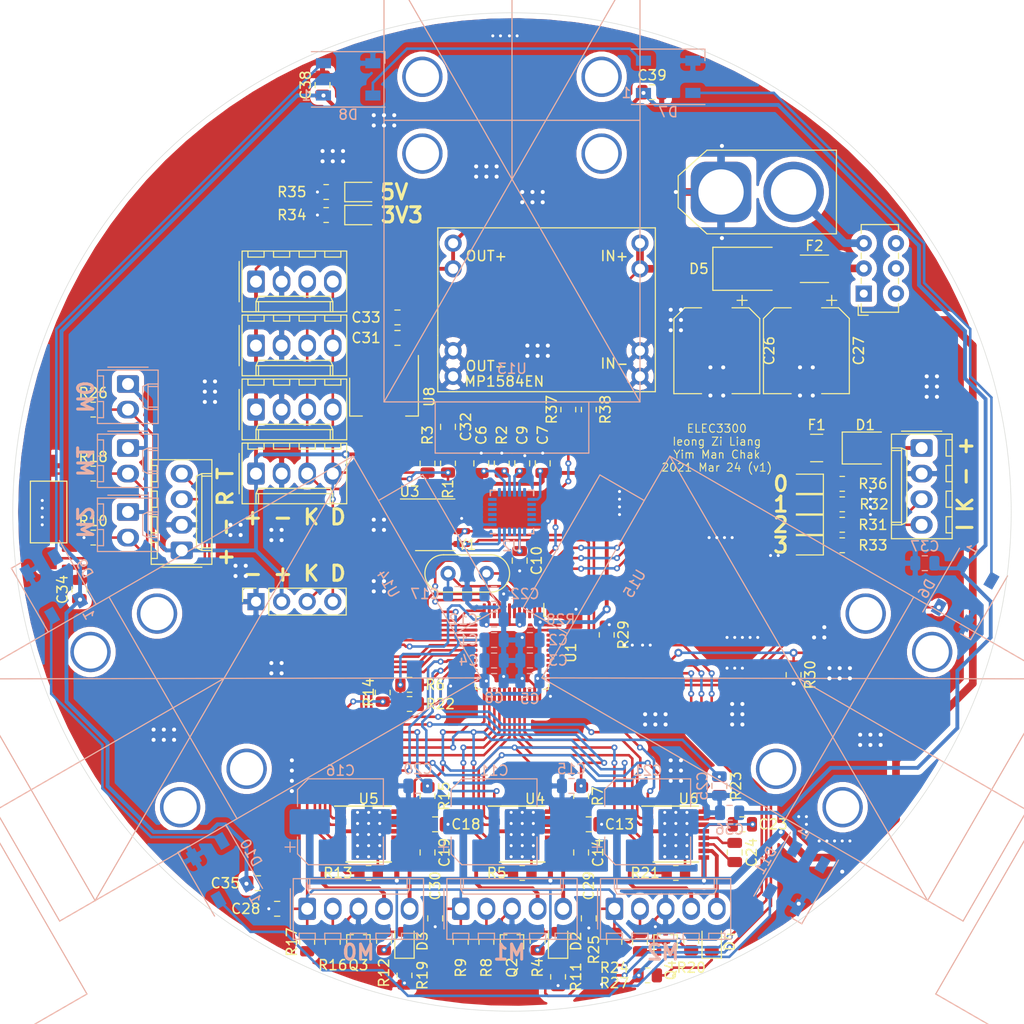
<source format=kicad_pcb>
(kicad_pcb (version 20171130) (host pcbnew 5.1.9-73d0e3b20d~88~ubuntu20.04.1)
  (layers (0 F.Cu signal) (31 B.Cu signal hide) (34 B.Paste user hide) (35 F.Paste user hide) (36 B.SilkS user hide) (37 F.SilkS user) (38 B.Mask user hide) (39 F.Mask user hide) (44 Edge.Cuts user hide))
  (net 0 "")
  (net 1 GND)
  (net 2 VCC)
  (net 3 "Net-(C9-Pad1)")
  (net 4 "Net-(C10-Pad1)")
  (net 5 +BATT)
  (net 6 "Net-(C13-Pad1)")
  (net 7 "Net-(C14-Pad2)")
  (net 8 "Net-(C14-Pad1)")
  (net 9 /M2_Vpropi)
  (net 10 "Net-(C18-Pad1)")
  (net 11 "Net-(C19-Pad2)")
  (net 12 "Net-(C19-Pad1)")
  (net 13 /M1_Vpropi)
  (net 14 "Net-(C23-Pad1)")
  (net 15 "Net-(C24-Pad2)")
  (net 16 "Net-(C24-Pad1)")
  (net 17 /M0_Vpropi)
  (net 18 /M2_Enc)
  (net 19 "Net-(D2-Pad1)")
  (net 20 /M1_Enc)
  (net 21 "Net-(D3-Pad1)")
  (net 22 /M0_Enc)
  (net 23 "Net-(D4-Pad1)")
  (net 24 "Net-(J3-Pad5)")
  (net 25 "Net-(J3-Pad4)")
  (net 26 "Net-(J3-Pad2)")
  (net 27 /M2_NTC)
  (net 28 "Net-(J5-Pad5)")
  (net 29 "Net-(J5-Pad4)")
  (net 30 "Net-(J5-Pad2)")
  (net 31 /M1_NTC)
  (net 32 "Net-(J7-Pad5)")
  (net 33 "Net-(J7-Pad4)")
  (net 34 "Net-(J7-Pad2)")
  (net 35 /M0_NTC)
  (net 36 "Net-(Q2-Pad1)")
  (net 37 "Net-(Q3-Pad1)")
  (net 38 "Net-(Q4-Pad1)")
  (net 39 "Net-(R2-Pad2)")
  (net 40 "Net-(R5-Pad2)")
  (net 41 /M2_nFault)
  (net 42 "Net-(R7-Pad2)")
  (net 43 "Net-(R13-Pad2)")
  (net 44 /M1_nFault)
  (net 45 "Net-(R15-Pad2)")
  (net 46 "Net-(R21-Pad2)")
  (net 47 /M0_nFault)
  (net 48 "Net-(R23-Pad2)")
  (net 49 /SDA)
  (net 50 /SCL)
  (net 51 /M2_Enable)
  (net 52 /M2_Phase)
  (net 53 /M1_Enable)
  (net 54 /M1_Phase)
  (net 55 /M0_Mode1)
  (net 56 /M0_Enable)
  (net 57 /M0_nSleep)
  (net 58 /M0_Phase)
  (net 59 /M0_Mode0)
  (net 60 /SWCLK)
  (net 61 /SWDIO)
  (net 62 "Net-(C12-Pad1)")
  (net 63 "Net-(D1-Pad2)")
  (net 64 "Net-(D1-Pad1)")
  (net 65 /TX)
  (net 66 /RX)
  (net 67 /OSC_OUT)
  (net 68 /OSC_IN)
  (net 69 /BOOT0)
  (net 70 "Net-(D5-Pad2)")
  (net 71 "Net-(F2-Pad2)")
  (net 72 "Net-(J13-Pad2)")
  (net 73 +5V)
  (net 74 "Net-(D6-Pad2)")
  (net 75 /SPI_MOSI)
  (net 76 "Net-(D7-Pad2)")
  (net 77 "Net-(D8-Pad2)")
  (net 78 "Net-(D10-Pad4)")
  (net 79 "Net-(D10-Pad2)")
  (net 80 "Net-(D12-Pad2)")
  (net 81 "Net-(D12-Pad1)")
  (net 82 "Net-(D13-Pad2)")
  (net 83 "Net-(D13-Pad1)")
  (net 84 "Net-(D14-Pad2)")
  (net 85 "Net-(D14-Pad1)")
  (net 86 "Net-(D15-Pad1)")
  (net 87 "Net-(D16-Pad1)")
  (net 88 "Net-(D17-Pad2)")
  (net 89 "Net-(D17-Pad1)")
  (net 90 "Net-(R37-Pad1)")
  (module Resistor_SMD:R_0805_2012Metric (layer F.Cu) (at 172.72 97.79 270)
    (fp_text reference R38 (at 0 -1.65 90) (layer F.SilkS))
    (fp_text value 10k)
    (pad 2 smd roundrect (at 0.9125 0 270) (size 1.025 1.4) (layers F.Cu F.Paste F.Mask) (roundrect_rratio 0.2439014634146341) (net 90 "Net-(R37-Pad1)"))
    (pad 1 smd roundrect (at -0.9125 0 270) (size 1.025 1.4) (layers F.Cu F.Paste F.Mask) (roundrect_rratio 0.2439014634146341) (net 1 GND))
  )
  (module Resistor_SMD:R_0805_2012Metric (layer F.Cu) (at 170.688 97.79 90)
    (fp_text reference R37 (at 0 -1.65 90) (layer F.SilkS))
    (fp_text value 50k)
    (pad 2 smd roundrect (at 0.9125 0 90) (size 1.025 1.4) (layers F.Cu F.Paste F.Mask) (roundrect_rratio 0.2439014634146341) (net 5 +BATT))
    (pad 1 smd roundrect (at -0.9125 0 90) (size 1.025 1.4) (layers F.Cu F.Paste F.Mask) (roundrect_rratio 0.2439014634146341) (net 90 "Net-(R37-Pad1)"))
  )
  (module Connector_PinSocket_2.54mm:PinSocket_1x04_P2.54mm_Vertical (layer F.Cu) (at 139.7 116.84 90)
    (fp_text reference J14 hide)
    (fp_text value Conn_01x04)
    (pad 4 thru_hole oval (at 0 7.62 90) (size 1.7 1.7) (drill 1) (layers *.Cu *.Mask) (net 49 /SDA))
    (pad 3 thru_hole oval (at 0 5.08 90) (size 1.7 1.7) (drill 1) (layers *.Cu *.Mask) (net 50 /SCL))
    (pad 2 thru_hole oval (at 0 2.54 90) (size 1.7 1.7) (drill 1) (layers *.Cu *.Mask) (net 2 VCC))
    (pad 1 thru_hole rect (at 0 0 90) (size 1.7 1.7) (drill 1) (layers *.Cu *.Mask) (net 1 GND))
  )
  (module Resistor_SMD:R_0805_2012Metric (layer F.Cu) (at 197.866 105.156 180)
    (fp_text reference R36 (at -3.048 0) (layer F.SilkS))
    (fp_text value 470)
    (pad 2 smd roundrect (at 0.9125 0 180) (size 1.025 1.4) (layers F.Cu F.Paste F.Mask) (roundrect_rratio 0.2439014634146341) (net 89 "Net-(D17-Pad1)"))
    (pad 1 smd roundrect (at -0.9125 0 180) (size 1.025 1.4) (layers F.Cu F.Paste F.Mask) (roundrect_rratio 0.2439014634146341) (net 1 GND))
  )
  (module LED_SMD:LED_0805_2012Metric (layer F.Cu) (at 194.31 105.156 180)
    (fp_text reference D17 hide)
    (fp_text value LED)
    (pad 2 smd roundrect (at 0.9375 0 180) (size 0.975 1.4) (layers F.Cu F.Paste F.Mask) (net 88 "Net-(D17-Pad2)"))
    (pad 1 smd roundrect (at -0.9375 0 180) (size 0.975 1.4) (layers F.Cu F.Paste F.Mask) (net 89 "Net-(D17-Pad1)"))
  )
  (module Resistor_SMD:R_0805_2012Metric (layer F.Cu) (at 146.6615 76.2)
    (fp_text reference R35 (at -3.4055 0) (layer F.SilkS))
    (fp_text value 470)
    (pad 2 smd roundrect (at 0.9125 0) (size 1.025 1.4) (layers F.Cu F.Paste F.Mask) (roundrect_rratio 0.2439014634146341) (net 87 "Net-(D16-Pad1)"))
    (pad 1 smd roundrect (at -0.9125 0) (size 1.025 1.4) (layers F.Cu F.Paste F.Mask) (roundrect_rratio 0.2439014634146341) (net 1 GND))
  )
  (module Resistor_SMD:R_0805_2012Metric (layer F.Cu) (at 146.6615 78.486)
    (fp_text reference R34 (at -3.4055 0) (layer F.SilkS))
    (fp_text value 470)
    (pad 2 smd roundrect (at 0.9125 0) (size 1.025 1.4) (layers F.Cu F.Paste F.Mask) (roundrect_rratio 0.2439014634146341) (net 86 "Net-(D15-Pad1)"))
    (pad 1 smd roundrect (at -0.9125 0) (size 1.025 1.4) (layers F.Cu F.Paste F.Mask) (roundrect_rratio 0.2439014634146341) (net 1 GND))
  )
  (module Resistor_SMD:R_0805_2012Metric (layer F.Cu) (at 197.866 111.252 180)
    (fp_text reference R33 (at -3.048 0) (layer F.SilkS))
    (fp_text value 470)
    (pad 2 smd roundrect (at 0.9125 0 180) (size 1.025 1.4) (layers F.Cu F.Paste F.Mask) (roundrect_rratio 0.2439014634146341) (net 85 "Net-(D14-Pad1)"))
    (pad 1 smd roundrect (at -0.9125 0 180) (size 1.025 1.4) (layers F.Cu F.Paste F.Mask) (roundrect_rratio 0.2439014634146341) (net 1 GND))
  )
  (module Resistor_SMD:R_0805_2012Metric (layer F.Cu) (at 197.866 107.188 180)
    (fp_text reference R32 (at -3.1515 0) (layer F.SilkS))
    (fp_text value 470)
    (pad 2 smd roundrect (at 0.9125 0 180) (size 1.025 1.4) (layers F.Cu F.Paste F.Mask) (roundrect_rratio 0.2439014634146341) (net 83 "Net-(D13-Pad1)"))
    (pad 1 smd roundrect (at -0.9125 0 180) (size 1.025 1.4) (layers F.Cu F.Paste F.Mask) (roundrect_rratio 0.2439014634146341) (net 1 GND))
  )
  (module Resistor_SMD:R_0805_2012Metric (layer F.Cu) (at 197.866 109.22 180)
    (fp_text reference R31 (at -3.048 0) (layer F.SilkS))
    (fp_text value 470)
    (pad 2 smd roundrect (at 0.9125 0 180) (size 1.025 1.4) (layers F.Cu F.Paste F.Mask) (roundrect_rratio 0.2439014634146341) (net 81 "Net-(D12-Pad1)"))
    (pad 1 smd roundrect (at -0.9125 0 180) (size 1.025 1.4) (layers F.Cu F.Paste F.Mask) (roundrect_rratio 0.2439014634146341) (net 1 GND))
  )
  (module LED_SMD:LED_0805_2012Metric (layer F.Cu) (at 150.1925 76.2)
    (fp_text reference D16 hide)
    (fp_text value LED)
    (pad 2 smd roundrect (at 0.9375 0) (size 0.975 1.4) (layers F.Cu F.Paste F.Mask) (net 73 +5V))
    (pad 1 smd roundrect (at -0.9375 0) (size 0.975 1.4) (layers F.Cu F.Paste F.Mask) (net 87 "Net-(D16-Pad1)"))
  )
  (module LED_SMD:LED_0805_2012Metric (layer F.Cu) (at 150.1925 78.486)
    (fp_text reference D15 hide)
    (fp_text value LED)
    (pad 2 smd roundrect (at 0.9375 0) (size 0.975 1.4) (layers F.Cu F.Paste F.Mask) (net 2 VCC))
    (pad 1 smd roundrect (at -0.9375 0) (size 0.975 1.4) (layers F.Cu F.Paste F.Mask) (net 86 "Net-(D15-Pad1)"))
  )
  (module LED_SMD:LED_0805_2012Metric (layer F.Cu) (at 194.31 111.252 180)
    (fp_text reference D14 hide)
    (fp_text value LED)
    (pad 2 smd roundrect (at 0.9375 0 180) (size 0.975 1.4) (layers F.Cu F.Paste F.Mask) (net 84 "Net-(D14-Pad2)"))
    (pad 1 smd roundrect (at -0.9375 0 180) (size 0.975 1.4) (layers F.Cu F.Paste F.Mask) (net 85 "Net-(D14-Pad1)"))
  )
  (module LED_SMD:LED_0805_2012Metric (layer F.Cu) (at 194.31 107.188 180)
    (fp_text reference D13 hide)
    (fp_text value LED)
    (pad 2 smd roundrect (at 0.9375 0 180) (size 0.975 1.4) (layers F.Cu F.Paste F.Mask) (net 82 "Net-(D13-Pad2)"))
    (pad 1 smd roundrect (at -0.9375 0 180) (size 0.975 1.4) (layers F.Cu F.Paste F.Mask) (net 83 "Net-(D13-Pad1)"))
  )
  (module LED_SMD:LED_0805_2012Metric (layer F.Cu) (at 194.31 109.22 180)
    (fp_text reference D12 hide)
    (fp_text value LED)
    (pad 2 smd roundrect (at 0.9375 0 180) (size 0.975 1.4) (layers F.Cu F.Paste F.Mask) (net 80 "Net-(D12-Pad2)"))
    (pad 1 smd roundrect (at -0.9375 0 180) (size 0.975 1.4) (layers F.Cu F.Paste F.Mask) (net 81 "Net-(D12-Pad1)"))
  )
  (module Resistor_SMD:R_0805_2012Metric (layer F.Cu) (at 193.04 124.1025 270)
    (fp_text reference R30 (at 0 -1.65 270) (layer F.SilkS))
    (fp_text value 470)
    (pad 2 smd roundrect (at 0.9125 0 270) (size 1.025 1.4) (layers F.Cu F.Paste F.Mask) (roundrect_rratio 0.2439014634146341) (net 1 GND))
    (pad 1 smd roundrect (at -0.9125 0 270) (size 1.025 1.4) (layers F.Cu F.Paste F.Mask) (roundrect_rratio 0.2439014634146341) (net 75 /SPI_MOSI))
  )
  (module LED_SMD:LED_WS2812B_PLCC4_5.0x5.0mm_P3.2mm (layer B.Cu) (at 193.294 144.272 240)
    (fp_text reference D11 (at 0 3.5 60) (layer B.SilkS) (effects (justify mirror)))
    (fp_text value WS2812B)
    (fp_text user 1 (at -4.15 1.6 60) (layer B.SilkS) (effects (justify mirror)))
    (pad 1 smd rect (at -2.45 1.6 240) (size 1.5 1) (layers B.Cu B.Paste B.Mask) (net 73 +5V))
    (pad 2 smd rect (at -2.45 -1.6 240) (size 1.5 1) (layers B.Cu B.Paste B.Mask))
    (pad 4 smd rect (at 2.45 1.6 240) (size 1.5 1) (layers B.Cu B.Paste B.Mask) (net 79 "Net-(D10-Pad2)"))
    (pad 3 smd rect (at 2.45 -1.6 240) (size 1.5 1) (layers B.Cu B.Paste B.Mask) (net 1 GND))
  )
  (module LED_SMD:LED_WS2812B_PLCC4_5.0x5.0mm_P3.2mm (layer B.Cu) (at 136.144 143.51 120)
    (fp_text reference D10 (at 0 3.5 120) (layer B.SilkS) (effects (justify mirror)))
    (fp_text value WS2812B)
    (fp_text user 1 (at -4.15 1.6 120) (layer B.SilkS) (effects (justify mirror)))
    (pad 1 smd rect (at -2.45 1.6 120) (size 1.5 1) (layers B.Cu B.Paste B.Mask) (net 73 +5V))
    (pad 2 smd rect (at -2.45 -1.6 120) (size 1.5 1) (layers B.Cu B.Paste B.Mask) (net 79 "Net-(D10-Pad2)"))
    (pad 4 smd rect (at 2.45 1.6 120) (size 1.5 1) (layers B.Cu B.Paste B.Mask) (net 78 "Net-(D10-Pad4)"))
    (pad 3 smd rect (at 2.45 -1.6 120) (size 1.5 1) (layers B.Cu B.Paste B.Mask) (net 1 GND))
  )
  (module LED_SMD:LED_WS2812B_PLCC4_5.0x5.0mm_P3.2mm (layer B.Cu) (at 119.634 115.316 120)
    (fp_text reference D9 (at 0 3.5 120) (layer B.SilkS) (effects (justify mirror)))
    (fp_text value WS2812B)
    (fp_text user 1 (at -4.15 1.6 120) (layer B.SilkS) (effects (justify mirror)))
    (pad 1 smd rect (at -2.45 1.6 120) (size 1.5 1) (layers B.Cu B.Paste B.Mask) (net 73 +5V))
    (pad 2 smd rect (at -2.45 -1.6 120) (size 1.5 1) (layers B.Cu B.Paste B.Mask) (net 78 "Net-(D10-Pad4)"))
    (pad 4 smd rect (at 2.45 1.6 120) (size 1.5 1) (layers B.Cu B.Paste B.Mask) (net 77 "Net-(D8-Pad2)"))
    (pad 3 smd rect (at 2.45 -1.6 120) (size 1.5 1) (layers B.Cu B.Paste B.Mask) (net 1 GND))
  )
  (module LED_SMD:LED_WS2812B_PLCC4_5.0x5.0mm_P3.2mm (layer B.Cu) (at 148.844 65.024)
    (fp_text reference D8 (at 0 3.5) (layer B.SilkS) (effects (justify mirror)))
    (fp_text value WS2812B)
    (fp_text user 1 (at -4.15 1.6) (layer B.SilkS) (effects (justify mirror)))
    (pad 1 smd rect (at -2.45 1.6) (size 1.5 1) (layers B.Cu B.Paste B.Mask) (net 73 +5V))
    (pad 2 smd rect (at -2.45 -1.6) (size 1.5 1) (layers B.Cu B.Paste B.Mask) (net 77 "Net-(D8-Pad2)"))
    (pad 4 smd rect (at 2.45 1.6) (size 1.5 1) (layers B.Cu B.Paste B.Mask) (net 76 "Net-(D7-Pad2)"))
    (pad 3 smd rect (at 2.45 -1.6) (size 1.5 1) (layers B.Cu B.Paste B.Mask) (net 1 GND))
  )
  (module LED_SMD:LED_WS2812B_PLCC4_5.0x5.0mm_P3.2mm (layer B.Cu) (at 180.594 64.77)
    (fp_text reference D7 (at 0 3.5) (layer B.SilkS) (effects (justify mirror)))
    (fp_text value WS2812B)
    (fp_text user 1 (at -4.15 1.6) (layer B.SilkS) (effects (justify mirror)))
    (pad 1 smd rect (at -2.45 1.6) (size 1.5 1) (layers B.Cu B.Paste B.Mask) (net 73 +5V))
    (pad 2 smd rect (at -2.45 -1.6) (size 1.5 1) (layers B.Cu B.Paste B.Mask) (net 76 "Net-(D7-Pad2)"))
    (pad 4 smd rect (at 2.45 1.6) (size 1.5 1) (layers B.Cu B.Paste B.Mask) (net 74 "Net-(D6-Pad2)"))
    (pad 3 smd rect (at 2.45 -1.6) (size 1.5 1) (layers B.Cu B.Paste B.Mask) (net 1 GND))
  )
  (module LED_SMD:LED_WS2812B_PLCC4_5.0x5.0mm_P3.2mm (layer B.Cu) (at 210.058 116.078 240)
    (fp_text reference D6 (at 1.465059 3.553557 60) (layer B.SilkS) (effects (justify mirror)))
    (fp_text value WS2812B)
    (fp_text user 1 (at -4.15 1.6 60) (layer B.SilkS) (effects (justify mirror)))
    (pad 1 smd rect (at -2.45 1.6 240) (size 1.5 1) (layers B.Cu B.Paste B.Mask) (net 73 +5V))
    (pad 2 smd rect (at -2.45 -1.6 240) (size 1.5 1) (layers B.Cu B.Paste B.Mask) (net 74 "Net-(D6-Pad2)"))
    (pad 4 smd rect (at 2.45 1.6 240) (size 1.5 1) (layers B.Cu B.Paste B.Mask) (net 75 /SPI_MOSI))
    (pad 3 smd rect (at 2.45 -1.6 240) (size 1.5 1) (layers B.Cu B.Paste B.Mask) (net 1 GND))
  )
  (module Capacitor_SMD:C_0805_2012Metric (layer F.Cu) (at 179.004 66.294)
    (fp_text reference C39 (at 0 -1.68) (layer F.SilkS))
    (fp_text value 100n)
    (pad 2 smd roundrect (at 0.95 0) (size 1 1.45) (layers F.Cu F.Paste F.Mask) (net 1 GND))
    (pad 1 smd roundrect (at -0.95 0) (size 1 1.45) (layers F.Cu F.Paste F.Mask) (net 73 +5V))
  )
  (module Capacitor_SMD:C_0805_2012Metric (layer F.Cu) (at 146.304 65.598 90)
    (fp_text reference C38 (at 0 -1.68 90) (layer F.SilkS))
    (fp_text value 100n)
    (pad 2 smd roundrect (at 0.95 0 90) (size 1 1.45) (layers F.Cu F.Paste F.Mask) (net 1 GND))
    (pad 1 smd roundrect (at -0.95 0 90) (size 1 1.45) (layers F.Cu F.Paste F.Mask) (net 73 +5V))
  )
  (module Capacitor_SMD:C_0805_2012Metric (layer B.Cu) (at 206.06 113.03 180)
    (fp_text reference C37 (at 0 1.68) (layer B.SilkS) (effects (justify mirror)))
    (fp_text value 100n)
    (pad 2 smd roundrect (at 0.95 0 180) (size 1 1.45) (layers B.Cu B.Paste B.Mask) (net 1 GND))
    (pad 1 smd roundrect (at -0.95 0 180) (size 1 1.45) (layers B.Cu B.Paste B.Mask) (net 73 +5V))
  )
  (module Capacitor_SMD:C_0805_2012Metric (layer B.Cu) (at 186.69 137.795 180)
    (fp_text reference C36 (at 0 -1.651 180) (layer B.SilkS) (effects (justify mirror)))
    (fp_text value 100n)
    (pad 2 smd roundrect (at 0.95 0 180) (size 1 1.45) (layers B.Cu B.Paste B.Mask) (net 1 GND))
    (pad 1 smd roundrect (at -0.95 0 180) (size 1 1.45) (layers B.Cu B.Paste B.Mask) (net 73 +5V))
  )
  (module Capacitor_SMD:C_0805_2012Metric (layer F.Cu) (at 139.888 144.78)
    (fp_text reference C35 (at -3.236 0) (layer F.SilkS))
    (fp_text value 100n)
    (pad 2 smd roundrect (at 0.95 0) (size 1 1.45) (layers F.Cu F.Paste F.Mask) (net 1 GND))
    (pad 1 smd roundrect (at -0.95 0) (size 1 1.45) (layers F.Cu F.Paste F.Mask) (net 73 +5V))
  )
  (module Capacitor_SMD:C_0805_2012Metric (layer F.Cu) (at 122.174 115.636 90)
    (fp_text reference C34 (at 0 -1.68 90) (layer F.SilkS))
    (fp_text value 100n)
    (pad 2 smd roundrect (at 0.95 0 90) (size 1 1.45) (layers F.Cu F.Paste F.Mask) (net 1 GND))
    (pad 1 smd roundrect (at -0.95 0 90) (size 1 1.45) (layers F.Cu F.Paste F.Mask) (net 73 +5V))
  )
  (module Capacitor_SMD:C_0805_2012Metric (layer F.Cu) (at 153.736 88.646)
    (fp_text reference C33 (at -3.114 0) (layer F.SilkS))
    (fp_text value 10u)
    (pad 2 smd roundrect (at 0.95 0) (size 1 1.45) (layers F.Cu F.Paste F.Mask) (net 1 GND))
    (pad 1 smd roundrect (at -0.95 0) (size 1 1.45) (layers F.Cu F.Paste F.Mask) (net 73 +5V))
  )
  (module Package_TO_SOT_SMD:SOT-223-3_TabPin2 (layer F.Cu) (at 152.4 96.52 270)
    (fp_text reference U8 (at 0 -4.5 90) (layer F.SilkS))
    (fp_text value LM1117-3.3)
    (pad 1 smd rect (at -3.15 -2.3 270) (size 2 1.5) (layers F.Cu F.Paste F.Mask) (net 1 GND))
    (pad 3 smd rect (at -3.15 2.3 270) (size 2 1.5) (layers F.Cu F.Paste F.Mask) (net 73 +5V))
    (pad 2 smd rect (at -3.15 0 270) (size 2 1.5) (layers F.Cu F.Paste F.Mask) (net 2 VCC))
    (pad 2 smd rect (at 3.15 0 270) (size 2 3.8) (layers F.Cu F.Paste F.Mask) (net 2 VCC))
  )
  (module Capacitor_SMD:C_0805_2012Metric (layer F.Cu) (at 158.75 99.502 90)
    (fp_text reference C32 (at 0 1.778 90) (layer F.SilkS))
    (fp_text value 100n)
    (pad 2 smd roundrect (at 0.95 0 90) (size 1 1.45) (layers F.Cu F.Paste F.Mask) (net 1 GND))
    (pad 1 smd roundrect (at -0.95 0 90) (size 1 1.45) (layers F.Cu F.Paste F.Mask) (net 2 VCC))
  )
  (module Capacitor_SMD:C_0805_2012Metric (layer F.Cu) (at 153.736 90.678)
    (fp_text reference C31 (at -3.114 0) (layer F.SilkS))
    (fp_text value 10u)
    (pad 2 smd roundrect (at 0.95 0) (size 1 1.45) (layers F.Cu F.Paste F.Mask) (net 1 GND))
    (pad 1 smd roundrect (at -0.95 0) (size 1 1.45) (layers F.Cu F.Paste F.Mask) (net 73 +5V))
  )
  (module Capacitor_SMD:C_0805_2012Metric (layer F.Cu) (at 157.48 148.27 90)
    (fp_text reference C30 (at 3.236 0 90) (layer F.SilkS))
    (fp_text value 100n)
    (pad 2 smd roundrect (at 0.95 0 90) (size 1 1.45) (layers F.Cu F.Paste F.Mask) (net 2 VCC))
    (pad 1 smd roundrect (at -0.95 0 90) (size 1 1.45) (layers F.Cu F.Paste F.Mask) (net 1 GND))
  )
  (module Capacitor_SMD:C_0805_2012Metric (layer F.Cu) (at 172.72 148.27 90)
    (fp_text reference C29 (at 3.236 0 90) (layer F.SilkS))
    (fp_text value 100n)
    (pad 2 smd roundrect (at 0.95 0 90) (size 1 1.45) (layers F.Cu F.Paste F.Mask) (net 2 VCC))
    (pad 1 smd roundrect (at -0.95 0 90) (size 1 1.45) (layers F.Cu F.Paste F.Mask) (net 1 GND))
  )
  (module Capacitor_SMD:C_0805_2012Metric (layer F.Cu) (at 141.798 147.32)
    (fp_text reference C28 (at -3.114 0) (layer F.SilkS))
    (fp_text value 100n)
    (pad 2 smd roundrect (at 0.95 0) (size 1 1.45) (layers F.Cu F.Paste F.Mask) (net 2 VCC))
    (pad 1 smd roundrect (at -0.95 0) (size 1 1.45) (layers F.Cu F.Paste F.Mask) (net 1 GND))
  )
  (module ElecMotor:MP1584EN (layer F.Cu) (at 168.656 87.884)
    (fp_text reference U7 hide)
    (fp_text value MP1584EN (at -4.318 7.112) (layer F.SilkS))
    (fp_text user OUT- (at -6.096 5.588) (layer F.SilkS))
    (fp_text user OUT+ (at -6.096 -5.334) (layer F.SilkS))
    (fp_text user IN- (at 6.604 5.334) (layer F.SilkS))
    (fp_text user IN+ (at 6.604 -5.334) (layer F.SilkS))
    (pad 8 thru_hole circle (at -9.398 6.604) (size 1.7 1.7) (drill 1) (layers *.Cu *.Mask) (net 1 GND))
    (pad 7 thru_hole circle (at -9.398 4.064) (size 1.7 1.7) (drill 1) (layers *.Cu *.Mask) (net 1 GND))
    (pad 6 thru_hole circle (at -9.398 -4.064) (size 1.7 1.7) (drill 1) (layers *.Cu *.Mask) (net 73 +5V))
    (pad 5 thru_hole circle (at -9.398 -6.604) (size 1.7 1.7) (drill 1) (layers *.Cu *.Mask) (net 73 +5V))
    (pad 4 thru_hole circle (at 9.144 6.604) (size 1.7 1.7) (drill 1) (layers *.Cu *.Mask) (net 1 GND))
    (pad 3 thru_hole circle (at 9.144 4.064) (size 1.7 1.7) (drill 1) (layers *.Cu *.Mask) (net 1 GND))
    (pad 2 thru_hole circle (at 9.144 -4.064) (size 1.7 1.7) (drill 1) (layers *.Cu *.Mask) (net 5 +BATT))
    (pad 1 thru_hole circle (at 9.144 -6.604) (size 1.7 1.7) (drill 1) (layers *.Cu *.Mask) (net 5 +BATT))
  )
  (module Button_Switch_THT:SW_E-Switch_EG1271_DPDT (layer F.Cu) (at 200 86.28 90)
    (fp_text reference SW2 hide)
    (fp_text value SW_SPDT)
    (pad 6 thru_hole circle (at 5 3.2 90) (size 1.6 1.6) (drill 0.8) (layers *.Cu *.Mask))
    (pad 5 thru_hole circle (at 2.5 3.2 90) (size 1.6 1.6) (drill 0.8) (layers *.Cu *.Mask))
    (pad 4 thru_hole circle (at 0 3.2 90) (size 1.6 1.6) (drill 0.8) (layers *.Cu *.Mask))
    (pad 3 thru_hole circle (at 5 0 90) (size 1.6 1.6) (drill 0.8) (layers *.Cu *.Mask) (net 72 "Net-(J13-Pad2)"))
    (pad 2 thru_hole circle (at 2.5 0 90) (size 1.6 1.6) (drill 0.8) (layers *.Cu *.Mask) (net 71 "Net-(F2-Pad2)"))
    (pad 1 thru_hole rect (at 0 0 90) (size 1.6 1.6) (drill 0.8) (layers *.Cu *.Mask))
  )
  (module Connector_AMASS:AMASS_XT60-F_1x02_P7.20mm_Vertical (layer F.Cu) (at 185.84 76.2)
    (fp_text reference J13 hide)
    (fp_text value Conn_01x02)
    (pad 1 thru_hole roundrect (at 0 0) (size 6 6) (drill 4.5) (layers *.Cu *.Mask) (net 1 GND))
    (pad 2 thru_hole circle (at 7.2 0) (size 6 6) (drill 4.5) (layers *.Cu *.Mask) (net 72 "Net-(J13-Pad2)"))
  )
  (module Fuse:Fuse_2010_5025Metric (layer F.Cu) (at 195.108 83.82)
    (fp_text reference F2 (at 0 -2.28) (layer F.SilkS))
    (fp_text value Fuse)
    (pad 2 smd roundrect (at 2.25 0) (size 1.35 2.65) (layers F.Cu F.Paste F.Mask) (roundrect_rratio 0.1851844444444445) (net 71 "Net-(F2-Pad2)"))
    (pad 1 smd roundrect (at -2.25 0) (size 1.35 2.65) (layers F.Cu F.Paste F.Mask) (roundrect_rratio 0.1851844444444445) (net 70 "Net-(D5-Pad2)"))
  )
  (module Diode_SMD:D_2114_3652Metric (layer F.Cu) (at 188.3125 83.82)
    (fp_text reference D5 (at -4.6705 0) (layer F.SilkS))
    (fp_text value D)
    (pad 2 smd roundrect (at 2.1875 0) (size 1.675 3.75) (layers F.Cu F.Paste F.Mask) (roundrect_rratio 0.1492531343283582) (net 70 "Net-(D5-Pad2)"))
    (pad 1 smd roundrect (at -2.1875 0) (size 1.675 3.75) (layers F.Cu F.Paste F.Mask) (roundrect_rratio 0.1492531343283582) (net 5 +BATT))
  )
  (module Capacitor_SMD:CP_Elec_8x5.4 (layer F.Cu) (at 194.31 91.95 270)
    (fp_text reference C27 (at 0 -5.2 90) (layer F.SilkS))
    (fp_text value C)
    (pad 2 smd roundrect (at 3.05 0 270) (size 4 2.5) (layers F.Cu F.Paste F.Mask) (roundrect_rratio 0.1) (net 1 GND))
    (pad 1 smd roundrect (at -3.05 0 270) (size 4 2.5) (layers F.Cu F.Paste F.Mask) (roundrect_rratio 0.1) (net 5 +BATT))
  )
  (module Capacitor_SMD:CP_Elec_8x5.4 (layer F.Cu) (at 185.42 91.95 270)
    (fp_text reference C26 (at 0 -5.2 90) (layer F.SilkS))
    (fp_text value C)
    (pad 2 smd roundrect (at 3.05 0 270) (size 4 2.5) (layers F.Cu F.Paste F.Mask) (roundrect_rratio 0.1) (net 1 GND))
    (pad 1 smd roundrect (at -3.05 0 270) (size 4 2.5) (layers F.Cu F.Paste F.Mask) (roundrect_rratio 0.1) (net 5 +BATT))
  )
  (module Crystal:Crystal_HC52-6mm_Vertical (layer F.Cu) (at 158.76 114.046)
    (fp_text reference Y1 (at 1.9 -2.85) (layer F.SilkS))
    (fp_text value Crystal)
    (pad 2 thru_hole circle (at 3.8 0) (size 1.5 1.5) (drill 0.8) (layers *.Cu *.Mask) (net 68 /OSC_IN))
    (pad 1 thru_hole circle (at 0 0) (size 1.5 1.5) (drill 0.8) (layers *.Cu *.Mask) (net 67 /OSC_OUT))
  )
  (module Resistor_SMD:R_0805_2012Metric (layer F.Cu) (at 174.498 120.142 270)
    (fp_text reference R29 (at 0 -1.65 90) (layer F.SilkS))
    (fp_text value 0)
    (pad 2 smd roundrect (at 0.9125 0 270) (size 1.025 1.4) (layers F.Cu F.Paste F.Mask) (roundrect_rratio 0.2439014634146341) (net 69 /BOOT0))
    (pad 1 smd roundrect (at -0.9125 0 270) (size 1.025 1.4) (layers F.Cu F.Paste F.Mask) (roundrect_rratio 0.2439014634146341) (net 1 GND))
  )
  (module Capacitor_SMD:C_0805_2012Metric (layer B.Cu) (at 163.322 116.078)
    (fp_text reference C22 (at 3.048 0) (layer B.SilkS) (effects (justify mirror)))
    (fp_text value 100n)
    (pad 2 smd roundrect (at 0.95 0) (size 1 1.45) (layers B.Cu B.Paste B.Mask) (net 1 GND))
    (pad 1 smd roundrect (at -0.95 0) (size 1 1.45) (layers B.Cu B.Paste B.Mask) (net 68 /OSC_IN))
  )
  (module Capacitor_SMD:C_0805_2012Metric (layer B.Cu) (at 159.7 116.078)
    (fp_text reference C17 (at -3.236 0) (layer B.SilkS) (effects (justify mirror)))
    (fp_text value 100n)
    (pad 2 smd roundrect (at 0.95 0) (size 1 1.45) (layers B.Cu B.Paste B.Mask) (net 1 GND))
    (pad 1 smd roundrect (at -0.95 0) (size 1 1.45) (layers B.Cu B.Paste B.Mask) (net 67 /OSC_OUT))
  )
  (module Connector_Molex:Molex_KK-254_AE-6410-04A_1x04_P2.54mm_Vertical (layer F.Cu) (at 139.7 85.09)
    (fp_text reference J12 hide)
    (fp_text value Conn_01x04)
    (pad 4 thru_hole oval (at 7.62 0) (size 1.74 2.19) (drill 1.19) (layers *.Cu *.Mask) (net 49 /SDA))
    (pad 3 thru_hole oval (at 5.08 0) (size 1.74 2.19) (drill 1.19) (layers *.Cu *.Mask) (net 50 /SCL))
    (pad 2 thru_hole oval (at 2.54 0) (size 1.74 2.19) (drill 1.19) (layers *.Cu *.Mask) (net 1 GND))
    (pad 1 thru_hole roundrect (at 0 0) (size 1.74 2.19) (drill 1.19) (layers *.Cu *.Mask) (roundrect_rratio 0.1436775862068966) (net 2 VCC))
  )
  (module Connector_Molex:Molex_KK-254_AE-6410-04A_1x04_P2.54mm_Vertical (layer F.Cu) (at 139.7 104.14)
    (fp_text reference J11 hide)
    (fp_text value Conn_01x04)
    (pad 4 thru_hole oval (at 7.62 0) (size 1.74 2.19) (drill 1.19) (layers *.Cu *.Mask) (net 49 /SDA))
    (pad 3 thru_hole oval (at 5.08 0) (size 1.74 2.19) (drill 1.19) (layers *.Cu *.Mask) (net 50 /SCL))
    (pad 2 thru_hole oval (at 2.54 0) (size 1.74 2.19) (drill 1.19) (layers *.Cu *.Mask) (net 1 GND))
    (pad 1 thru_hole roundrect (at 0 0) (size 1.74 2.19) (drill 1.19) (layers *.Cu *.Mask) (roundrect_rratio 0.1436775862068966) (net 2 VCC))
  )
  (module Connector_Molex:Molex_KK-254_AE-6410-04A_1x04_P2.54mm_Vertical (layer F.Cu) (at 139.7 97.79)
    (fp_text reference J10 hide)
    (fp_text value Conn_01x04)
    (pad 4 thru_hole oval (at 7.62 0) (size 1.74 2.19) (drill 1.19) (layers *.Cu *.Mask) (net 49 /SDA))
    (pad 3 thru_hole oval (at 5.08 0) (size 1.74 2.19) (drill 1.19) (layers *.Cu *.Mask) (net 50 /SCL))
    (pad 2 thru_hole oval (at 2.54 0) (size 1.74 2.19) (drill 1.19) (layers *.Cu *.Mask) (net 1 GND))
    (pad 1 thru_hole roundrect (at 0 0) (size 1.74 2.19) (drill 1.19) (layers *.Cu *.Mask) (roundrect_rratio 0.1436775862068966) (net 2 VCC))
  )
  (module Connector_Molex:Molex_KK-254_AE-6410-04A_1x04_P2.54mm_Vertical (layer F.Cu) (at 139.7 91.44)
    (fp_text reference J9 hide)
    (fp_text value Conn_01x04)
    (pad 4 thru_hole oval (at 7.62 0) (size 1.74 2.19) (drill 1.19) (layers *.Cu *.Mask) (net 49 /SDA))
    (pad 3 thru_hole oval (at 5.08 0) (size 1.74 2.19) (drill 1.19) (layers *.Cu *.Mask) (net 50 /SCL))
    (pad 2 thru_hole oval (at 2.54 0) (size 1.74 2.19) (drill 1.19) (layers *.Cu *.Mask) (net 1 GND))
    (pad 1 thru_hole roundrect (at 0 0) (size 1.74 2.19) (drill 1.19) (layers *.Cu *.Mask) (roundrect_rratio 0.1436775862068966) (net 2 VCC))
  )
  (module Connector_Molex:Molex_KK-254_AE-6410-04A_1x04_P2.54mm_Vertical (layer F.Cu) (at 132.334 111.76 90)
    (fp_text reference J2 hide)
    (fp_text value Conn_01x04)
    (pad 4 thru_hole oval (at 7.62 0 90) (size 1.74 2.19) (drill 1.19) (layers *.Cu *.Mask) (net 65 /TX))
    (pad 3 thru_hole oval (at 5.08 0 90) (size 1.74 2.19) (drill 1.19) (layers *.Cu *.Mask) (net 66 /RX))
    (pad 2 thru_hole oval (at 2.54 0 90) (size 1.74 2.19) (drill 1.19) (layers *.Cu *.Mask) (net 1 GND))
    (pad 1 thru_hole roundrect (at 0 0 90) (size 1.74 2.19) (drill 1.19) (layers *.Cu *.Mask) (roundrect_rratio 0.1436775862068966) (net 2 VCC))
  )
  (module Fuse:Fuse_1210_3225Metric (layer F.Cu) (at 195.326 101.6 180)
    (fp_text reference F1 (at 0 2.286) (layer F.SilkS))
    (fp_text value Fuse)
    (pad 2 smd roundrect (at 1.4 0 180) (size 1.25 2.65) (layers F.Cu F.Paste F.Mask) (roundrect_rratio 0.2) (net 2 VCC))
    (pad 1 smd roundrect (at -1.4 0 180) (size 1.25 2.65) (layers F.Cu F.Paste F.Mask) (roundrect_rratio 0.2) (net 64 "Net-(D1-Pad1)"))
  )
  (module Diode_SMD:D_1210_3225Metric (layer F.Cu) (at 200.152 101.6)
    (fp_text reference D1 (at 0 -2.28) (layer F.SilkS))
    (fp_text value D)
    (pad 2 smd roundrect (at 1.4 0) (size 1.25 2.65) (layers F.Cu F.Paste F.Mask) (roundrect_rratio 0.2) (net 63 "Net-(D1-Pad2)"))
    (pad 1 smd roundrect (at -1.4 0) (size 1.25 2.65) (layers F.Cu F.Paste F.Mask) (roundrect_rratio 0.2) (net 64 "Net-(D1-Pad1)"))
  )
  (module Connector_Molex:Molex_KK-254_AE-6410-04A_1x04_P2.54mm_Vertical (layer F.Cu) (at 205.74 101.6 270)
    (fp_text reference J1 hide)
    (fp_text value Conn_01x04)
    (pad 4 thru_hole oval (at 7.62 0 270) (size 1.74 2.19) (drill 1.19) (layers *.Cu *.Mask) (net 61 /SWDIO))
    (pad 3 thru_hole oval (at 5.08 0 270) (size 1.74 2.19) (drill 1.19) (layers *.Cu *.Mask) (net 60 /SWCLK))
    (pad 2 thru_hole oval (at 2.54 0 270) (size 1.74 2.19) (drill 1.19) (layers *.Cu *.Mask) (net 1 GND))
    (pad 1 thru_hole roundrect (at 0 0 270) (size 1.74 2.19) (drill 1.19) (layers *.Cu *.Mask) (roundrect_rratio 0.1436775862068966) (net 63 "Net-(D1-Pad2)"))
  )
  (module Button_Switch_SMD:SW_SPST_FSMSM (layer F.Cu) (at 119.126 107.95 270)
    (fp_text reference SW1 hide)
    (fp_text value SW_Push)
    (pad 2 smd rect (at 4.59 0 270) (size 2.18 1.6) (layers F.Cu F.Paste F.Mask) (net 62 "Net-(C12-Pad1)"))
    (pad 1 smd rect (at -4.59 0 270) (size 2.18 1.6) (layers F.Cu F.Paste F.Mask) (net 1 GND))
  )
  (module Resistor_SMD:R_0805_2012Metric (layer B.Cu) (at 166.878 118.618)
    (fp_text reference R28 (at 3.048 0) (layer B.SilkS) (effects (justify mirror)))
    (fp_text value 470)
    (pad 2 smd roundrect (at 0.9125 0) (size 1.025 1.4) (layers B.Cu B.Paste B.Mask) (roundrect_rratio 0.2439014634146341) (net 2 VCC))
    (pad 1 smd roundrect (at -0.9125 0) (size 1.025 1.4) (layers B.Cu B.Paste B.Mask) (roundrect_rratio 0.2439014634146341) (net 62 "Net-(C12-Pad1)"))
  )
  (module Capacitor_SMD:C_0805_2012Metric (layer B.Cu) (at 163.322 118.618)
    (fp_text reference C12 (at -3.048 0) (layer B.SilkS) (effects (justify mirror)))
    (fp_text value 100n)
    (pad 2 smd roundrect (at 0.95 0) (size 1 1.45) (layers B.Cu B.Paste B.Mask) (net 1 GND))
    (pad 1 smd roundrect (at -0.95 0) (size 1 1.45) (layers B.Cu B.Paste B.Mask) (net 62 "Net-(C12-Pad1)"))
  )
  (module Package_SO:SOP-8_3.9x4.9mm_P1.27mm (layer F.Cu) (at 157.48 109.22)
    (fp_text reference U3 (at -2.54 -3.302) (layer F.SilkS))
    (fp_text value 24LC00)
    (pad 8 smd roundrect (at 2.625 -1.905) (size 1.65 0.6) (layers F.Cu F.Paste F.Mask) (net 2 VCC))
    (pad 7 smd roundrect (at 2.625 -0.635) (size 1.65 0.6) (layers F.Cu F.Paste F.Mask) (net 1 GND))
    (pad 6 smd roundrect (at 2.625 0.635) (size 1.65 0.6) (layers F.Cu F.Paste F.Mask) (net 50 /SCL))
    (pad 5 smd roundrect (at 2.625 1.905) (size 1.65 0.6) (layers F.Cu F.Paste F.Mask) (net 49 /SDA))
    (pad 4 smd roundrect (at -2.625 1.905) (size 1.65 0.6) (layers F.Cu F.Paste F.Mask) (net 1 GND))
    (pad 3 smd roundrect (at -2.625 0.635) (size 1.65 0.6) (layers F.Cu F.Paste F.Mask) (net 1 GND))
    (pad 2 smd roundrect (at -2.625 -0.635) (size 1.65 0.6) (layers F.Cu F.Paste F.Mask) (net 1 GND))
    (pad 1 smd roundrect (at -2.625 -1.905) (size 1.65 0.6) (layers F.Cu F.Paste F.Mask) (net 1 GND))
  )
  (module Resistor_SMD:R_0805_2012Metric (layer F.Cu) (at 156.718 103.124 90)
    (fp_text reference R3 (at 2.794 0 90) (layer F.SilkS))
    (fp_text value 470)
    (pad 2 smd roundrect (at 0.9125 0 90) (size 1.025 1.4) (layers F.Cu F.Paste F.Mask) (roundrect_rratio 0.2439014634146341) (net 2 VCC))
    (pad 1 smd roundrect (at -0.9125 0 90) (size 1.025 1.4) (layers F.Cu F.Paste F.Mask) (roundrect_rratio 0.2439014634146341) (net 49 /SDA))
  )
  (module Resistor_SMD:R_0805_2012Metric (layer F.Cu) (at 158.75 103.124 90)
    (fp_text reference R1 (at -2.54 0 90) (layer F.SilkS))
    (fp_text value 470)
    (pad 2 smd roundrect (at 0.9125 0 90) (size 1.025 1.4) (layers F.Cu F.Paste F.Mask) (roundrect_rratio 0.2439014634146341) (net 2 VCC))
    (pad 1 smd roundrect (at -0.9125 0 90) (size 1.025 1.4) (layers F.Cu F.Paste F.Mask) (roundrect_rratio 0.2439014634146341) (net 50 /SCL))
  )
  (module Capacitor_SMD:C_0805_2012Metric (layer F.Cu) (at 168.148 103.124 90)
    (fp_text reference C7 (at 2.794 0 90) (layer F.SilkS))
    (fp_text value 100n)
    (pad 2 smd roundrect (at 0.95 0 90) (size 1 1.45) (layers F.Cu F.Paste F.Mask) (net 1 GND))
    (pad 1 smd roundrect (at -0.95 0 90) (size 1 1.45) (layers F.Cu F.Paste F.Mask) (net 2 VCC))
  )
  (module Capacitor_SMD:C_0805_2012Metric (layer F.Cu) (at 162.052 103.124 90)
    (fp_text reference C6 (at 2.794 0 90) (layer F.SilkS))
    (fp_text value 100n)
    (pad 2 smd roundrect (at 0.95 0 90) (size 1 1.45) (layers F.Cu F.Paste F.Mask) (net 1 GND))
    (pad 1 smd roundrect (at -0.95 0 90) (size 1 1.45) (layers F.Cu F.Paste F.Mask) (net 2 VCC))
  )
  (module Capacitor_SMD:CP_Elec_8x5.4 (layer B.Cu) (at 178.56 138.684)
    (fp_text reference C21 (at 0 -5.08) (layer B.SilkS) (effects (justify mirror)))
    (fp_text value 100u)
    (pad 2 smd roundrect (at 3.05 0) (size 4 2.5) (layers B.Cu B.Paste B.Mask) (roundrect_rratio 0.1) (net 1 GND))
    (pad 1 smd roundrect (at -3.05 0) (size 4 2.5) (layers B.Cu B.Paste B.Mask) (roundrect_rratio 0.1) (net 5 +BATT))
  )
  (module ElecMotor:DC_Motor_wGearReduction (layer B.Cu) (at 193.548 124.46 60)
    (fp_text reference U15 (at 0 -18.796 60) (layer B.SilkS) (effects (justify mirror)))
    (fp_text value DC_Motor_wGearReduction)
    (pad 3 thru_hole circle (at -8.89 2.54 60) (size 4 4) (drill 3.3) (layers *.Cu *.Mask))
    (pad 4 thru_hole circle (at -8.89 10.16 60) (size 4 4) (drill 3.3) (layers *.Cu *.Mask))
    (pad 1 thru_hole circle (at 8.89 10.16 60) (size 4 4) (drill 3.3) (layers *.Cu *.Mask))
    (pad 2 thru_hole circle (at 8.89 2.54 60) (size 4 4) (drill 3.3) (layers *.Cu *.Mask))
  )
  (module Capacitor_SMD:C_0805_2012Metric (layer F.Cu) (at 187.96 138.938)
    (fp_text reference C23 (at 3.048 0) (layer F.SilkS))
    (fp_text value 100n)
    (pad 2 smd roundrect (at 0.95 0) (size 1 1.45) (layers F.Cu F.Paste F.Mask) (net 5 +BATT))
    (pad 1 smd roundrect (at -0.95 0) (size 1 1.45) (layers F.Cu F.Paste F.Mask) (net 14 "Net-(C23-Pad1)"))
  )
  (module Capacitor_SMD:C_0805_2012Metric (layer F.Cu) (at 187.198 141.732 270)
    (fp_text reference C24 (at 0 -1.68 90) (layer F.SilkS))
    (fp_text value 100n)
    (pad 2 smd roundrect (at 0.95 0 270) (size 1 1.45) (layers F.Cu F.Paste F.Mask) (net 15 "Net-(C24-Pad2)"))
    (pad 1 smd roundrect (at -0.95 0 270) (size 1 1.45) (layers F.Cu F.Paste F.Mask) (net 16 "Net-(C24-Pad1)"))
  )
  (module Package_QFP:LQFP-48_7x7mm_P0.5mm (layer F.Cu) (at 165.1 121.92 270)
    (fp_text reference U1 (at 0 -5.85 90) (layer F.SilkS))
    (fp_text value STM32F103C8Tx)
    (pad 48 smd roundrect (at -2.75 -4.1625 270) (size 0.3 1.475) (layers F.Cu F.Paste F.Mask) (net 2 VCC))
    (pad 47 smd roundrect (at -2.25 -4.1625 270) (size 0.3 1.475) (layers F.Cu F.Paste F.Mask) (net 1 GND))
    (pad 46 smd roundrect (at -1.75 -4.1625 270) (size 0.3 1.475) (layers F.Cu F.Paste F.Mask) (net 49 /SDA))
    (pad 45 smd roundrect (at -1.25 -4.1625 270) (size 0.3 1.475) (layers F.Cu F.Paste F.Mask) (net 50 /SCL))
    (pad 44 smd roundrect (at -0.75 -4.1625 270) (size 0.3 1.475) (layers F.Cu F.Paste F.Mask) (net 69 /BOOT0))
    (pad 43 smd roundrect (at -0.25 -4.1625 270) (size 0.3 1.475) (layers F.Cu F.Paste F.Mask) (net 84 "Net-(D14-Pad2)"))
    (pad 42 smd roundrect (at 0.25 -4.1625 270) (size 0.3 1.475) (layers F.Cu F.Paste F.Mask) (net 20 /M1_Enc))
    (pad 41 smd roundrect (at 0.75 -4.1625 270) (size 0.3 1.475) (layers F.Cu F.Paste F.Mask) (net 75 /SPI_MOSI))
    (pad 40 smd roundrect (at 1.25 -4.1625 270) (size 0.3 1.475) (layers F.Cu F.Paste F.Mask) (net 18 /M2_Enc))
    (pad 39 smd roundrect (at 1.75 -4.1625 270) (size 0.3 1.475) (layers F.Cu F.Paste F.Mask))
    (pad 38 smd roundrect (at 2.25 -4.1625 270) (size 0.3 1.475) (layers F.Cu F.Paste F.Mask) (net 22 /M0_Enc))
    (pad 37 smd roundrect (at 2.75 -4.1625 270) (size 0.3 1.475) (layers F.Cu F.Paste F.Mask) (net 60 /SWCLK))
    (pad 36 smd roundrect (at 4.1625 -2.75 270) (size 1.475 0.3) (layers F.Cu F.Paste F.Mask) (net 2 VCC))
    (pad 35 smd roundrect (at 4.1625 -2.25 270) (size 1.475 0.3) (layers F.Cu F.Paste F.Mask) (net 1 GND))
    (pad 34 smd roundrect (at 4.1625 -1.75 270) (size 1.475 0.3) (layers F.Cu F.Paste F.Mask) (net 61 /SWDIO))
    (pad 33 smd roundrect (at 4.1625 -1.25 270) (size 1.475 0.3) (layers F.Cu F.Paste F.Mask) (net 59 /M0_Mode0))
    (pad 32 smd roundrect (at 4.1625 -0.75 270) (size 1.475 0.3) (layers F.Cu F.Paste F.Mask) (net 56 /M0_Enable))
    (pad 31 smd roundrect (at 4.1625 -0.25 270) (size 1.475 0.3) (layers F.Cu F.Paste F.Mask) (net 58 /M0_Phase))
    (pad 30 smd roundrect (at 4.1625 0.25 270) (size 1.475 0.3) (layers F.Cu F.Paste F.Mask) (net 52 /M2_Phase))
    (pad 29 smd roundrect (at 4.1625 0.75 270) (size 1.475 0.3) (layers F.Cu F.Paste F.Mask) (net 54 /M1_Phase))
    (pad 28 smd roundrect (at 4.1625 1.25 270) (size 1.475 0.3) (layers F.Cu F.Paste F.Mask) (net 51 /M2_Enable))
    (pad 27 smd roundrect (at 4.1625 1.75 270) (size 1.475 0.3) (layers F.Cu F.Paste F.Mask) (net 53 /M1_Enable))
    (pad 26 smd roundrect (at 4.1625 2.25 270) (size 1.475 0.3) (layers F.Cu F.Paste F.Mask) (net 57 /M0_nSleep))
    (pad 25 smd roundrect (at 4.1625 2.75 270) (size 1.475 0.3) (layers F.Cu F.Paste F.Mask) (net 55 /M0_Mode1))
    (pad 24 smd roundrect (at 2.75 4.1625 270) (size 0.3 1.475) (layers F.Cu F.Paste F.Mask) (net 2 VCC))
    (pad 23 smd roundrect (at 2.25 4.1625 270) (size 0.3 1.475) (layers F.Cu F.Paste F.Mask) (net 1 GND))
    (pad 22 smd roundrect (at 1.75 4.1625 270) (size 0.3 1.475) (layers F.Cu F.Paste F.Mask) (net 47 /M0_nFault))
    (pad 21 smd roundrect (at 1.25 4.1625 270) (size 0.3 1.475) (layers F.Cu F.Paste F.Mask) (net 41 /M2_nFault))
    (pad 20 smd roundrect (at 0.75 4.1625 270) (size 0.3 1.475) (layers F.Cu F.Paste F.Mask) (net 44 /M1_nFault))
    (pad 19 smd roundrect (at 0.25 4.1625 270) (size 0.3 1.475) (layers F.Cu F.Paste F.Mask) (net 17 /M0_Vpropi))
    (pad 18 smd roundrect (at -0.25 4.1625 270) (size 0.3 1.475) (layers F.Cu F.Paste F.Mask) (net 9 /M2_Vpropi))
    (pad 17 smd roundrect (at -0.75 4.1625 270) (size 0.3 1.475) (layers F.Cu F.Paste F.Mask) (net 13 /M1_Vpropi))
    (pad 16 smd roundrect (at -1.25 4.1625 270) (size 0.3 1.475) (layers F.Cu F.Paste F.Mask) (net 27 /M2_NTC))
    (pad 15 smd roundrect (at -1.75 4.1625 270) (size 0.3 1.475) (layers F.Cu F.Paste F.Mask) (net 31 /M1_NTC))
    (pad 14 smd roundrect (at -2.25 4.1625 270) (size 0.3 1.475) (layers F.Cu F.Paste F.Mask) (net 35 /M0_NTC))
    (pad 13 smd roundrect (at -2.75 4.1625 270) (size 0.3 1.475) (layers F.Cu F.Paste F.Mask) (net 66 /RX))
    (pad 12 smd roundrect (at -4.1625 2.75 270) (size 1.475 0.3) (layers F.Cu F.Paste F.Mask) (net 65 /TX))
    (pad 11 smd roundrect (at -4.1625 2.25 270) (size 1.475 0.3) (layers F.Cu F.Paste F.Mask) (net 90 "Net-(R37-Pad1)"))
    (pad 10 smd roundrect (at -4.1625 1.75 270) (size 1.475 0.3) (layers F.Cu F.Paste F.Mask))
    (pad 9 smd roundrect (at -4.1625 1.25 270) (size 1.475 0.3) (layers F.Cu F.Paste F.Mask) (net 2 VCC))
    (pad 8 smd roundrect (at -4.1625 0.75 270) (size 1.475 0.3) (layers F.Cu F.Paste F.Mask) (net 1 GND))
    (pad 7 smd roundrect (at -4.1625 0.25 270) (size 1.475 0.3) (layers F.Cu F.Paste F.Mask) (net 62 "Net-(C12-Pad1)"))
    (pad 6 smd roundrect (at -4.1625 -0.25 270) (size 1.475 0.3) (layers F.Cu F.Paste F.Mask) (net 67 /OSC_OUT))
    (pad 5 smd roundrect (at -4.1625 -0.75 270) (size 1.475 0.3) (layers F.Cu F.Paste F.Mask) (net 68 /OSC_IN))
    (pad 4 smd roundrect (at -4.1625 -1.25 270) (size 1.475 0.3) (layers F.Cu F.Paste F.Mask) (net 88 "Net-(D17-Pad2)"))
    (pad 3 smd roundrect (at -4.1625 -1.75 270) (size 1.475 0.3) (layers F.Cu F.Paste F.Mask) (net 82 "Net-(D13-Pad2)"))
    (pad 2 smd roundrect (at -4.1625 -2.25 270) (size 1.475 0.3) (layers F.Cu F.Paste F.Mask) (net 80 "Net-(D12-Pad2)"))
    (pad 1 smd roundrect (at -4.1625 -2.75 270) (size 1.475 0.3) (layers F.Cu F.Paste F.Mask) (net 2 VCC))
  )
  (module ElecMotor:DC_Motor_wGearReduction (layer B.Cu) (at 136.525 124.46 300)
    (fp_text reference U14 (at 0 -18.796 300) (layer B.SilkS) (effects (justify mirror)))
    (fp_text value DC_Motor_wGearReduction)
    (pad 3 thru_hole circle (at -8.89 2.54 300) (size 4 4) (drill 3.3) (layers *.Cu *.Mask))
    (pad 4 thru_hole circle (at -8.89 10.16 300) (size 4 4) (drill 3.3) (layers *.Cu *.Mask))
    (pad 1 thru_hole circle (at 8.89 10.16 300) (size 4 4) (drill 3.3) (layers *.Cu *.Mask))
    (pad 2 thru_hole circle (at 8.89 2.54 300) (size 4 4) (drill 3.3) (layers *.Cu *.Mask))
  )
  (module ElecMotor:DC_Motor_wGearReduction (layer B.Cu) (at 165.1 74.93 180)
    (fp_text reference U13 (at 0 -18.796) (layer B.SilkS) (effects (justify mirror)))
    (fp_text value DC_Motor_wGearReduction)
    (pad 3 thru_hole circle (at -8.89 2.54 180) (size 4 4) (drill 3.3) (layers *.Cu *.Mask))
    (pad 4 thru_hole circle (at -8.89 10.16 180) (size 4 4) (drill 3.3) (layers *.Cu *.Mask))
    (pad 1 thru_hole circle (at 8.89 10.16 180) (size 4 4) (drill 3.3) (layers *.Cu *.Mask))
    (pad 2 thru_hole circle (at 8.89 2.54 180) (size 4 4) (drill 3.3) (layers *.Cu *.Mask))
  )
  (module Package_SO:HTSSOP-16-1EP_4.4x5mm_P0.65mm_EP3.4x5mm_Mask3x3mm_ThermalVias (layer F.Cu) (at 181.356 139.954)
    (fp_text reference U6 (at 1.27 -3.556) (layer F.SilkS))
    (fp_text value DRV8801PWP)
    (pad 17 thru_hole circle (at -1.1 -2.2) (size 0.6 0.6) (drill 0.3) (layers *.Cu) (net 1 GND))
    (pad 17 thru_hole circle (at 0 -2.2) (size 0.6 0.6) (drill 0.3) (layers *.Cu) (net 1 GND))
    (pad 17 thru_hole circle (at 1.1 -2.2) (size 0.6 0.6) (drill 0.3) (layers *.Cu) (net 1 GND))
    (pad 17 thru_hole circle (at -1.1 -1.1) (size 0.6 0.6) (drill 0.3) (layers *.Cu) (net 1 GND))
    (pad 17 thru_hole circle (at 0 -1.1) (size 0.6 0.6) (drill 0.3) (layers *.Cu) (net 1 GND))
    (pad 17 thru_hole circle (at 1.1 -1.1) (size 0.6 0.6) (drill 0.3) (layers *.Cu) (net 1 GND))
    (pad 17 thru_hole circle (at -1.1 0) (size 0.6 0.6) (drill 0.3) (layers *.Cu) (net 1 GND))
    (pad 17 thru_hole circle (at 0 0) (size 0.6 0.6) (drill 0.3) (layers *.Cu) (net 1 GND))
    (pad 17 thru_hole circle (at 1.1 0) (size 0.6 0.6) (drill 0.3) (layers *.Cu) (net 1 GND))
    (pad 17 thru_hole circle (at -1.1 1.1) (size 0.6 0.6) (drill 0.3) (layers *.Cu) (net 1 GND))
    (pad 17 thru_hole circle (at 0 1.1) (size 0.6 0.6) (drill 0.3) (layers *.Cu) (net 1 GND))
    (pad 17 thru_hole circle (at 1.1 1.1) (size 0.6 0.6) (drill 0.3) (layers *.Cu) (net 1 GND))
    (pad 17 thru_hole circle (at 1.1 2.2) (size 0.6 0.6) (drill 0.3) (layers *.Cu) (net 1 GND))
    (pad 17 thru_hole circle (at 0 2.2) (size 0.6 0.6) (drill 0.3) (layers *.Cu) (net 1 GND))
    (pad 17 thru_hole circle (at -1.1 2.2) (size 0.6 0.6) (drill 0.3) (layers *.Cu) (net 1 GND))
    (pad 17 smd rect (at 0 0) (size 3.4 5) (layers F.Cu) (net 1 GND))
    (pad 16 smd rect (at 2.775 -2.275) (size 1.05 0.45) (layers F.Cu F.Paste F.Mask) (net 55 /M0_Mode1))
    (pad 15 smd rect (at 2.775 -1.625) (size 1.05 0.45) (layers F.Cu F.Paste F.Mask) (net 48 "Net-(R23-Pad2)"))
    (pad 14 smd rect (at 2.775 -0.975) (size 1.05 0.45) (layers F.Cu F.Paste F.Mask) (net 14 "Net-(C23-Pad1)"))
    (pad 13 smd rect (at 2.775 -0.325) (size 1.05 0.45) (layers F.Cu F.Paste F.Mask) (net 1 GND))
    (pad 12 smd rect (at 2.775 0.325) (size 1.05 0.45) (layers F.Cu F.Paste F.Mask) (net 16 "Net-(C24-Pad1)"))
    (pad 11 smd rect (at 2.775 0.975) (size 1.05 0.45) (layers F.Cu F.Paste F.Mask) (net 15 "Net-(C24-Pad2)"))
    (pad 10 smd rect (at 2.775 1.625) (size 1.05 0.45) (layers F.Cu F.Paste F.Mask) (net 32 "Net-(J7-Pad5)"))
    (pad 9 smd rect (at 2.775 2.275) (size 1.05 0.45) (layers F.Cu F.Paste F.Mask) (net 5 +BATT))
    (pad 8 smd rect (at -2.775 2.275) (size 1.05 0.45) (layers F.Cu F.Paste F.Mask) (net 46 "Net-(R21-Pad2)"))
    (pad 7 smd rect (at -2.775 1.625) (size 1.05 0.45) (layers F.Cu F.Paste F.Mask) (net 33 "Net-(J7-Pad4)"))
    (pad 6 smd rect (at -2.775 0.975) (size 1.05 0.45) (layers F.Cu F.Paste F.Mask) (net 56 /M0_Enable))
    (pad 5 smd rect (at -2.775 0.325) (size 1.05 0.45) (layers F.Cu F.Paste F.Mask) (net 57 /M0_nSleep))
    (pad 4 smd rect (at -2.775 -0.325) (size 1.05 0.45) (layers F.Cu F.Paste F.Mask) (net 1 GND))
    (pad 3 smd rect (at -2.775 -0.975) (size 1.05 0.45) (layers F.Cu F.Paste F.Mask) (net 58 /M0_Phase))
    (pad 2 smd rect (at -2.775 -1.625) (size 1.05 0.45) (layers F.Cu F.Paste F.Mask) (net 59 /M0_Mode0))
    (pad 1 smd rect (at -2.775 -2.275) (size 1.05 0.45) (layers F.Cu F.Paste F.Mask) (net 47 /M0_nFault))
    (pad 17 smd rect (at 0 0) (size 3.4 5) (layers B.Cu) (net 1 GND))
  )
  (module Package_SO:HTSSOP-16-1EP_4.4x5mm_P0.65mm_EP3.4x5mm_Mask3x3mm_ThermalVias (layer F.Cu) (at 150.876 139.954)
    (fp_text reference U5 (at 0 -3.55) (layer F.SilkS))
    (fp_text value DRV8801PWP)
    (pad 17 thru_hole circle (at -1.1 -2.2) (size 0.6 0.6) (drill 0.3) (layers *.Cu) (net 1 GND))
    (pad 17 thru_hole circle (at 0 -2.2) (size 0.6 0.6) (drill 0.3) (layers *.Cu) (net 1 GND))
    (pad 17 thru_hole circle (at 1.1 -2.2) (size 0.6 0.6) (drill 0.3) (layers *.Cu) (net 1 GND))
    (pad 17 thru_hole circle (at -1.1 -1.1) (size 0.6 0.6) (drill 0.3) (layers *.Cu) (net 1 GND))
    (pad 17 thru_hole circle (at 0 -1.1) (size 0.6 0.6) (drill 0.3) (layers *.Cu) (net 1 GND))
    (pad 17 thru_hole circle (at 1.1 -1.1) (size 0.6 0.6) (drill 0.3) (layers *.Cu) (net 1 GND))
    (pad 17 thru_hole circle (at -1.1 0) (size 0.6 0.6) (drill 0.3) (layers *.Cu) (net 1 GND))
    (pad 17 thru_hole circle (at 0 0) (size 0.6 0.6) (drill 0.3) (layers *.Cu) (net 1 GND))
    (pad 17 thru_hole circle (at 1.1 0) (size 0.6 0.6) (drill 0.3) (layers *.Cu) (net 1 GND))
    (pad 17 thru_hole circle (at -1.1 1.1) (size 0.6 0.6) (drill 0.3) (layers *.Cu) (net 1 GND))
    (pad 17 thru_hole circle (at 0 1.1) (size 0.6 0.6) (drill 0.3) (layers *.Cu) (net 1 GND))
    (pad 17 thru_hole circle (at 1.1 1.1) (size 0.6 0.6) (drill 0.3) (layers *.Cu) (net 1 GND))
    (pad 17 thru_hole circle (at 1.1 2.2) (size 0.6 0.6) (drill 0.3) (layers *.Cu) (net 1 GND))
    (pad 17 thru_hole circle (at 0 2.2) (size 0.6 0.6) (drill 0.3) (layers *.Cu) (net 1 GND))
    (pad 17 thru_hole circle (at -1.1 2.2) (size 0.6 0.6) (drill 0.3) (layers *.Cu) (net 1 GND))
    (pad 17 smd rect (at 0 0) (size 3.4 5) (layers F.Cu) (net 1 GND))
    (pad 16 smd rect (at 2.775 -2.275) (size 1.05 0.45) (layers F.Cu F.Paste F.Mask) (net 55 /M0_Mode1))
    (pad 15 smd rect (at 2.775 -1.625) (size 1.05 0.45) (layers F.Cu F.Paste F.Mask) (net 45 "Net-(R15-Pad2)"))
    (pad 14 smd rect (at 2.775 -0.975) (size 1.05 0.45) (layers F.Cu F.Paste F.Mask) (net 10 "Net-(C18-Pad1)"))
    (pad 13 smd rect (at 2.775 -0.325) (size 1.05 0.45) (layers F.Cu F.Paste F.Mask) (net 1 GND))
    (pad 12 smd rect (at 2.775 0.325) (size 1.05 0.45) (layers F.Cu F.Paste F.Mask) (net 12 "Net-(C19-Pad1)"))
    (pad 11 smd rect (at 2.775 0.975) (size 1.05 0.45) (layers F.Cu F.Paste F.Mask) (net 11 "Net-(C19-Pad2)"))
    (pad 10 smd rect (at 2.775 1.625) (size 1.05 0.45) (layers F.Cu F.Paste F.Mask) (net 28 "Net-(J5-Pad5)"))
    (pad 9 smd rect (at 2.775 2.275) (size 1.05 0.45) (layers F.Cu F.Paste F.Mask) (net 5 +BATT))
    (pad 8 smd rect (at -2.775 2.275) (size 1.05 0.45) (layers F.Cu F.Paste F.Mask) (net 43 "Net-(R13-Pad2)"))
    (pad 7 smd rect (at -2.775 1.625) (size 1.05 0.45) (layers F.Cu F.Paste F.Mask) (net 29 "Net-(J5-Pad4)"))
    (pad 6 smd rect (at -2.775 0.975) (size 1.05 0.45) (layers F.Cu F.Paste F.Mask) (net 53 /M1_Enable))
    (pad 5 smd rect (at -2.775 0.325) (size 1.05 0.45) (layers F.Cu F.Paste F.Mask) (net 57 /M0_nSleep))
    (pad 4 smd rect (at -2.775 -0.325) (size 1.05 0.45) (layers F.Cu F.Paste F.Mask) (net 1 GND))
    (pad 3 smd rect (at -2.775 -0.975) (size 1.05 0.45) (layers F.Cu F.Paste F.Mask) (net 54 /M1_Phase))
    (pad 2 smd rect (at -2.775 -1.625) (size 1.05 0.45) (layers F.Cu F.Paste F.Mask) (net 59 /M0_Mode0))
    (pad 1 smd rect (at -2.775 -2.275) (size 1.05 0.45) (layers F.Cu F.Paste F.Mask) (net 44 /M1_nFault))
    (pad 17 smd rect (at 0 0) (size 3.4 5) (layers B.Cu) (net 1 GND))
  )
  (module Package_SO:HTSSOP-16-1EP_4.4x5mm_P0.65mm_EP3.4x5mm_Mask3x3mm_ThermalVias (layer F.Cu) (at 166.116 139.954)
    (fp_text reference U4 (at 1.27 -3.55) (layer F.SilkS))
    (fp_text value DRV8801PWP)
    (pad 17 thru_hole circle (at -1.1 -2.2) (size 0.6 0.6) (drill 0.3) (layers *.Cu) (net 1 GND))
    (pad 17 thru_hole circle (at 0 -2.2) (size 0.6 0.6) (drill 0.3) (layers *.Cu) (net 1 GND))
    (pad 17 thru_hole circle (at 1.1 -2.2) (size 0.6 0.6) (drill 0.3) (layers *.Cu) (net 1 GND))
    (pad 17 thru_hole circle (at -1.1 -1.1) (size 0.6 0.6) (drill 0.3) (layers *.Cu) (net 1 GND))
    (pad 17 thru_hole circle (at 0 -1.1) (size 0.6 0.6) (drill 0.3) (layers *.Cu) (net 1 GND))
    (pad 17 thru_hole circle (at 1.1 -1.1) (size 0.6 0.6) (drill 0.3) (layers *.Cu) (net 1 GND))
    (pad 17 thru_hole circle (at -1.1 0) (size 0.6 0.6) (drill 0.3) (layers *.Cu) (net 1 GND))
    (pad 17 thru_hole circle (at 0 0) (size 0.6 0.6) (drill 0.3) (layers *.Cu) (net 1 GND))
    (pad 17 thru_hole circle (at 1.1 0) (size 0.6 0.6) (drill 0.3) (layers *.Cu) (net 1 GND))
    (pad 17 thru_hole circle (at -1.1 1.1) (size 0.6 0.6) (drill 0.3) (layers *.Cu) (net 1 GND))
    (pad 17 thru_hole circle (at 0 1.1) (size 0.6 0.6) (drill 0.3) (layers *.Cu) (net 1 GND))
    (pad 17 thru_hole circle (at 1.1 1.1) (size 0.6 0.6) (drill 0.3) (layers *.Cu) (net 1 GND))
    (pad 17 thru_hole circle (at 1.1 2.2) (size 0.6 0.6) (drill 0.3) (layers *.Cu) (net 1 GND))
    (pad 17 thru_hole circle (at 0 2.2) (size 0.6 0.6) (drill 0.3) (layers *.Cu) (net 1 GND))
    (pad 17 thru_hole circle (at -1.1 2.2) (size 0.6 0.6) (drill 0.3) (layers *.Cu) (net 1 GND))
    (pad 17 smd rect (at 0 0) (size 3.4 5) (layers F.Cu) (net 1 GND))
    (pad 16 smd rect (at 2.775 -2.275) (size 1.05 0.45) (layers F.Cu F.Paste F.Mask) (net 55 /M0_Mode1))
    (pad 15 smd rect (at 2.775 -1.625) (size 1.05 0.45) (layers F.Cu F.Paste F.Mask) (net 42 "Net-(R7-Pad2)"))
    (pad 14 smd rect (at 2.775 -0.975) (size 1.05 0.45) (layers F.Cu F.Paste F.Mask) (net 6 "Net-(C13-Pad1)"))
    (pad 13 smd rect (at 2.775 -0.325) (size 1.05 0.45) (layers F.Cu F.Paste F.Mask) (net 1 GND))
    (pad 12 smd rect (at 2.775 0.325) (size 1.05 0.45) (layers F.Cu F.Paste F.Mask) (net 8 "Net-(C14-Pad1)"))
    (pad 11 smd rect (at 2.775 0.975) (size 1.05 0.45) (layers F.Cu F.Paste F.Mask) (net 7 "Net-(C14-Pad2)"))
    (pad 10 smd rect (at 2.775 1.625) (size 1.05 0.45) (layers F.Cu F.Paste F.Mask) (net 24 "Net-(J3-Pad5)"))
    (pad 9 smd rect (at 2.775 2.275) (size 1.05 0.45) (layers F.Cu F.Paste F.Mask) (net 5 +BATT))
    (pad 8 smd rect (at -2.775 2.275) (size 1.05 0.45) (layers F.Cu F.Paste F.Mask) (net 40 "Net-(R5-Pad2)"))
    (pad 7 smd rect (at -2.775 1.625) (size 1.05 0.45) (layers F.Cu F.Paste F.Mask) (net 25 "Net-(J3-Pad4)"))
    (pad 6 smd rect (at -2.775 0.975) (size 1.05 0.45) (layers F.Cu F.Paste F.Mask) (net 51 /M2_Enable))
    (pad 5 smd rect (at -2.775 0.325) (size 1.05 0.45) (layers F.Cu F.Paste F.Mask) (net 57 /M0_nSleep))
    (pad 4 smd rect (at -2.775 -0.325) (size 1.05 0.45) (layers F.Cu F.Paste F.Mask) (net 1 GND))
    (pad 3 smd rect (at -2.775 -0.975) (size 1.05 0.45) (layers F.Cu F.Paste F.Mask) (net 52 /M2_Phase))
    (pad 2 smd rect (at -2.775 -1.625) (size 1.05 0.45) (layers F.Cu F.Paste F.Mask) (net 59 /M0_Mode0))
    (pad 1 smd rect (at -2.775 -2.275) (size 1.05 0.45) (layers F.Cu F.Paste F.Mask) (net 41 /M2_nFault))
    (pad 17 smd rect (at 0 0) (size 3.4 5) (layers B.Cu) (net 1 GND))
  )
  (module Sensor_Motion:InvenSense_QFN-24_4x4mm_P0.5mm (layer B.Cu) (at 165.1 107.95)
    (fp_text reference U2 (at 0 3.375) (layer B.SilkS) (effects (justify mirror)))
    (fp_text value MPU-6050)
    (pad 24 smd roundrect (at -1.25 1.95 270) (size 0.85 0.3) (layers B.Cu B.Paste B.Mask) (net 49 /SDA))
    (pad 23 smd roundrect (at -0.75 1.95 270) (size 0.85 0.3) (layers B.Cu B.Paste B.Mask) (net 50 /SCL))
    (pad 22 smd roundrect (at -0.25 1.95 270) (size 0.85 0.3) (layers B.Cu B.Paste B.Mask))
    (pad 21 smd roundrect (at 0.25 1.95 270) (size 0.85 0.3) (layers B.Cu B.Paste B.Mask))
    (pad 20 smd roundrect (at 0.75 1.95 270) (size 0.85 0.3) (layers B.Cu B.Paste B.Mask) (net 4 "Net-(C10-Pad1)"))
    (pad 19 smd roundrect (at 1.25 1.95 270) (size 0.85 0.3) (layers B.Cu B.Paste B.Mask))
    (pad 18 smd roundrect (at 1.95 1.25) (size 0.85 0.3) (layers B.Cu B.Paste B.Mask) (net 1 GND))
    (pad 17 smd roundrect (at 1.95 0.75) (size 0.85 0.3) (layers B.Cu B.Paste B.Mask))
    (pad 16 smd roundrect (at 1.95 0.25) (size 0.85 0.3) (layers B.Cu B.Paste B.Mask))
    (pad 15 smd roundrect (at 1.95 -0.25) (size 0.85 0.3) (layers B.Cu B.Paste B.Mask))
    (pad 14 smd roundrect (at 1.95 -0.75) (size 0.85 0.3) (layers B.Cu B.Paste B.Mask))
    (pad 13 smd roundrect (at 1.95 -1.25) (size 0.85 0.3) (layers B.Cu B.Paste B.Mask) (net 2 VCC))
    (pad 12 smd roundrect (at 1.25 -1.95 270) (size 0.85 0.3) (layers B.Cu B.Paste B.Mask))
    (pad 11 smd roundrect (at 0.75 -1.95 270) (size 0.85 0.3) (layers B.Cu B.Paste B.Mask) (net 1 GND))
    (pad 10 smd roundrect (at 0.25 -1.95 270) (size 0.85 0.3) (layers B.Cu B.Paste B.Mask) (net 3 "Net-(C9-Pad1)"))
    (pad 9 smd roundrect (at -0.25 -1.95 270) (size 0.85 0.3) (layers B.Cu B.Paste B.Mask) (net 39 "Net-(R2-Pad2)"))
    (pad 8 smd roundrect (at -0.75 -1.95 270) (size 0.85 0.3) (layers B.Cu B.Paste B.Mask) (net 2 VCC))
    (pad 7 smd roundrect (at -1.25 -1.95 270) (size 0.85 0.3) (layers B.Cu B.Paste B.Mask))
    (pad 6 smd roundrect (at -1.95 -1.25) (size 0.85 0.3) (layers B.Cu B.Paste B.Mask))
    (pad 5 smd roundrect (at -1.95 -0.75) (size 0.85 0.3) (layers B.Cu B.Paste B.Mask))
    (pad 4 smd roundrect (at -1.95 -0.25) (size 0.85 0.3) (layers B.Cu B.Paste B.Mask))
    (pad 3 smd roundrect (at -1.95 0.25) (size 0.85 0.3) (layers B.Cu B.Paste B.Mask))
    (pad 2 smd roundrect (at -1.95 0.75) (size 0.85 0.3) (layers B.Cu B.Paste B.Mask))
    (pad 1 smd roundrect (at -1.95 1.25) (size 0.85 0.3) (layers B.Cu B.Paste B.Mask) (net 1 GND))
  )
  (module Resistor_SMD:R_0805_2012Metric (layer F.Cu) (at 178.562 153.924)
    (fp_text reference R27 (at -3.302 0.762) (layer F.SilkS))
    (fp_text value 1k)
    (pad 2 smd roundrect (at 0.9125 0) (size 1.025 1.4) (layers F.Cu F.Paste F.Mask) (roundrect_rratio 0.2439014634146341) (net 23 "Net-(D4-Pad1)"))
    (pad 1 smd roundrect (at -0.9125 0) (size 1.025 1.4) (layers F.Cu F.Paste F.Mask) (roundrect_rratio 0.2439014634146341) (net 1 GND))
  )
  (module Resistor_SMD:R_0805_2012Metric (layer F.Cu) (at 123.5475 97.79)
    (fp_text reference R26 (at 0 -1.65) (layer F.SilkS))
    (fp_text value 100k)
    (pad 2 smd roundrect (at 0.9125 0) (size 1.025 1.4) (layers F.Cu F.Paste F.Mask) (roundrect_rratio 0.2439014634146341) (net 35 /M0_NTC))
    (pad 1 smd roundrect (at -0.9125 0) (size 1.025 1.4) (layers F.Cu F.Paste F.Mask) (roundrect_rratio 0.2439014634146341) (net 1 GND))
  )
  (module Resistor_SMD:R_0805_2012Metric (layer F.Cu) (at 175.26 150.622 90)
    (fp_text reference R25 (at -0.762 -2.032 90) (layer F.SilkS))
    (fp_text value 10k)
    (pad 2 smd roundrect (at 0.9125 0 90) (size 1.025 1.4) (layers F.Cu F.Paste F.Mask) (roundrect_rratio 0.2439014634146341) (net 2 VCC))
    (pad 1 smd roundrect (at -0.9125 0 90) (size 1.025 1.4) (layers F.Cu F.Paste F.Mask) (roundrect_rratio 0.2439014634146341) (net 34 "Net-(J7-Pad2)"))
  )
  (module Resistor_SMD:R_0805_2012Metric (layer F.Cu) (at 177.8 150.622 270)
    (fp_text reference R24 (at 2.54 2.54 180) (layer F.SilkS))
    (fp_text value 1k)
    (pad 2 smd roundrect (at 0.9125 0 270) (size 1.025 1.4) (layers F.Cu F.Paste F.Mask) (roundrect_rratio 0.2439014634146341) (net 38 "Net-(Q4-Pad1)"))
    (pad 1 smd roundrect (at -0.9125 0 270) (size 1.025 1.4) (layers F.Cu F.Paste F.Mask) (roundrect_rratio 0.2439014634146341) (net 34 "Net-(J7-Pad2)"))
  )
  (module Resistor_SMD:R_0805_2012Metric (layer F.Cu) (at 185.674 135.128 270)
    (fp_text reference R23 (at 0 -1.65 90) (layer F.SilkS))
    (fp_text value 100k)
    (pad 2 smd roundrect (at 0.9125 0 270) (size 1.025 1.4) (layers F.Cu F.Paste F.Mask) (roundrect_rratio 0.2439014634146341) (net 48 "Net-(R23-Pad2)"))
    (pad 1 smd roundrect (at -0.9125 0 270) (size 1.025 1.4) (layers F.Cu F.Paste F.Mask) (roundrect_rratio 0.2439014634146341) (net 17 /M0_Vpropi))
  )
  (module Resistor_SMD:R_0805_2012Metric (layer F.Cu) (at 154.94 127)
    (fp_text reference R22 (at 3.048 0) (layer F.SilkS))
    (fp_text value 10k)
    (pad 2 smd roundrect (at 0.9125 0) (size 1.025 1.4) (layers F.Cu F.Paste F.Mask) (roundrect_rratio 0.2439014634146341) (net 47 /M0_nFault))
    (pad 1 smd roundrect (at -0.9125 0) (size 1.025 1.4) (layers F.Cu F.Paste F.Mask) (roundrect_rratio 0.2439014634146341) (net 2 VCC))
  )
  (module Resistor_SMD:R_0805_2012Metric (layer F.Cu) (at 181.356 143.764 180)
    (fp_text reference R21 (at 3.048 0) (layer F.SilkS))
    (fp_text value 0.2)
    (pad 2 smd roundrect (at 0.9125 0 180) (size 1.025 1.4) (layers F.Cu F.Paste F.Mask) (roundrect_rratio 0.2439014634146341) (net 46 "Net-(R21-Pad2)"))
    (pad 1 smd roundrect (at -0.9125 0 180) (size 1.025 1.4) (layers F.Cu F.Paste F.Mask) (roundrect_rratio 0.2439014634146341) (net 1 GND))
  )
  (module Resistor_SMD:R_0805_2012Metric (layer F.Cu) (at 182.88 150.5185 270)
    (fp_text reference R20 (at 2.6435 0 180) (layer F.SilkS))
    (fp_text value 1k)
    (pad 2 smd roundrect (at 0.9125 0 270) (size 1.025 1.4) (layers F.Cu F.Paste F.Mask) (roundrect_rratio 0.2439014634146341) (net 2 VCC))
    (pad 1 smd roundrect (at -0.9125 0 270) (size 1.025 1.4) (layers F.Cu F.Paste F.Mask) (roundrect_rratio 0.2439014634146341) (net 22 /M0_Enc))
  )
  (module Resistor_SMD:R_0805_2012Metric (layer F.Cu) (at 154.432 153.924 90)
    (fp_text reference R19 (at 0 1.778 90) (layer F.SilkS))
    (fp_text value 1k)
    (pad 2 smd roundrect (at 0.9125 0 90) (size 1.025 1.4) (layers F.Cu F.Paste F.Mask) (roundrect_rratio 0.2439014634146341) (net 21 "Net-(D3-Pad1)"))
    (pad 1 smd roundrect (at -0.9125 0 90) (size 1.025 1.4) (layers F.Cu F.Paste F.Mask) (roundrect_rratio 0.2439014634146341) (net 1 GND))
  )
  (module Resistor_SMD:R_0805_2012Metric (layer F.Cu) (at 123.5475 104.14)
    (fp_text reference R18 (at 0 -1.65) (layer F.SilkS))
    (fp_text value 100k)
    (pad 2 smd roundrect (at 0.9125 0) (size 1.025 1.4) (layers F.Cu F.Paste F.Mask) (roundrect_rratio 0.2439014634146341) (net 31 /M1_NTC))
    (pad 1 smd roundrect (at -0.9125 0) (size 1.025 1.4) (layers F.Cu F.Paste F.Mask) (roundrect_rratio 0.2439014634146341) (net 1 GND))
  )
  (module Resistor_SMD:R_0805_2012Metric (layer F.Cu) (at 144.78 150.622 90)
    (fp_text reference R17 (at 0 -1.524 90) (layer F.SilkS))
    (fp_text value 10k)
    (pad 2 smd roundrect (at 0.9125 0 90) (size 1.025 1.4) (layers F.Cu F.Paste F.Mask) (roundrect_rratio 0.2439014634146341) (net 2 VCC))
    (pad 1 smd roundrect (at -0.9125 0 90) (size 1.025 1.4) (layers F.Cu F.Paste F.Mask) (roundrect_rratio 0.2439014634146341) (net 30 "Net-(J5-Pad2)"))
  )
  (module Resistor_SMD:R_0805_2012Metric (layer F.Cu) (at 147.32 150.622 270)
    (fp_text reference R16 (at 2.286 0 180) (layer F.SilkS))
    (fp_text value 1k)
    (pad 2 smd roundrect (at 0.9125 0 270) (size 1.025 1.4) (layers F.Cu F.Paste F.Mask) (roundrect_rratio 0.2439014634146341) (net 37 "Net-(Q3-Pad1)"))
    (pad 1 smd roundrect (at -0.9125 0 270) (size 1.025 1.4) (layers F.Cu F.Paste F.Mask) (roundrect_rratio 0.2439014634146341) (net 30 "Net-(J5-Pad2)"))
  )
  (module Resistor_SMD:R_0805_2012Metric (layer F.Cu) (at 156.718 136.144 270)
    (fp_text reference R15 (at 0 -1.65 90) (layer F.SilkS))
    (fp_text value 100k)
    (pad 2 smd roundrect (at 0.9125 0 270) (size 1.025 1.4) (layers F.Cu F.Paste F.Mask) (roundrect_rratio 0.2439014634146341) (net 45 "Net-(R15-Pad2)"))
    (pad 1 smd roundrect (at -0.9125 0 270) (size 1.025 1.4) (layers F.Cu F.Paste F.Mask) (roundrect_rratio 0.2439014634146341) (net 13 /M1_Vpropi))
  )
  (module Resistor_SMD:R_0805_2012Metric (layer F.Cu) (at 152.273 125.857 90)
    (fp_text reference R14 (at 0 -1.397 90) (layer F.SilkS))
    (fp_text value 10k)
    (pad 2 smd roundrect (at 0.9125 0 90) (size 1.025 1.4) (layers F.Cu F.Paste F.Mask) (roundrect_rratio 0.2439014634146341) (net 44 /M1_nFault))
    (pad 1 smd roundrect (at -0.9125 0 90) (size 1.025 1.4) (layers F.Cu F.Paste F.Mask) (roundrect_rratio 0.2439014634146341) (net 2 VCC))
  )
  (module Resistor_SMD:R_0805_2012Metric (layer F.Cu) (at 150.876 143.764 180)
    (fp_text reference R13 (at 3.048 0) (layer F.SilkS))
    (fp_text value 0.2)
    (pad 2 smd roundrect (at 0.9125 0 180) (size 1.025 1.4) (layers F.Cu F.Paste F.Mask) (roundrect_rratio 0.2439014634146341) (net 43 "Net-(R13-Pad2)"))
    (pad 1 smd roundrect (at -0.9125 0 180) (size 1.025 1.4) (layers F.Cu F.Paste F.Mask) (roundrect_rratio 0.2439014634146341) (net 1 GND))
  )
  (module Resistor_SMD:R_0805_2012Metric (layer F.Cu) (at 152.4 150.5185 270)
    (fp_text reference R12 (at 3.1515 0 90) (layer F.SilkS))
    (fp_text value 1k)
    (pad 2 smd roundrect (at 0.9125 0 270) (size 1.025 1.4) (layers F.Cu F.Paste F.Mask) (roundrect_rratio 0.2439014634146341) (net 2 VCC))
    (pad 1 smd roundrect (at -0.9125 0 270) (size 1.025 1.4) (layers F.Cu F.Paste F.Mask) (roundrect_rratio 0.2439014634146341) (net 20 /M1_Enc))
  )
  (module Resistor_SMD:R_0805_2012Metric (layer F.Cu) (at 169.672 154.0745 90)
    (fp_text reference R11 (at 0 1.778 90) (layer F.SilkS))
    (fp_text value 1k)
    (pad 2 smd roundrect (at 0.9125 0 90) (size 1.025 1.4) (layers F.Cu F.Paste F.Mask) (roundrect_rratio 0.2439014634146341) (net 19 "Net-(D2-Pad1)"))
    (pad 1 smd roundrect (at -0.9125 0 90) (size 1.025 1.4) (layers F.Cu F.Paste F.Mask) (roundrect_rratio 0.2439014634146341) (net 1 GND))
  )
  (module Resistor_SMD:R_0805_2012Metric (layer F.Cu) (at 123.5475 110.49)
    (fp_text reference R10 (at 0 -1.65) (layer F.SilkS))
    (fp_text value 100k)
    (pad 2 smd roundrect (at 0.9125 0) (size 1.025 1.4) (layers F.Cu F.Paste F.Mask) (roundrect_rratio 0.2439014634146341) (net 27 /M2_NTC))
    (pad 1 smd roundrect (at -0.9125 0) (size 1.025 1.4) (layers F.Cu F.Paste F.Mask) (roundrect_rratio 0.2439014634146341) (net 1 GND))
  )
  (module Resistor_SMD:R_0805_2012Metric (layer F.Cu) (at 160.02 150.622 90)
    (fp_text reference R9 (at -2.54 0 90) (layer F.SilkS))
    (fp_text value 10k)
    (pad 2 smd roundrect (at 0.9125 0 90) (size 1.025 1.4) (layers F.Cu F.Paste F.Mask) (roundrect_rratio 0.2439014634146341) (net 2 VCC))
    (pad 1 smd roundrect (at -0.9125 0 90) (size 1.025 1.4) (layers F.Cu F.Paste F.Mask) (roundrect_rratio 0.2439014634146341) (net 26 "Net-(J3-Pad2)"))
  )
  (module Resistor_SMD:R_0805_2012Metric (layer F.Cu) (at 162.56 150.622 270)
    (fp_text reference R8 (at 2.54 0 90) (layer F.SilkS))
    (fp_text value 1k)
    (pad 2 smd roundrect (at 0.9125 0 270) (size 1.025 1.4) (layers F.Cu F.Paste F.Mask) (roundrect_rratio 0.2439014634146341) (net 36 "Net-(Q2-Pad1)"))
    (pad 1 smd roundrect (at -0.9125 0 270) (size 1.025 1.4) (layers F.Cu F.Paste F.Mask) (roundrect_rratio 0.2439014634146341) (net 26 "Net-(J3-Pad2)"))
  )
  (module Resistor_SMD:R_0805_2012Metric (layer F.Cu) (at 171.958 136.144 270)
    (fp_text reference R7 (at 0 -1.65 90) (layer F.SilkS))
    (fp_text value 100k)
    (pad 2 smd roundrect (at 0.9125 0 270) (size 1.025 1.4) (layers F.Cu F.Paste F.Mask) (roundrect_rratio 0.2439014634146341) (net 42 "Net-(R7-Pad2)"))
    (pad 1 smd roundrect (at -0.9125 0 270) (size 1.025 1.4) (layers F.Cu F.Paste F.Mask) (roundrect_rratio 0.2439014634146341) (net 9 /M2_Vpropi))
  )
  (module Resistor_SMD:R_0805_2012Metric (layer F.Cu) (at 154.94 125.095)
    (fp_text reference R6 (at 2.54 0) (layer F.SilkS))
    (fp_text value 10k)
    (pad 2 smd roundrect (at 0.9125 0) (size 1.025 1.4) (layers F.Cu F.Paste F.Mask) (roundrect_rratio 0.2439014634146341) (net 41 /M2_nFault))
    (pad 1 smd roundrect (at -0.9125 0) (size 1.025 1.4) (layers F.Cu F.Paste F.Mask) (roundrect_rratio 0.2439014634146341) (net 2 VCC))
  )
  (module Resistor_SMD:R_0805_2012Metric (layer F.Cu) (at 166.116 143.764 180)
    (fp_text reference R5 (at 2.54 0) (layer F.SilkS))
    (fp_text value 0.2)
    (pad 2 smd roundrect (at 0.9125 0 180) (size 1.025 1.4) (layers F.Cu F.Paste F.Mask) (roundrect_rratio 0.2439014634146341) (net 40 "Net-(R5-Pad2)"))
    (pad 1 smd roundrect (at -0.9125 0 180) (size 1.025 1.4) (layers F.Cu F.Paste F.Mask) (roundrect_rratio 0.2439014634146341) (net 1 GND))
  )
  (module Resistor_SMD:R_0805_2012Metric (layer F.Cu) (at 167.64 150.5185 270)
    (fp_text reference R4 (at 2.6435 0 90) (layer F.SilkS))
    (fp_text value 1k)
    (pad 2 smd roundrect (at 0.9125 0 270) (size 1.025 1.4) (layers F.Cu F.Paste F.Mask) (roundrect_rratio 0.2439014634146341) (net 2 VCC))
    (pad 1 smd roundrect (at -0.9125 0 270) (size 1.025 1.4) (layers F.Cu F.Paste F.Mask) (roundrect_rratio 0.2439014634146341) (net 18 /M2_Enc))
  )
  (module Resistor_SMD:R_0805_2012Metric (layer F.Cu) (at 164.084 103.124 270)
    (fp_text reference R2 (at -2.794 0 90) (layer F.SilkS))
    (fp_text value 0)
    (pad 2 smd roundrect (at 0.9125 0 270) (size 1.025 1.4) (layers F.Cu F.Paste F.Mask) (roundrect_rratio 0.2439014634146341) (net 39 "Net-(R2-Pad2)"))
    (pad 1 smd roundrect (at -0.9125 0 270) (size 1.025 1.4) (layers F.Cu F.Paste F.Mask) (roundrect_rratio 0.2439014634146341) (net 1 GND))
  )
  (module Package_TO_SOT_SMD:SOT-323_SC-70 (layer F.Cu) (at 180.34 150.622 90)
    (fp_text reference Q4 (at -2.794 0.508 90) (layer F.SilkS))
    (fp_text value BC818W)
    (pad 3 smd rect (at 1 0) (size 0.45 0.7) (layers F.Cu F.Paste F.Mask) (net 22 /M0_Enc))
    (pad 2 smd rect (at -1 0.65) (size 0.45 0.7) (layers F.Cu F.Paste F.Mask) (net 1 GND))
    (pad 1 smd rect (at -1 -0.65) (size 0.45 0.7) (layers F.Cu F.Paste F.Mask) (net 38 "Net-(Q4-Pad1)"))
  )
  (module Package_TO_SOT_SMD:SOT-323_SC-70 (layer F.Cu) (at 149.86 150.622 90)
    (fp_text reference Q3 (at -2.286 0 180) (layer F.SilkS))
    (fp_text value BC818W)
    (pad 3 smd rect (at 1 0) (size 0.45 0.7) (layers F.Cu F.Paste F.Mask) (net 20 /M1_Enc))
    (pad 2 smd rect (at -1 0.65) (size 0.45 0.7) (layers F.Cu F.Paste F.Mask) (net 1 GND))
    (pad 1 smd rect (at -1 -0.65) (size 0.45 0.7) (layers F.Cu F.Paste F.Mask) (net 37 "Net-(Q3-Pad1)"))
  )
  (module Package_TO_SOT_SMD:SOT-323_SC-70 (layer F.Cu) (at 165.1 150.622 90)
    (fp_text reference Q2 (at -2.54 0 90) (layer F.SilkS))
    (fp_text value BC818W)
    (pad 3 smd rect (at 1 0) (size 0.45 0.7) (layers F.Cu F.Paste F.Mask) (net 18 /M2_Enc))
    (pad 2 smd rect (at -1 0.65) (size 0.45 0.7) (layers F.Cu F.Paste F.Mask) (net 1 GND))
    (pad 1 smd rect (at -1 -0.65) (size 0.45 0.7) (layers F.Cu F.Paste F.Mask) (net 36 "Net-(Q2-Pad1)"))
  )
  (module Connector_Molex:Molex_KK-254_AE-6410-02A_1x02_P2.54mm_Vertical (layer B.Cu) (at 127 95.25 270)
    (fp_text reference J8 hide)
    (fp_text value Conn_01x02)
    (pad 2 thru_hole oval (at 2.54 0 270) (size 1.74 2.19) (drill 1.19) (layers *.Cu *.Mask) (net 35 /M0_NTC))
    (pad 1 thru_hole roundrect (at 0 0 270) (size 1.74 2.19) (drill 1.19) (layers *.Cu *.Mask) (roundrect_rratio 0.1436775862068966) (net 2 VCC))
  )
  (module Connector_Molex:Molex_KK-254_AE-6410-05A_1x05_P2.54mm_Vertical (layer B.Cu) (at 175.26 147.32)
    (fp_text reference J7 hide)
    (fp_text value Conn_01x05)
    (pad 5 thru_hole oval (at 10.16 0) (size 1.74 2.19) (drill 1.19) (layers *.Cu *.Mask) (net 32 "Net-(J7-Pad5)"))
    (pad 4 thru_hole oval (at 7.62 0) (size 1.74 2.19) (drill 1.19) (layers *.Cu *.Mask) (net 33 "Net-(J7-Pad4)"))
    (pad 3 thru_hole oval (at 5.08 0) (size 1.74 2.19) (drill 1.19) (layers *.Cu *.Mask) (net 1 GND))
    (pad 2 thru_hole oval (at 2.54 0) (size 1.74 2.19) (drill 1.19) (layers *.Cu *.Mask) (net 34 "Net-(J7-Pad2)"))
    (pad 1 thru_hole roundrect (at 0 0) (size 1.74 2.19) (drill 1.19) (layers *.Cu *.Mask) (roundrect_rratio 0.1436775862068966) (net 2 VCC))
  )
  (module Connector_Molex:Molex_KK-254_AE-6410-02A_1x02_P2.54mm_Vertical (layer B.Cu) (at 127 101.6 270)
    (fp_text reference J6 hide)
    (fp_text value Conn_01x02)
    (pad 2 thru_hole oval (at 2.54 0 270) (size 1.74 2.19) (drill 1.19) (layers *.Cu *.Mask) (net 31 /M1_NTC))
    (pad 1 thru_hole roundrect (at 0 0 270) (size 1.74 2.19) (drill 1.19) (layers *.Cu *.Mask) (roundrect_rratio 0.1436775862068966) (net 2 VCC))
  )
  (module Connector_Molex:Molex_KK-254_AE-6410-05A_1x05_P2.54mm_Vertical (layer B.Cu) (at 144.78 147.32)
    (fp_text reference J5 hide)
    (fp_text value Conn_01x05)
    (pad 5 thru_hole oval (at 10.16 0) (size 1.74 2.19) (drill 1.19) (layers *.Cu *.Mask) (net 28 "Net-(J5-Pad5)"))
    (pad 4 thru_hole oval (at 7.62 0) (size 1.74 2.19) (drill 1.19) (layers *.Cu *.Mask) (net 29 "Net-(J5-Pad4)"))
    (pad 3 thru_hole oval (at 5.08 0) (size 1.74 2.19) (drill 1.19) (layers *.Cu *.Mask) (net 1 GND))
    (pad 2 thru_hole oval (at 2.54 0) (size 1.74 2.19) (drill 1.19) (layers *.Cu *.Mask) (net 30 "Net-(J5-Pad2)"))
    (pad 1 thru_hole roundrect (at 0 0) (size 1.74 2.19) (drill 1.19) (layers *.Cu *.Mask) (roundrect_rratio 0.1436775862068966) (net 2 VCC))
  )
  (module Connector_Molex:Molex_KK-254_AE-6410-02A_1x02_P2.54mm_Vertical (layer B.Cu) (at 127 107.95 270)
    (fp_text reference J4 hide)
    (fp_text value Conn_01x02)
    (pad 2 thru_hole oval (at 2.54 0 270) (size 1.74 2.19) (drill 1.19) (layers *.Cu *.Mask) (net 27 /M2_NTC))
    (pad 1 thru_hole roundrect (at 0 0 270) (size 1.74 2.19) (drill 1.19) (layers *.Cu *.Mask) (roundrect_rratio 0.1436775862068966) (net 2 VCC))
  )
  (module Connector_Molex:Molex_KK-254_AE-6410-05A_1x05_P2.54mm_Vertical (layer B.Cu) (at 160.02 147.32)
    (fp_text reference J3 hide)
    (fp_text value Conn_01x05)
    (pad 5 thru_hole oval (at 10.16 0) (size 1.74 2.19) (drill 1.19) (layers *.Cu *.Mask) (net 24 "Net-(J3-Pad5)"))
    (pad 4 thru_hole oval (at 7.62 0) (size 1.74 2.19) (drill 1.19) (layers *.Cu *.Mask) (net 25 "Net-(J3-Pad4)"))
    (pad 3 thru_hole oval (at 5.08 0) (size 1.74 2.19) (drill 1.19) (layers *.Cu *.Mask) (net 1 GND))
    (pad 2 thru_hole oval (at 2.54 0) (size 1.74 2.19) (drill 1.19) (layers *.Cu *.Mask) (net 26 "Net-(J3-Pad2)"))
    (pad 1 thru_hole roundrect (at 0 0) (size 1.74 2.19) (drill 1.19) (layers *.Cu *.Mask) (roundrect_rratio 0.1436775862068966) (net 2 VCC))
  )
  (module LED_SMD:LED_0805_2012Metric (layer F.Cu) (at 184.912 150.5435 90)
    (fp_text reference D4 (at 0 1.778 90) (layer F.SilkS))
    (fp_text value LED)
    (pad 2 smd roundrect (at 0.9375 0 90) (size 0.975 1.4) (layers F.Cu F.Paste F.Mask) (net 22 /M0_Enc))
    (pad 1 smd roundrect (at -0.9375 0 90) (size 0.975 1.4) (layers F.Cu F.Paste F.Mask) (net 23 "Net-(D4-Pad1)"))
  )
  (module LED_SMD:LED_0805_2012Metric (layer F.Cu) (at 154.432 150.5435 90)
    (fp_text reference D3 (at 0 1.778 90) (layer F.SilkS))
    (fp_text value LED)
    (pad 2 smd roundrect (at 0.9375 0 90) (size 0.975 1.4) (layers F.Cu F.Paste F.Mask) (net 20 /M1_Enc))
    (pad 1 smd roundrect (at -0.9375 0 90) (size 0.975 1.4) (layers F.Cu F.Paste F.Mask) (net 21 "Net-(D3-Pad1)"))
  )
  (module LED_SMD:LED_0805_2012Metric (layer F.Cu) (at 169.672 150.5435 90)
    (fp_text reference D2 (at 0 1.778 90) (layer F.SilkS))
    (fp_text value LED)
    (pad 2 smd roundrect (at 0.9375 0 90) (size 0.975 1.4) (layers F.Cu F.Paste F.Mask) (net 18 /M2_Enc))
    (pad 1 smd roundrect (at -0.9375 0 90) (size 0.975 1.4) (layers F.Cu F.Paste F.Mask) (net 19 "Net-(D2-Pad1)"))
  )
  (module Capacitor_SMD:C_0805_2012Metric (layer B.Cu) (at 185.674 135.128 270)
    (fp_text reference C25 (at 0 1.68 270) (layer B.SilkS) (effects (justify mirror)))
    (fp_text value 1n)
    (pad 2 smd roundrect (at 0.95 0 270) (size 1 1.45) (layers B.Cu B.Paste B.Mask) (net 1 GND))
    (pad 1 smd roundrect (at -0.95 0 270) (size 1 1.45) (layers B.Cu B.Paste B.Mask) (net 17 /M0_Vpropi))
  )
  (module Capacitor_SMD:C_0805_2012Metric (layer B.Cu) (at 155.768 135.128 180)
    (fp_text reference C20 (at 0 1.68 180) (layer B.SilkS) (effects (justify mirror)))
    (fp_text value 1n)
    (pad 2 smd roundrect (at 0.95 0 180) (size 1 1.45) (layers B.Cu B.Paste B.Mask) (net 1 GND))
    (pad 1 smd roundrect (at -0.95 0 180) (size 1 1.45) (layers B.Cu B.Paste B.Mask) (net 13 /M1_Vpropi))
  )
  (module Capacitor_SMD:C_0805_2012Metric (layer F.Cu) (at 156.718 141.732 270)
    (fp_text reference C19 (at 0 -1.68 90) (layer F.SilkS))
    (fp_text value 100n)
    (pad 2 smd roundrect (at 0.95 0 270) (size 1 1.45) (layers F.Cu F.Paste F.Mask) (net 11 "Net-(C19-Pad2)"))
    (pad 1 smd roundrect (at -0.95 0 270) (size 1 1.45) (layers F.Cu F.Paste F.Mask) (net 12 "Net-(C19-Pad1)"))
  )
  (module Capacitor_SMD:C_0805_2012Metric (layer F.Cu) (at 157.48 138.938)
    (fp_text reference C18 (at 3.048 0) (layer F.SilkS))
    (fp_text value 100n)
    (pad 2 smd roundrect (at 0.95 0) (size 1 1.45) (layers F.Cu F.Paste F.Mask) (net 5 +BATT))
    (pad 1 smd roundrect (at -0.95 0) (size 1 1.45) (layers F.Cu F.Paste F.Mask) (net 10 "Net-(C18-Pad1)"))
  )
  (module Capacitor_SMD:CP_Elec_8x5.4 (layer B.Cu) (at 148.08 138.684)
    (fp_text reference C16 (at 0.002 -5.08) (layer B.SilkS) (effects (justify mirror)))
    (fp_text value 100u)
    (pad 2 smd roundrect (at 3.05 0) (size 4 2.5) (layers B.Cu B.Paste B.Mask) (roundrect_rratio 0.1) (net 1 GND))
    (pad 1 smd roundrect (at -3.05 0) (size 4 2.5) (layers B.Cu B.Paste B.Mask) (roundrect_rratio 0.1) (net 5 +BATT))
  )
  (module Capacitor_SMD:C_0805_2012Metric (layer B.Cu) (at 171.008 135.128 180)
    (fp_text reference C15 (at 0 1.68 180) (layer B.SilkS) (effects (justify mirror)))
    (fp_text value 1n)
    (pad 2 smd roundrect (at 0.95 0 180) (size 1 1.45) (layers B.Cu B.Paste B.Mask) (net 1 GND))
    (pad 1 smd roundrect (at -0.95 0 180) (size 1 1.45) (layers B.Cu B.Paste B.Mask) (net 9 /M2_Vpropi))
  )
  (module Capacitor_SMD:C_0805_2012Metric (layer F.Cu) (at 171.958 141.732 270)
    (fp_text reference C14 (at 0 -1.68 90) (layer F.SilkS))
    (fp_text value 100n)
    (pad 2 smd roundrect (at 0.95 0 270) (size 1 1.45) (layers F.Cu F.Paste F.Mask) (net 7 "Net-(C14-Pad2)"))
    (pad 1 smd roundrect (at -0.95 0 270) (size 1 1.45) (layers F.Cu F.Paste F.Mask) (net 8 "Net-(C14-Pad1)"))
  )
  (module Capacitor_SMD:C_0805_2012Metric (layer F.Cu) (at 172.72 138.938)
    (fp_text reference C13 (at 3.048 0 180) (layer F.SilkS))
    (fp_text value 100n)
    (pad 2 smd roundrect (at 0.95 0) (size 1 1.45) (layers F.Cu F.Paste F.Mask) (net 5 +BATT))
    (pad 1 smd roundrect (at -0.95 0) (size 1 1.45) (layers F.Cu F.Paste F.Mask) (net 6 "Net-(C13-Pad1)"))
  )
  (module Capacitor_SMD:CP_Elec_8x5.4 (layer B.Cu) (at 163.32 138.684)
    (fp_text reference C11 (at 0.002 -5.08) (layer B.SilkS) (effects (justify mirror)))
    (fp_text value 100u)
    (pad 2 smd roundrect (at 3.05 0) (size 4 2.5) (layers B.Cu B.Paste B.Mask) (roundrect_rratio 0.1) (net 1 GND))
    (pad 1 smd roundrect (at -3.05 0) (size 4 2.5) (layers B.Cu B.Paste B.Mask) (roundrect_rratio 0.1) (net 5 +BATT))
  )
  (module Capacitor_SMD:C_0805_2012Metric (layer F.Cu) (at 165.862 112.776 270)
    (fp_text reference C10 (at 0 -1.68 90) (layer F.SilkS))
    (fp_text value 100n)
    (pad 2 smd roundrect (at 0.95 0 270) (size 1 1.45) (layers F.Cu F.Paste F.Mask) (net 1 GND))
    (pad 1 smd roundrect (at -0.95 0 270) (size 1 1.45) (layers F.Cu F.Paste F.Mask) (net 4 "Net-(C10-Pad1)"))
  )
  (module Capacitor_SMD:C_0805_2012Metric (layer F.Cu) (at 166.116 103.124 90)
    (fp_text reference C9 (at 2.794 0 90) (layer F.SilkS))
    (fp_text value 100n)
    (pad 2 smd roundrect (at 0.95 0 90) (size 1 1.45) (layers F.Cu F.Paste F.Mask) (net 1 GND))
    (pad 1 smd roundrect (at -0.95 0 90) (size 1 1.45) (layers F.Cu F.Paste F.Mask) (net 3 "Net-(C9-Pad1)"))
  )
  (module Capacitor_SMD:C_0805_2012Metric (layer B.Cu) (at 163.322 124.714)
    (fp_text reference C8 (at 0 1.68) (layer B.SilkS) (effects (justify mirror)))
    (fp_text value 1u)
    (pad 2 smd roundrect (at 0.95 0) (size 1 1.45) (layers B.Cu B.Paste B.Mask) (net 1 GND))
    (pad 1 smd roundrect (at -0.95 0) (size 1 1.45) (layers B.Cu B.Paste B.Mask) (net 2 VCC))
  )
  (module Capacitor_SMD:C_0805_2012Metric (layer B.Cu) (at 166.878 124.714 180)
    (fp_text reference C5 (at 0 -1.778) (layer B.SilkS) (effects (justify mirror)))
    (fp_text value 100n)
    (pad 2 smd roundrect (at 0.95 0 180) (size 1 1.45) (layers B.Cu B.Paste B.Mask) (net 1 GND))
    (pad 1 smd roundrect (at -0.95 0 180) (size 1 1.45) (layers B.Cu B.Paste B.Mask) (net 2 VCC))
  )
  (module Capacitor_SMD:C_0805_2012Metric (layer B.Cu) (at 163.322 122.682)
    (fp_text reference C4 (at -2.54 0) (layer B.SilkS) (effects (justify mirror)))
    (fp_text value 100n)
    (pad 2 smd roundrect (at 0.95 0) (size 1 1.45) (layers B.Cu B.Paste B.Mask) (net 1 GND))
    (pad 1 smd roundrect (at -0.95 0) (size 1 1.45) (layers B.Cu B.Paste B.Mask) (net 2 VCC))
  )
  (module Capacitor_SMD:C_0805_2012Metric (layer B.Cu) (at 166.878 122.682 180)
    (fp_text reference C3 (at -2.794 0) (layer B.SilkS) (effects (justify mirror)))
    (fp_text value 100n)
    (pad 2 smd roundrect (at 0.95 0 180) (size 1 1.45) (layers B.Cu B.Paste B.Mask) (net 1 GND))
    (pad 1 smd roundrect (at -0.95 0 180) (size 1 1.45) (layers B.Cu B.Paste B.Mask) (net 2 VCC))
  )
  (module Capacitor_SMD:C_0805_2012Metric (layer B.Cu) (at 166.878 120.65 180)
    (fp_text reference C2 (at -2.794 0) (layer B.SilkS) (effects (justify mirror)))
    (fp_text value 100n)
    (pad 2 smd roundrect (at 0.95 0 180) (size 1 1.45) (layers B.Cu B.Paste B.Mask) (net 1 GND))
    (pad 1 smd roundrect (at -0.95 0 180) (size 1 1.45) (layers B.Cu B.Paste B.Mask) (net 2 VCC))
  )
  (module Capacitor_SMD:C_0805_2012Metric (layer B.Cu) (at 163.322 120.65)
    (fp_text reference C1 (at -2.54 0) (layer B.SilkS) (effects (justify mirror)))
    (fp_text value 100n)
    (pad 2 smd roundrect (at 0.95 0) (size 1 1.45) (layers B.Cu B.Paste B.Mask) (net 1 GND))
    (pad 1 smd roundrect (at -0.95 0) (size 1 1.45) (layers B.Cu B.Paste B.Mask) (net 2 VCC))
  )
  (gr_text 3V3 (at 154.178 78.486) (layer F.SilkS) (effects (font (size 1.5 1.5) (thickness 0.3))))
  (gr_text 5V (at 153.416 76.2) (layer F.SilkS) (effects (font (size 1.5 1.5) (thickness 0.3))))
  (gr_text M2 (at 122.682 108.966 -90) (layer B.SilkS) (effects (font (size 1.5 1.5) (thickness 0.3)) (justify mirror)))
  (gr_text M1 (at 122.682 102.87 -90) (layer B.SilkS) (effects (font (size 1.5 1.5) (thickness 0.3)) (justify mirror)))
  (gr_text M0 (at 122.682 96.52 270) (layer B.SilkS) (effects (font (size 1.5 1.5) (thickness 0.3)) (justify mirror)))
  (gr_text M2 (at 180.086 151.638) (layer B.SilkS) (effects (font (size 1.5 1.5) (thickness 0.3)) (justify mirror)))
  (gr_text M1 (at 164.846 151.638) (layer B.SilkS) (effects (font (size 1.5 1.5) (thickness 0.3)) (justify mirror)))
  (gr_text M0 (at 149.86 151.638) (layer B.SilkS) (effects (font (size 1.5 1.5) (thickness 0.3)) (justify mirror)))
  (gr_text "I K - +" (at 210.058 105.156 90) (layer F.SilkS) (effects (font (size 1.5 1.5) (thickness 0.3))))
  (gr_text "+ - R T" (at 136.652 108.458 90) (layer F.SilkS) (effects (font (size 1.5 1.5) (thickness 0.3))))
  (gr_text "+ - K D" (at 143.51 108.458) (layer F.SilkS) (effects (font (size 1.5 1.5) (thickness 0.3))))
  (gr_text "- + K D" (at 143.51 114.046) (layer F.SilkS) (effects (font (size 1.5 1.5) (thickness 0.3))))
  (gr_text "ELEC3300\nIeong Zi Liang\nYim Man Chak\n2021 Mar 24 (v1)" (at 185.42 101.6) (layer F.SilkS) (effects (font (size 0.8 0.8) (thickness 0.1))))
  (gr_text 3 (at 191.77 111.252) (layer F.SilkS) (effects (font (size 1.5 1.5) (thickness 0.3))))
  (gr_text 2 (at 191.77 109.22) (layer F.SilkS) (effects (font (size 1.5 1.5) (thickness 0.3))))
  (gr_text 1 (at 191.77 107.188) (layer F.SilkS) (effects (font (size 1.5 1.5) (thickness 0.3))))
  (gr_text 0 (at 191.77 105.156) (layer F.SilkS) (effects (font (size 1.5 1.5) (thickness 0.3))))
  (gr_circle (center 165.1 107.95) (end 214.63 107.95) (layer Edge.Cuts) (width 0.05))
  (via (at 174.752 119.126) (size 0.6) (drill 0.3) (layers F.Cu B.Cu) (net 1))
  (via (at 145.796 78.486) (size 0.6) (drill 0.3) (layers F.Cu B.Cu) (net 1))
  (via (at 145.796 76.2) (size 0.6) (drill 0.3) (layers F.Cu B.Cu) (net 1))
  (via (at 193.548 146.812) (size 0.8) (drill 0.4) (layers F.Cu B.Cu) (net 1))
  (via (at 193.04 124.968) (size 0.8) (drill 0.4) (layers F.Cu B.Cu) (net 1))
  (via (at 177.673 153.924) (size 0.6) (drill 0.3) (layers F.Cu B.Cu) (net 1))
  (via (at 169.672 154.94) (size 0.6) (drill 0.3) (layers F.Cu B.Cu) (net 1))
  (via (at 172.72 149.225) (size 0.6) (drill 0.3) (layers F.Cu B.Cu) (net 1))
  (via (at 154.432 154.686) (size 0.6) (drill 0.3) (layers F.Cu B.Cu) (net 1))
  (via (at 140.97 147.32) (size 0.6) (drill 0.3) (layers F.Cu B.Cu) (net 1))
  (via (at 157.48 149.098) (size 0.6) (drill 0.3) (layers F.Cu B.Cu) (net 1))
  (via (at 165.862 113.792) (size 0.6) (drill 0.3) (layers F.Cu B.Cu) (net 1))
  (via (at 168.148 102.108) (size 0.6) (drill 0.3) (layers F.Cu B.Cu) (net 1))
  (via (at 164.084 102.108) (size 0.6) (drill 0.3) (layers F.Cu B.Cu) (net 1))
  (via (at 162.052 102.108) (size 0.6) (drill 0.3) (layers F.Cu B.Cu) (net 1))
  (via (at 194.945 96.393) (size 0.8) (drill 0.4) (layers F.Cu B.Cu) (net 1))
  (via (at 193.675 96.393) (size 0.8) (drill 0.4) (layers F.Cu B.Cu) (net 1))
  (via (at 194.945 93.599) (size 0.8) (drill 0.4) (layers F.Cu B.Cu) (net 1))
  (via (at 193.675 93.599) (size 0.8) (drill 0.4) (layers F.Cu B.Cu) (net 1))
  (via (at 186.055 96.393) (size 0.8) (drill 0.4) (layers F.Cu B.Cu) (net 1))
  (via (at 184.785 96.393) (size 0.8) (drill 0.4) (layers F.Cu B.Cu) (net 1))
  (via (at 186.055 93.599) (size 0.8) (drill 0.4) (layers F.Cu B.Cu) (net 1))
  (via (at 184.785 93.599) (size 0.8) (drill 0.4) (layers F.Cu B.Cu) (net 1))
  (via (at 166.37 102.362) (size 0.6) (drill 0.3) (layers F.Cu B.Cu) (net 1))
  (via (at 166.116 120.396) (size 0.6) (drill 0.3) (layers F.Cu B.Cu) (net 1))
  (via (at 166.116 124.46) (size 0.6) (drill 0.3) (layers F.Cu B.Cu) (net 1))
  (segment (start 179.324 148.336) (end 180.34 147.32) (width 0.254) (layer F.Cu) (net 1))
  (segment (start 179.324 149.956) (end 179.324 149.098) (width 0.254) (layer F.Cu) (net 1))
  (segment (start 180.99 151.622) (end 179.324 149.956) (width 0.254) (layer F.Cu) (net 1))
  (segment (start 182.2685 142.3415) (end 182.456 142.154) (width 0.254) (layer F.Cu) (net 1))
  (segment (start 182.2685 143.764) (end 182.2685 142.3415) (width 0.254) (layer F.Cu) (net 1))
  (segment (start 179.931 139.629) (end 180.256 139.954) (width 0.381) (layer F.Cu) (net 1))
  (segment (start 178.581 139.629) (end 179.931 139.629) (width 0.381) (layer F.Cu) (net 1))
  (segment (start 182.781 139.629) (end 182.456 139.954) (width 0.381) (layer F.Cu) (net 1))
  (segment (start 184.131 139.629) (end 182.781 139.629) (width 0.381) (layer F.Cu) (net 1))
  (segment (start 183.134 138.176) (end 181.356 139.954) (width 0.254) (layer B.Cu) (net 1))
  (segment (start 148.844 148.336) (end 149.86 147.32) (width 0.254) (layer F.Cu) (net 1))
  (segment (start 148.844 149.956) (end 148.844 148.336) (width 0.254) (layer F.Cu) (net 1))
  (segment (start 150.51 151.622) (end 148.844 149.956) (width 0.254) (layer F.Cu) (net 1))
  (segment (start 151.7885 142.3415) (end 151.976 142.154) (width 0.254) (layer F.Cu) (net 1))
  (segment (start 151.7885 143.764) (end 151.7885 142.3415) (width 0.254) (layer F.Cu) (net 1))
  (segment (start 149.451 139.629) (end 149.776 139.954) (width 0.381) (layer F.Cu) (net 1))
  (segment (start 148.101 139.629) (end 149.451 139.629) (width 0.381) (layer F.Cu) (net 1))
  (segment (start 152.301 139.629) (end 151.976 139.954) (width 0.381) (layer F.Cu) (net 1))
  (segment (start 153.651 139.629) (end 152.301 139.629) (width 0.381) (layer F.Cu) (net 1))
  (segment (start 152.654 138.176) (end 150.876 139.954) (width 0.254) (layer B.Cu) (net 1))
  (segment (start 164.084 148.336) (end 165.1 147.32) (width 0.254) (layer F.Cu) (net 1))
  (segment (start 164.084 149.956) (end 164.084 148.336) (width 0.254) (layer F.Cu) (net 1))
  (segment (start 165.75 151.622) (end 164.084 149.956) (width 0.254) (layer F.Cu) (net 1))
  (segment (start 167.0285 142.3415) (end 167.216 142.154) (width 0.254) (layer F.Cu) (net 1))
  (segment (start 167.0285 143.764) (end 167.0285 142.3415) (width 0.254) (layer F.Cu) (net 1))
  (segment (start 164.691 139.629) (end 165.016 139.954) (width 0.381) (layer F.Cu) (net 1))
  (segment (start 163.341 139.629) (end 164.691 139.629) (width 0.381) (layer F.Cu) (net 1))
  (segment (start 167.541 139.629) (end 167.216 139.954) (width 0.381) (layer F.Cu) (net 1))
  (segment (start 168.891 139.629) (end 167.541 139.629) (width 0.381) (layer F.Cu) (net 1))
  (segment (start 167.894 138.176) (end 166.116 139.954) (width 0.254) (layer B.Cu) (net 1))
  (segment (start 181.356 136.652) (end 181.356 139.954) (width 0.762) (layer B.Cu) (net 1))
  (segment (start 166.116 139.954) (end 166.116 136.652) (width 0.762) (layer B.Cu) (net 1))
  (segment (start 154.818 136.53) (end 154.94 136.652) (width 0.254) (layer B.Cu) (net 1))
  (segment (start 154.818 135.128) (end 154.818 136.53) (width 0.254) (layer B.Cu) (net 1))
  (segment (start 154.94 136.652) (end 166.116 136.652) (width 0.762) (layer B.Cu) (net 1))
  (segment (start 150.876 136.652) (end 154.94 136.652) (width 0.762) (layer B.Cu) (net 1))
  (segment (start 150.876 139.954) (end 150.876 136.652) (width 0.762) (layer B.Cu) (net 1))
  (segment (start 170.058 136.53) (end 170.18 136.652) (width 0.254) (layer B.Cu) (net 1))
  (segment (start 170.058 135.128) (end 170.058 136.53) (width 0.254) (layer B.Cu) (net 1))
  (segment (start 170.18 136.652) (end 181.356 136.652) (width 0.762) (layer B.Cu) (net 1))
  (segment (start 166.116 136.652) (end 170.18 136.652) (width 0.762) (layer B.Cu) (net 1))
  (segment (start 122.635 97.79) (end 122.635 110.49) (width 0.254) (layer F.Cu) (net 1))
  (segment (start 166.624 124.46) (end 166.116 124.46) (width 0.254) (layer F.Cu) (net 1))
  (segment (start 167.35 125.186) (end 166.624 124.46) (width 0.254) (layer F.Cu) (net 1))
  (segment (start 167.35 126.0825) (end 167.35 125.186) (width 0.254) (layer F.Cu) (net 1))
  (segment (start 164.272 124.272) (end 164.272 124.714) (width 0.254) (layer B.Cu) (net 1))
  (via (at 164.272 124.272) (size 0.6) (drill 0.3) (layers F.Cu B.Cu) (net 1))
  (segment (start 163.388 124.272) (end 164.272 124.272) (width 0.254) (layer F.Cu) (net 1))
  (segment (start 163.068 123.952) (end 163.388 124.272) (width 0.254) (layer F.Cu) (net 1))
  (segment (start 162.394038 123.952) (end 163.068 123.952) (width 0.254) (layer F.Cu) (net 1))
  (segment (start 162.176038 124.17) (end 162.394038 123.952) (width 0.254) (layer F.Cu) (net 1))
  (segment (start 160.9375 124.17) (end 162.176038 124.17) (width 0.254) (layer F.Cu) (net 1))
  (segment (start 164.272 120.65) (end 164.272 122.682) (width 0.381) (layer B.Cu) (net 1))
  (segment (start 164.272 122.682) (end 164.272 124.714) (width 0.381) (layer B.Cu) (net 1))
  (segment (start 165.928 122.682) (end 164.272 122.682) (width 0.381) (layer B.Cu) (net 1))
  (segment (start 165.928 120.65) (end 164.272 120.65) (width 0.381) (layer B.Cu) (net 1))
  (segment (start 164.272 124.714) (end 165.928 124.714) (width 0.381) (layer B.Cu) (net 1))
  (segment (start 166.37 103.378) (end 166.37 102.362) (width 0.254) (layer B.Cu) (net 1))
  (segment (start 166.624 103.632) (end 166.37 103.378) (width 0.254) (layer B.Cu) (net 1))
  (segment (start 166.624 104.14) (end 166.624 103.632) (width 0.254) (layer B.Cu) (net 1))
  (segment (start 165.85 104.914) (end 166.624 104.14) (width 0.254) (layer B.Cu) (net 1))
  (segment (start 165.85 106) (end 165.85 104.914) (width 0.254) (layer B.Cu) (net 1))
  (segment (start 164.272 120.65) (end 164.272 118.618) (width 0.381) (layer B.Cu) (net 1))
  (segment (start 166.842 119.67) (end 166.116 120.396) (width 0.254) (layer F.Cu) (net 1))
  (segment (start 169.2625 119.67) (end 166.842 119.67) (width 0.254) (layer F.Cu) (net 1))
  (segment (start 119.906 104.14) (end 119.126 103.36) (width 0.25) (layer F.Cu) (net 1))
  (segment (start 122.635 104.14) (end 119.906 104.14) (width 0.25) (layer F.Cu) (net 1))
  (segment (start 142.24 85.09) (end 142.24 91.44) (width 0.381) (layer F.Cu) (net 1))
  (segment (start 142.24 91.44) (end 142.24 97.79) (width 0.381) (layer F.Cu) (net 1))
  (segment (start 142.24 97.79) (end 142.24 104.14) (width 0.381) (layer F.Cu) (net 1))
  (segment (start 164.272 118.618) (end 164.272 117.414) (width 0.381) (layer B.Cu) (net 1))
  (segment (start 164.272 117.414) (end 164.272 116.078) (width 0.381) (layer B.Cu) (net 1))
  (segment (start 164.272 116.078) (end 164.272 116.078) (width 0.381) (layer B.Cu) (net 1))
  (via (at 164.272 116.078) (size 0.6) (drill 0.3) (layers F.Cu B.Cu) (net 1))
  (segment (start 164.272 116.52) (end 164.35 116.598) (width 0.254) (layer F.Cu) (net 1))
  (segment (start 164.272 116.078) (end 164.272 116.52) (width 0.254) (layer F.Cu) (net 1))
  (segment (start 164.35 117.7575) (end 164.35 116.598) (width 0.254) (layer F.Cu) (net 1))
  (segment (start 160.65 116.962) (end 160.65 116.078) (width 0.381) (layer B.Cu) (net 1))
  (segment (start 161.102 117.414) (end 160.65 116.962) (width 0.381) (layer B.Cu) (net 1))
  (segment (start 164.272 117.414) (end 161.102 117.414) (width 0.381) (layer B.Cu) (net 1))
  (via (at 168.91 126.238) (size 0.6) (drill 0.3) (layers F.Cu B.Cu) (net 1))
  (segment (start 168.91 126.746) (end 168.91 126.238) (width 0.254) (layer F.Cu) (net 1))
  (segment (start 168.148 127.508) (end 168.91 126.746) (width 0.254) (layer F.Cu) (net 1))
  (segment (start 167.770534 127.508) (end 168.148 127.508) (width 0.254) (layer F.Cu) (net 1))
  (segment (start 167.35 127.087466) (end 167.770534 127.508) (width 0.254) (layer F.Cu) (net 1))
  (segment (start 167.35 126.0825) (end 167.35 127.087466) (width 0.254) (layer F.Cu) (net 1))
  (via (at 159.004 125.222) (size 0.6) (drill 0.3) (layers F.Cu B.Cu) (net 1))
  (via (at 168.656 108.839) (size 0.6) (drill 0.3) (layers F.Cu B.Cu) (net 1))
  (segment (start 168.295 109.2) (end 168.656 108.839) (width 0.254) (layer B.Cu) (net 1))
  (segment (start 167.05 109.2) (end 168.295 109.2) (width 0.254) (layer B.Cu) (net 1))
  (via (at 160.105 108.585) (size 0.6) (drill 0.3) (layers F.Cu B.Cu) (net 1))
  (segment (start 160.72 109.2) (end 160.105 108.585) (width 0.254) (layer B.Cu) (net 1))
  (segment (start 163.15 109.2) (end 160.72 109.2) (width 0.254) (layer B.Cu) (net 1))
  (segment (start 159.004 124.841) (end 159.004 125.222) (width 0.254) (layer F.Cu) (net 1))
  (segment (start 159.675 124.17) (end 159.004 124.841) (width 0.254) (layer F.Cu) (net 1))
  (segment (start 160.9375 124.17) (end 159.675 124.17) (width 0.254) (layer F.Cu) (net 1))
  (via (at 171.45 117.602) (size 0.6) (drill 0.3) (layers F.Cu B.Cu) (net 1))
  (segment (start 171.45 118.618) (end 171.45 117.602) (width 0.254) (layer F.Cu) (net 1))
  (segment (start 170.398 119.67) (end 171.45 118.618) (width 0.254) (layer F.Cu) (net 1))
  (segment (start 169.2625 119.67) (end 170.398 119.67) (width 0.254) (layer F.Cu) (net 1))
  (via (at 197.866 143.637) (size 0.8) (drill 0.4) (layers F.Cu B.Cu) (net 1))
  (segment (start 179.324 149.098) (end 179.324 148.336) (width 0.254) (layer F.Cu) (net 1))
  (via (at 179.324 149.098) (size 0.6) (drill 0.3) (layers F.Cu B.Cu) (net 1))
  (via (at 173.99 154.813) (size 0.6) (drill 0.3) (layers F.Cu B.Cu) (net 1))
  (segment (start 176.784 154.813) (end 173.99 154.813) (width 0.381) (layer F.Cu) (net 1))
  (segment (start 177.673 153.924) (end 176.784 154.813) (width 0.381) (layer F.Cu) (net 1))
  (via (at 193.548 138.176) (size 0.6) (drill 0.3) (layers F.Cu B.Cu) (net 1))
  (via (at 194.31 138.176) (size 0.6) (drill 0.3) (layers F.Cu B.Cu) (net 1))
  (via (at 194.31 138.938) (size 0.6) (drill 0.3) (layers F.Cu B.Cu) (net 1))
  (via (at 194.31 139.7) (size 0.6) (drill 0.3) (layers F.Cu B.Cu) (net 1))
  (via (at 195.58 140.589) (size 0.6) (drill 0.3) (layers F.Cu B.Cu) (net 1))
  (via (at 196.342 140.589) (size 0.6) (drill 0.3) (layers F.Cu B.Cu) (net 1))
  (via (at 197.104 140.589) (size 0.6) (drill 0.3) (layers F.Cu B.Cu) (net 1))
  (via (at 197.866 140.589) (size 0.6) (drill 0.3) (layers F.Cu B.Cu) (net 1))
  (via (at 198.628 140.589) (size 0.6) (drill 0.3) (layers F.Cu B.Cu) (net 1))
  (segment (start 122.635 110.49) (end 122.635 110.49) (width 0.254) (layer F.Cu) (net 1))
  (via (at 122.635 110.49) (size 0.6) (drill 0.3) (layers F.Cu B.Cu) (net 1))
  (via (at 118.491 109.22) (size 0.6) (drill 0.3) (layers F.Cu B.Cu) (net 1))
  (via (at 118.491 108.458) (size 0.6) (drill 0.3) (layers F.Cu B.Cu) (net 1))
  (via (at 118.491 107.569) (size 0.6) (drill 0.3) (layers F.Cu B.Cu) (net 1))
  (via (at 118.491 106.807) (size 0.6) (drill 0.3) (layers F.Cu B.Cu) (net 1))
  (via (at 163.195 60.706) (size 0.6) (drill 0.3) (layers F.Cu B.Cu) (net 1))
  (via (at 163.957 60.706) (size 0.6) (drill 0.3) (layers F.Cu B.Cu) (net 1))
  (via (at 164.846 60.706) (size 0.6) (drill 0.3) (layers F.Cu B.Cu) (net 1))
  (via (at 165.608 60.706) (size 0.6) (drill 0.3) (layers F.Cu B.Cu) (net 1))
  (via (at 176.276 121.158) (size 0.6) (drill 0.3) (layers F.Cu B.Cu) (net 1))
  (via (at 177.038 121.158) (size 0.6) (drill 0.3) (layers F.Cu B.Cu) (net 1))
  (via (at 178.054 121.158) (size 0.6) (drill 0.3) (layers F.Cu B.Cu) (net 1))
  (via (at 178.816 121.158) (size 0.6) (drill 0.3) (layers F.Cu B.Cu) (net 1))
  (via (at 190.754 112.268) (size 0.6) (drill 0.3) (layers F.Cu B.Cu) (net 1))
  (via (at 191.516 112.268) (size 0.6) (drill 0.3) (layers F.Cu B.Cu) (net 1))
  (via (at 186.436 123.444) (size 0.6) (drill 0.3) (layers F.Cu B.Cu) (net 1))
  (via (at 187.198 123.444) (size 0.6) (drill 0.3) (layers F.Cu B.Cu) (net 1))
  (via (at 187.198 120.396) (size 0.6) (drill 0.3) (layers F.Cu B.Cu) (net 1))
  (via (at 187.96 120.396) (size 0.6) (drill 0.3) (layers F.Cu B.Cu) (net 1))
  (via (at 187.96 123.444) (size 0.6) (drill 0.3) (layers F.Cu B.Cu) (net 1))
  (via (at 188.722 120.396) (size 0.6) (drill 0.3) (layers F.Cu B.Cu) (net 1))
  (via (at 189.484 120.396) (size 0.6) (drill 0.3) (layers F.Cu B.Cu) (net 1))
  (via (at 186.436 120.396) (size 0.6) (drill 0.3) (layers F.Cu B.Cu) (net 1))
  (via (at 184.658 110.49) (size 0.6) (drill 0.3) (layers F.Cu B.Cu) (net 1))
  (via (at 185.42 110.49) (size 0.6) (drill 0.3) (layers F.Cu B.Cu) (net 1))
  (via (at 186.182 110.49) (size 0.6) (drill 0.3) (layers F.Cu B.Cu) (net 1))
  (via (at 186.944 110.49) (size 0.6) (drill 0.3) (layers F.Cu B.Cu) (net 1))
  (via (at 175.768 108.204) (size 0.6) (drill 0.3) (layers F.Cu B.Cu) (net 1))
  (via (at 175.768 107.442) (size 0.6) (drill 0.3) (layers F.Cu B.Cu) (net 1))
  (via (at 175.768 106.68) (size 0.6) (drill 0.3) (layers F.Cu B.Cu) (net 1))
  (via (at 175.768 105.918) (size 0.6) (drill 0.3) (layers F.Cu B.Cu) (net 1))
  (via (at 200.66 105.918) (size 0.6) (drill 0.3) (layers F.Cu B.Cu) (net 1))
  (via (at 200.66 106.68) (size 0.6) (drill 0.3) (layers F.Cu B.Cu) (net 1))
  (via (at 200.66 107.442) (size 0.6) (drill 0.3) (layers F.Cu B.Cu) (net 1))
  (via (at 200.66 108.204) (size 0.6) (drill 0.3) (layers F.Cu B.Cu) (net 1))
  (via (at 151.384 108.712) (size 0.8) (drill 0.4) (layers F.Cu B.Cu) (net 1))
  (via (at 152.4 108.712) (size 0.8) (drill 0.4) (layers F.Cu B.Cu) (net 1))
  (via (at 151.384 109.728) (size 0.8) (drill 0.4) (layers F.Cu B.Cu) (net 1))
  (via (at 152.4 109.728) (size 0.8) (drill 0.4) (layers F.Cu B.Cu) (net 1))
  (via (at 151.384 114.808) (size 0.8) (drill 0.4) (layers F.Cu B.Cu) (net 1))
  (via (at 152.4 114.808) (size 0.8) (drill 0.4) (layers F.Cu B.Cu) (net 1))
  (via (at 151.384 115.824) (size 0.8) (drill 0.4) (layers F.Cu B.Cu) (net 1))
  (via (at 152.4 115.824) (size 0.8) (drill 0.4) (layers F.Cu B.Cu) (net 1))
  (via (at 141.224 110.744) (size 0.8) (drill 0.4) (layers F.Cu B.Cu) (net 1))
  (via (at 141.224 109.728) (size 0.8) (drill 0.4) (layers F.Cu B.Cu) (net 1))
  (via (at 142.24 110.744) (size 0.8) (drill 0.4) (layers F.Cu B.Cu) (net 1))
  (via (at 142.24 109.728) (size 0.8) (drill 0.4) (layers F.Cu B.Cu) (net 1))
  (via (at 138.176 110.236) (size 0.8) (drill 0.4) (layers F.Cu B.Cu) (net 1))
  (via (at 137.16 110.236) (size 0.8) (drill 0.4) (layers F.Cu B.Cu) (net 1))
  (via (at 137.16 109.22) (size 0.8) (drill 0.4) (layers F.Cu B.Cu) (net 1))
  (via (at 138.176 109.22) (size 0.8) (drill 0.4) (layers F.Cu B.Cu) (net 1))
  (via (at 138.684 113.284) (size 0.8) (drill 0.4) (layers F.Cu B.Cu) (net 1))
  (via (at 137.668 113.284) (size 0.8) (drill 0.4) (layers F.Cu B.Cu) (net 1))
  (via (at 137.668 114.3) (size 0.8) (drill 0.4) (layers F.Cu B.Cu) (net 1))
  (via (at 138.684 114.3) (size 0.8) (drill 0.4) (layers F.Cu B.Cu) (net 1))
  (via (at 141.224 122.936) (size 0.8) (drill 0.4) (layers F.Cu B.Cu) (net 1))
  (via (at 142.24 122.936) (size 0.8) (drill 0.4) (layers F.Cu B.Cu) (net 1))
  (via (at 141.224 123.952) (size 0.8) (drill 0.4) (layers F.Cu B.Cu) (net 1))
  (via (at 142.24 123.952) (size 0.8) (drill 0.4) (layers F.Cu B.Cu) (net 1))
  (via (at 143.256 135.636) (size 0.8) (drill 0.4) (layers F.Cu B.Cu) (net 1))
  (via (at 143.256 134.62) (size 0.8) (drill 0.4) (layers F.Cu B.Cu) (net 1))
  (via (at 143.256 133.604) (size 0.8) (drill 0.4) (layers F.Cu B.Cu) (net 1))
  (via (at 143.256 132.588) (size 0.8) (drill 0.4) (layers F.Cu B.Cu) (net 1))
  (via (at 180.848 132.588) (size 0.8) (drill 0.4) (layers F.Cu B.Cu) (net 1))
  (via (at 181.864 132.588) (size 0.8) (drill 0.4) (layers F.Cu B.Cu) (net 1))
  (via (at 180.848 133.604) (size 0.8) (drill 0.4) (layers F.Cu B.Cu) (net 1))
  (via (at 181.864 133.604) (size 0.8) (drill 0.4) (layers F.Cu B.Cu) (net 1))
  (via (at 180.848 134.62) (size 0.8) (drill 0.4) (layers F.Cu B.Cu) (net 1))
  (via (at 181.864 134.62) (size 0.8) (drill 0.4) (layers F.Cu B.Cu) (net 1))
  (via (at 179.324 128.016) (size 0.8) (drill 0.4) (layers F.Cu B.Cu) (net 1))
  (via (at 180.34 128.016) (size 0.8) (drill 0.4) (layers F.Cu B.Cu) (net 1))
  (via (at 179.324 129.032) (size 0.8) (drill 0.4) (layers F.Cu B.Cu) (net 1))
  (via (at 180.34 129.032) (size 0.8) (drill 0.4) (layers F.Cu B.Cu) (net 1))
  (via (at 178.308 128.016) (size 0.8) (drill 0.4) (layers F.Cu B.Cu) (net 1))
  (via (at 178.308 129.032) (size 0.8) (drill 0.4) (layers F.Cu B.Cu) (net 1))
  (via (at 186.944 127) (size 0.8) (drill 0.4) (layers F.Cu B.Cu) (net 1))
  (via (at 186.944 128.016) (size 0.8) (drill 0.4) (layers F.Cu B.Cu) (net 1))
  (via (at 186.944 129.032) (size 0.8) (drill 0.4) (layers F.Cu B.Cu) (net 1))
  (via (at 187.96 127) (size 0.8) (drill 0.4) (layers F.Cu B.Cu) (net 1))
  (via (at 187.96 128.016) (size 0.8) (drill 0.4) (layers F.Cu B.Cu) (net 1))
  (via (at 187.96 129.032) (size 0.8) (drill 0.4) (layers F.Cu B.Cu) (net 1))
  (via (at 196.596 123.444) (size 0.8) (drill 0.4) (layers F.Cu B.Cu) (net 1))
  (via (at 197.612 123.444) (size 0.8) (drill 0.4) (layers F.Cu B.Cu) (net 1))
  (via (at 196.596 124.46) (size 0.8) (drill 0.4) (layers F.Cu B.Cu) (net 1))
  (via (at 197.612 124.46) (size 0.8) (drill 0.4) (layers F.Cu B.Cu) (net 1))
  (via (at 198.628 123.444) (size 0.8) (drill 0.4) (layers F.Cu B.Cu) (net 1))
  (via (at 198.628 124.46) (size 0.8) (drill 0.4) (layers F.Cu B.Cu) (net 1))
  (via (at 195.072 120.396) (size 0.8) (drill 0.4) (layers F.Cu B.Cu) (net 1))
  (via (at 196.088 120.396) (size 0.8) (drill 0.4) (layers F.Cu B.Cu) (net 1))
  (via (at 196.088 119.38) (size 0.8) (drill 0.4) (layers F.Cu B.Cu) (net 1))
  (via (at 185.928 80.772) (size 0.8) (drill 0.4) (layers F.Cu B.Cu) (net 1))
  (segment (start 185.84 80.684) (end 185.928 80.772) (width 0.762) (layer B.Cu) (net 1))
  (segment (start 185.84 76.2) (end 185.84 80.684) (width 0.762) (layer B.Cu) (net 1))
  (via (at 181.356 76.2) (size 0.8) (drill 0.4) (layers F.Cu B.Cu) (net 1))
  (segment (start 185.84 76.2) (end 181.356 76.2) (width 0.762) (layer F.Cu) (net 1))
  (via (at 185.928 71.628) (size 0.8) (drill 0.4) (layers F.Cu B.Cu) (net 1))
  (segment (start 185.84 71.716) (end 185.928 71.628) (width 0.762) (layer B.Cu) (net 1))
  (segment (start 185.84 76.2) (end 185.84 71.716) (width 0.762) (layer B.Cu) (net 1))
  (via (at 146.304 73.152) (size 0.8) (drill 0.4) (layers F.Cu B.Cu) (net 1))
  (via (at 147.32 73.152) (size 0.8) (drill 0.4) (layers F.Cu B.Cu) (net 1))
  (via (at 148.336 73.152) (size 0.8) (drill 0.4) (layers F.Cu B.Cu) (net 1))
  (via (at 146.304 72.136) (size 0.8) (drill 0.4) (layers F.Cu B.Cu) (net 1))
  (via (at 147.32 72.136) (size 0.8) (drill 0.4) (layers F.Cu B.Cu) (net 1))
  (via (at 148.336 72.136) (size 0.8) (drill 0.4) (layers F.Cu B.Cu) (net 1))
  (via (at 151.384 68.58) (size 0.8) (drill 0.4) (layers F.Cu B.Cu) (net 1))
  (via (at 152.4 68.58) (size 0.8) (drill 0.4) (layers F.Cu B.Cu) (net 1))
  (via (at 153.416 68.58) (size 0.8) (drill 0.4) (layers F.Cu B.Cu) (net 1))
  (via (at 151.384 69.596) (size 0.8) (drill 0.4) (layers F.Cu B.Cu) (net 1))
  (via (at 152.4 69.596) (size 0.8) (drill 0.4) (layers F.Cu B.Cu) (net 1))
  (via (at 153.416 69.596) (size 0.8) (drill 0.4) (layers F.Cu B.Cu) (net 1))
  (via (at 162.56 74.676) (size 0.8) (drill 0.4) (layers F.Cu B.Cu) (net 1))
  (via (at 162.56 73.66) (size 0.8) (drill 0.4) (layers F.Cu B.Cu) (net 1))
  (via (at 163.576 74.676) (size 0.8) (drill 0.4) (layers F.Cu B.Cu) (net 1))
  (via (at 163.576 73.66) (size 0.8) (drill 0.4) (layers F.Cu B.Cu) (net 1))
  (via (at 161.544 74.676) (size 0.8) (drill 0.4) (layers F.Cu B.Cu) (net 1))
  (via (at 161.544 73.66) (size 0.8) (drill 0.4) (layers F.Cu B.Cu) (net 1))
  (via (at 166.116 76.2) (size 0.8) (drill 0.4) (layers F.Cu B.Cu) (net 1))
  (via (at 167.132 76.2) (size 0.8) (drill 0.4) (layers F.Cu B.Cu) (net 1))
  (via (at 167.132 77.216) (size 0.8) (drill 0.4) (layers F.Cu B.Cu) (net 1))
  (via (at 166.116 77.216) (size 0.8) (drill 0.4) (layers F.Cu B.Cu) (net 1))
  (via (at 168.148 76.2) (size 0.8) (drill 0.4) (layers F.Cu B.Cu) (net 1))
  (via (at 168.148 77.216) (size 0.8) (drill 0.4) (layers F.Cu B.Cu) (net 1))
  (via (at 181.864 87.884) (size 0.8) (drill 0.4) (layers F.Cu B.Cu) (net 1))
  (via (at 181.864 88.9) (size 0.8) (drill 0.4) (layers F.Cu B.Cu) (net 1))
  (via (at 181.864 89.916) (size 0.8) (drill 0.4) (layers F.Cu B.Cu) (net 1))
  (via (at 180.848 87.884) (size 0.8) (drill 0.4) (layers F.Cu B.Cu) (net 1))
  (via (at 180.848 88.9) (size 0.8) (drill 0.4) (layers F.Cu B.Cu) (net 1))
  (via (at 180.848 89.916) (size 0.8) (drill 0.4) (layers F.Cu B.Cu) (net 1))
  (via (at 134.62 94.996) (size 0.8) (drill 0.4) (layers F.Cu B.Cu) (net 1))
  (via (at 134.62 96.012) (size 0.8) (drill 0.4) (layers F.Cu B.Cu) (net 1))
  (via (at 135.636 94.996) (size 0.8) (drill 0.4) (layers F.Cu B.Cu) (net 1))
  (via (at 135.636 96.012) (size 0.8) (drill 0.4) (layers F.Cu B.Cu) (net 1))
  (via (at 134.62 97.028) (size 0.8) (drill 0.4) (layers F.Cu B.Cu) (net 1))
  (via (at 135.636 97.028) (size 0.8) (drill 0.4) (layers F.Cu B.Cu) (net 1))
  (via (at 129.54 129.54) (size 0.8) (drill 0.4) (layers F.Cu B.Cu) (net 1))
  (via (at 130.556 129.54) (size 0.8) (drill 0.4) (layers F.Cu B.Cu) (net 1))
  (via (at 129.54 130.556) (size 0.8) (drill 0.4) (layers F.Cu B.Cu) (net 1))
  (via (at 130.556 130.556) (size 0.8) (drill 0.4) (layers F.Cu B.Cu) (net 1))
  (via (at 131.572 129.54) (size 0.8) (drill 0.4) (layers F.Cu B.Cu) (net 1))
  (via (at 131.572 130.556) (size 0.8) (drill 0.4) (layers F.Cu B.Cu) (net 1))
  (via (at 199.644 131.064) (size 0.8) (drill 0.4) (layers F.Cu B.Cu) (net 1))
  (via (at 200.66 131.064) (size 0.8) (drill 0.4) (layers F.Cu B.Cu) (net 1))
  (via (at 199.644 130.048) (size 0.8) (drill 0.4) (layers F.Cu B.Cu) (net 1))
  (via (at 200.66 130.048) (size 0.8) (drill 0.4) (layers F.Cu B.Cu) (net 1))
  (via (at 201.676 131.064) (size 0.8) (drill 0.4) (layers F.Cu B.Cu) (net 1))
  (via (at 201.676 130.048) (size 0.8) (drill 0.4) (layers F.Cu B.Cu) (net 1))
  (via (at 207.264 94.488) (size 0.8) (drill 0.4) (layers F.Cu B.Cu) (net 1))
  (via (at 207.264 95.504) (size 0.8) (drill 0.4) (layers F.Cu B.Cu) (net 1))
  (via (at 207.264 96.52) (size 0.8) (drill 0.4) (layers F.Cu B.Cu) (net 1))
  (via (at 206.248 94.488) (size 0.8) (drill 0.4) (layers F.Cu B.Cu) (net 1))
  (via (at 206.248 95.504) (size 0.8) (drill 0.4) (layers F.Cu B.Cu) (net 1))
  (via (at 206.248 96.52) (size 0.8) (drill 0.4) (layers F.Cu B.Cu) (net 1))
  (via (at 166.624 92.456) (size 0.8) (drill 0.4) (layers F.Cu B.Cu) (net 1))
  (via (at 167.64 92.456) (size 0.8) (drill 0.4) (layers F.Cu B.Cu) (net 1))
  (via (at 168.656 92.456) (size 0.8) (drill 0.4) (layers F.Cu B.Cu) (net 1))
  (via (at 166.624 91.44) (size 0.8) (drill 0.4) (layers F.Cu B.Cu) (net 1))
  (via (at 167.64 91.44) (size 0.8) (drill 0.4) (layers F.Cu B.Cu) (net 1))
  (via (at 168.656 91.44) (size 0.8) (drill 0.4) (layers F.Cu B.Cu) (net 1))
  (via (at 167.64 151.384) (size 0.6) (drill 0.3) (layers F.Cu B.Cu) (net 2))
  (via (at 152.4 151.384) (size 0.6) (drill 0.3) (layers F.Cu B.Cu) (net 2))
  (via (at 167.894 103.886) (size 0.6) (drill 0.3) (layers F.Cu B.Cu) (net 2))
  (via (at 162.306 103.886) (size 0.6) (drill 0.3) (layers F.Cu B.Cu) (net 2))
  (via (at 162.56 124.714) (size 0.6) (drill 0.3) (layers F.Cu B.Cu) (net 2))
  (via (at 167.64 124.46) (size 0.6) (drill 0.3) (layers F.Cu B.Cu) (net 2))
  (segment (start 175.26 147.32) (end 175.26 149.7095) (width 0.254) (layer F.Cu) (net 2))
  (segment (start 144.78 147.32) (end 144.78 149.7095) (width 0.254) (layer F.Cu) (net 2))
  (segment (start 160.02 147.32) (end 160.02 149.7095) (width 0.254) (layer F.Cu) (net 2))
  (segment (start 162.14 124.714) (end 162.096 124.67) (width 0.254) (layer F.Cu) (net 2))
  (segment (start 162.56 124.714) (end 162.14 124.714) (width 0.254) (layer F.Cu) (net 2))
  (segment (start 160.9375 124.67) (end 162.096 124.67) (width 0.254) (layer F.Cu) (net 2))
  (segment (start 167.85 124.67) (end 167.64 124.46) (width 0.254) (layer F.Cu) (net 2))
  (segment (start 167.85 126.0825) (end 167.85 124.67) (width 0.254) (layer F.Cu) (net 2))
  (segment (start 162.372 120.65) (end 162.372 122.682) (width 0.381) (layer B.Cu) (net 2))
  (segment (start 162.372 122.682) (end 162.372 124.714) (width 0.381) (layer B.Cu) (net 2))
  (segment (start 167.828 120.65) (end 167.828 122.682) (width 0.381) (layer B.Cu) (net 2))
  (segment (start 167.828 122.682) (end 167.828 124.714) (width 0.381) (layer B.Cu) (net 2))
  (segment (start 167.64 125.984) (end 167.828 125.796) (width 0.381) (layer B.Cu) (net 2))
  (segment (start 167.828 125.796) (end 167.828 124.714) (width 0.381) (layer B.Cu) (net 2))
  (segment (start 162.56 125.984) (end 167.64 125.984) (width 0.381) (layer B.Cu) (net 2))
  (segment (start 162.372 125.796) (end 162.56 125.984) (width 0.381) (layer B.Cu) (net 2))
  (segment (start 162.372 124.714) (end 162.372 125.796) (width 0.381) (layer B.Cu) (net 2))
  (segment (start 167.894 106.426) (end 167.894 103.886) (width 0.254) (layer B.Cu) (net 2))
  (segment (start 167.62 106.7) (end 167.894 106.426) (width 0.254) (layer B.Cu) (net 2))
  (segment (start 167.05 106.7) (end 167.62 106.7) (width 0.254) (layer B.Cu) (net 2))
  (segment (start 163.322 103.886) (end 162.306 103.886) (width 0.254) (layer B.Cu) (net 2))
  (segment (start 164.35 104.914) (end 163.322 103.886) (width 0.254) (layer B.Cu) (net 2))
  (segment (start 164.35 106) (end 164.35 104.914) (width 0.254) (layer B.Cu) (net 2))
  (segment (start 167.828 118.6555) (end 167.7905 118.618) (width 0.381) (layer B.Cu) (net 2))
  (segment (start 167.828 120.65) (end 167.828 118.6555) (width 0.381) (layer B.Cu) (net 2))
  (via (at 167.894 118.872) (size 0.6) (drill 0.3) (layers F.Cu B.Cu) (net 2))
  (segment (start 168.192 119.17) (end 167.894 118.872) (width 0.254) (layer F.Cu) (net 2))
  (segment (start 169.2625 119.17) (end 168.192 119.17) (width 0.254) (layer F.Cu) (net 2))
  (segment (start 167.85 118.828) (end 167.894 118.872) (width 0.254) (layer F.Cu) (net 2))
  (segment (start 167.85 117.7575) (end 167.85 118.828) (width 0.254) (layer F.Cu) (net 2))
  (segment (start 128.778 97.028) (end 127 95.25) (width 0.381) (layer B.Cu) (net 2))
  (segment (start 127 107.95) (end 128.778 107.95) (width 0.381) (layer B.Cu) (net 2))
  (segment (start 128.778 101.6) (end 128.778 97.028) (width 0.381) (layer B.Cu) (net 2))
  (segment (start 127 101.6) (end 128.778 101.6) (width 0.381) (layer B.Cu) (net 2))
  (segment (start 128.778 107.95) (end 128.778 101.6) (width 0.381) (layer B.Cu) (net 2))
  (segment (start 139.7 85.09) (end 139.7 91.44) (width 0.381) (layer F.Cu) (net 2))
  (segment (start 139.7 91.44) (end 139.7 97.79) (width 0.381) (layer F.Cu) (net 2))
  (segment (start 139.7 97.79) (end 139.7 104.14) (width 0.381) (layer F.Cu) (net 2))
  (segment (start 130.81 111.76) (end 132.334 111.76) (width 0.381) (layer B.Cu) (net 2))
  (segment (start 128.778 109.728) (end 130.81 111.76) (width 0.381) (layer B.Cu) (net 2))
  (segment (start 128.778 107.95) (end 128.778 109.728) (width 0.381) (layer B.Cu) (net 2))
  (via (at 159.512 117.856) (size 0.6) (drill 0.3) (layers F.Cu B.Cu) (net 2))
  (segment (start 162.372 120.65) (end 159.766 120.65) (width 0.254) (layer B.Cu) (net 2))
  (segment (start 159.766 120.65) (end 159.512 120.396) (width 0.254) (layer B.Cu) (net 2))
  (segment (start 159.512 120.396) (end 159.512 117.856) (width 0.254) (layer B.Cu) (net 2))
  (via (at 174.498 117.602) (size 0.8) (drill 0.4) (layers F.Cu B.Cu) (net 2))
  (segment (start 174.498 108.326) (end 174.498 117.602) (width 0.381) (layer F.Cu) (net 2))
  (segment (start 173.228 118.872) (end 167.894 118.872) (width 0.381) (layer B.Cu) (net 2))
  (segment (start 174.498 117.602) (end 173.228 118.872) (width 0.381) (layer B.Cu) (net 2))
  (segment (start 174.432 104.074) (end 174.498 104.14) (width 0.381) (layer F.Cu) (net 2))
  (segment (start 168.148 104.074) (end 174.432 104.074) (width 0.381) (layer F.Cu) (net 2))
  (segment (start 174.498 108.326) (end 174.498 104.14) (width 0.381) (layer F.Cu) (net 2))
  (segment (start 156.718 102.2115) (end 158.75 102.2115) (width 0.381) (layer F.Cu) (net 2))
  (segment (start 159.8695 102.2115) (end 158.75 102.2115) (width 0.381) (layer F.Cu) (net 2))
  (segment (start 160.274 102.616) (end 159.8695 102.2115) (width 0.381) (layer F.Cu) (net 2))
  (segment (start 160.274 103.632) (end 160.274 102.616) (width 0.381) (layer F.Cu) (net 2))
  (segment (start 160.716 104.074) (end 160.274 103.632) (width 0.381) (layer F.Cu) (net 2))
  (segment (start 162.052 104.074) (end 160.716 104.074) (width 0.381) (layer F.Cu) (net 2))
  (segment (start 168.148 104.902) (end 168.148 104.074) (width 0.381) (layer F.Cu) (net 2))
  (segment (start 167.894 105.156) (end 168.148 104.902) (width 0.381) (layer F.Cu) (net 2))
  (segment (start 162.052 105.156) (end 167.894 105.156) (width 0.381) (layer F.Cu) (net 2))
  (segment (start 162.052 104.074) (end 162.052 105.156) (width 0.381) (layer F.Cu) (net 2))
  (segment (start 160.105 105.325) (end 160.105 107.315) (width 0.254) (layer F.Cu) (net 2))
  (segment (start 160.274 105.156) (end 160.105 105.325) (width 0.254) (layer F.Cu) (net 2))
  (segment (start 162.052 105.156) (end 160.274 105.156) (width 0.254) (layer F.Cu) (net 2))
  (via (at 148.59 102.235) (size 0.8) (drill 0.4) (layers F.Cu B.Cu) (net 2))
  (segment (start 139.7 102.616) (end 139.7 104.14) (width 0.381) (layer B.Cu) (net 2))
  (segment (start 140.081 102.235) (end 139.7 102.616) (width 0.381) (layer B.Cu) (net 2))
  (segment (start 148.59 102.235) (end 140.081 102.235) (width 0.381) (layer B.Cu) (net 2))
  (segment (start 156.718 102.2115) (end 156.6945 102.235) (width 0.381) (layer F.Cu) (net 2))
  (segment (start 174.498 102.362) (end 174.498 104.14) (width 0.381) (layer F.Cu) (net 2))
  (segment (start 175.26 101.6) (end 174.498 102.362) (width 0.381) (layer F.Cu) (net 2))
  (segment (start 193.926 101.6) (end 175.26 101.6) (width 0.381) (layer F.Cu) (net 2))
  (segment (start 175.26 145.923) (end 175.26 147.32) (width 0.254) (layer B.Cu) (net 2))
  (segment (start 174.752 145.415) (end 175.26 145.923) (width 0.254) (layer B.Cu) (net 2))
  (segment (start 144.78 146.05) (end 145.415 145.415) (width 0.254) (layer B.Cu) (net 2))
  (segment (start 144.78 147.32) (end 144.78 146.05) (width 0.254) (layer B.Cu) (net 2))
  (segment (start 160.02 147.32) (end 160.02 145.415) (width 0.254) (layer B.Cu) (net 2))
  (segment (start 160.02 145.415) (end 174.752 145.415) (width 0.254) (layer B.Cu) (net 2))
  (segment (start 153.797 126.7695) (end 154.0275 127) (width 0.254) (layer F.Cu) (net 2))
  (segment (start 152.273 126.7695) (end 153.797 126.7695) (width 0.254) (layer F.Cu) (net 2))
  (segment (start 154.0275 127) (end 154.0275 125.095) (width 0.254) (layer F.Cu) (net 2))
  (segment (start 154.0275 125.095) (end 154.0275 125.095) (width 0.254) (layer F.Cu) (net 2))
  (via (at 154.0275 125.095) (size 0.6) (drill 0.3) (layers F.Cu B.Cu) (net 2))
  (segment (start 159.766 121.158) (end 159.766 120.65) (width 0.254) (layer B.Cu) (net 2))
  (segment (start 158.877 122.047) (end 159.766 121.158) (width 0.254) (layer B.Cu) (net 2))
  (segment (start 154.0275 122.3245) (end 154.305 122.047) (width 0.254) (layer B.Cu) (net 2))
  (segment (start 154.305 122.047) (end 158.877 122.047) (width 0.254) (layer B.Cu) (net 2))
  (segment (start 154.0275 125.095) (end 154.0275 122.3245) (width 0.254) (layer B.Cu) (net 2))
  (via (at 149.352 126.746) (size 0.6) (drill 0.3) (layers F.Cu B.Cu) (net 2))
  (segment (start 144.78 131.318) (end 149.352 126.746) (width 0.254) (layer F.Cu) (net 2))
  (segment (start 144.78 147.32) (end 144.78 131.318) (width 0.254) (layer F.Cu) (net 2))
  (via (at 152.273 126.7695) (size 0.6) (drill 0.3) (layers F.Cu B.Cu) (net 2))
  (segment (start 152.2495 126.746) (end 152.273 126.7695) (width 0.254) (layer B.Cu) (net 2))
  (segment (start 149.352 126.746) (end 152.2495 126.746) (width 0.254) (layer B.Cu) (net 2))
  (segment (start 144.78 147.32) (end 142.748 147.32) (width 0.254) (layer F.Cu) (net 2))
  (segment (start 157.48 147.32) (end 160.02 147.32) (width 0.254) (layer F.Cu) (net 2))
  (segment (start 153.543 145.415) (end 160.02 145.415) (width 0.254) (layer B.Cu) (net 2))
  (segment (start 145.415 145.415) (end 153.543 145.415) (width 0.254) (layer B.Cu) (net 2))
  (segment (start 153.67 149.987) (end 153.67 145.415) (width 0.254) (layer B.Cu) (net 2))
  (segment (start 152.4 151.384) (end 153.67 150.114) (width 0.254) (layer B.Cu) (net 2))
  (segment (start 168.91 150.114) (end 168.91 145.415) (width 0.254) (layer B.Cu) (net 2))
  (segment (start 167.64 151.384) (end 168.91 150.114) (width 0.254) (layer B.Cu) (net 2))
  (via (at 181.61 150.495) (size 0.6) (drill 0.3) (layers F.Cu B.Cu) (net 2))
  (segment (start 177.165 150.495) (end 181.61 150.495) (width 0.254) (layer B.Cu) (net 2))
  (segment (start 175.26 148.59) (end 177.165 150.495) (width 0.254) (layer B.Cu) (net 2))
  (segment (start 175.26 147.32) (end 175.26 148.59) (width 0.254) (layer B.Cu) (net 2))
  (segment (start 182.546 151.431) (end 181.61 150.495) (width 0.254) (layer F.Cu) (net 2))
  (segment (start 182.88 151.431) (end 182.546 151.431) (width 0.254) (layer F.Cu) (net 2))
  (segment (start 172.72 147.32) (end 175.26 147.32) (width 0.254) (layer F.Cu) (net 2))
  (segment (start 152.527 99.797) (end 152.4 99.67) (width 0.381) (layer F.Cu) (net 2))
  (segment (start 152.527 102.235) (end 152.527 99.797) (width 0.381) (layer F.Cu) (net 2))
  (segment (start 156.6945 102.235) (end 152.527 102.235) (width 0.381) (layer F.Cu) (net 2))
  (segment (start 152.527 102.235) (end 148.59 102.235) (width 0.381) (layer F.Cu) (net 2))
  (segment (start 152.4 93.37) (end 152.4 99.67) (width 0.381) (layer F.Cu) (net 2))
  (segment (start 158.75 100.452) (end 158.75 102.2115) (width 0.254) (layer F.Cu) (net 2))
  (segment (start 139.7 83.82) (end 139.7 85.09) (width 0.254) (layer F.Cu) (net 2))
  (segment (start 140.208 83.312) (end 139.7 83.82) (width 0.254) (layer F.Cu) (net 2))
  (segment (start 150.622 83.312) (end 140.208 83.312) (width 0.254) (layer F.Cu) (net 2))
  (segment (start 151.13 82.804) (end 150.622 83.312) (width 0.254) (layer F.Cu) (net 2))
  (segment (start 151.13 78.486) (end 151.13 82.804) (width 0.254) (layer F.Cu) (net 2))
  (segment (start 139.7 111.76) (end 139.7 104.14) (width 0.381) (layer B.Cu) (net 2))
  (segment (start 132.334 111.76) (end 139.7 111.76) (width 0.381) (layer B.Cu) (net 2))
  (segment (start 142.24 114.3) (end 139.7 111.76) (width 0.381) (layer B.Cu) (net 2))
  (segment (start 142.24 116.84) (end 142.24 114.3) (width 0.381) (layer B.Cu) (net 2))
  (segment (start 163.85 116.951472) (end 163.85 117.7575) (width 0.254) (layer F.Cu) (net 2))
  (segment (start 162.976528 116.078) (end 163.85 116.951472) (width 0.254) (layer F.Cu) (net 2))
  (segment (start 157.226 116.078) (end 162.976528 116.078) (width 0.254) (layer F.Cu) (net 2))
  (segment (start 156.718 116.586) (end 157.226 116.078) (width 0.254) (layer F.Cu) (net 2))
  (segment (start 156.718 117.348) (end 156.718 116.586) (width 0.254) (layer F.Cu) (net 2))
  (segment (start 157.226 117.856) (end 156.718 117.348) (width 0.254) (layer F.Cu) (net 2))
  (segment (start 159.512 117.856) (end 157.226 117.856) (width 0.254) (layer F.Cu) (net 2))
  (via (at 165.862 103.886) (size 0.6) (drill 0.3) (layers F.Cu B.Cu) (net 3))
  (segment (start 165.35 104.398) (end 165.862 103.886) (width 0.254) (layer B.Cu) (net 3))
  (segment (start 165.35 106) (end 165.35 104.398) (width 0.254) (layer B.Cu) (net 3))
  (via (at 165.862 111.826) (size 0.6) (drill 0.3) (layers F.Cu B.Cu) (net 4))
  (segment (start 165.85 111.814) (end 165.862 111.826) (width 0.254) (layer B.Cu) (net 4))
  (segment (start 165.85 109.9) (end 165.85 111.814) (width 0.254) (layer B.Cu) (net 4))
  (via (at 188.976 138.938) (size 0.6) (drill 0.3) (layers F.Cu B.Cu) (net 5))
  (via (at 173.99 138.938) (size 0.6) (drill 0.3) (layers F.Cu B.Cu) (net 5))
  (via (at 158.75 138.938) (size 0.6) (drill 0.3) (layers F.Cu B.Cu) (net 5))
  (via (at 184.15 144.526) (size 0.8) (drill 0.4) (layers F.Cu B.Cu) (net 5))
  (via (at 153.67 144.526) (size 0.8) (drill 0.4) (layers F.Cu B.Cu) (net 5))
  (via (at 168.91 144.526) (size 0.8) (drill 0.4) (layers F.Cu B.Cu) (net 5))
  (segment (start 168.891 144.507) (end 168.91 144.526) (width 0.762) (layer B.Cu) (net 5))
  (segment (start 184.131 144.507) (end 184.15 144.526) (width 0.762) (layer B.Cu) (net 5))
  (segment (start 175.51 144.522) (end 175.514 144.526) (width 0.762) (layer B.Cu) (net 5))
  (segment (start 175.51 138.684) (end 175.51 144.522) (width 0.762) (layer B.Cu) (net 5))
  (segment (start 175.514 144.526) (end 168.91 144.526) (width 0.762) (layer B.Cu) (net 5))
  (segment (start 184.15 144.526) (end 175.514 144.526) (width 0.762) (layer B.Cu) (net 5))
  (segment (start 160.27 144.522) (end 160.274 144.526) (width 0.762) (layer B.Cu) (net 5))
  (segment (start 160.27 138.684) (end 160.27 144.522) (width 0.762) (layer B.Cu) (net 5))
  (segment (start 160.274 144.526) (end 153.67 144.526) (width 0.762) (layer B.Cu) (net 5))
  (segment (start 168.91 144.526) (end 160.274 144.526) (width 0.762) (layer B.Cu) (net 5))
  (segment (start 145.034 144.526) (end 153.67 144.526) (width 0.762) (layer B.Cu) (net 5))
  (segment (start 145.034 139.938) (end 145.034 144.526) (width 0.762) (layer B.Cu) (net 5))
  (segment (start 145.03 139.934) (end 145.034 139.938) (width 0.762) (layer B.Cu) (net 5))
  (segment (start 145.03 138.684) (end 145.03 139.934) (width 0.762) (layer B.Cu) (net 5))
  (segment (start 184.658 138.938) (end 184.131 139.465) (width 0.254) (layer B.Cu) (net 5))
  (segment (start 188.976 138.938) (end 184.658 138.938) (width 0.254) (layer B.Cu) (net 5))
  (segment (start 153.67 142.277001) (end 153.651 142.258001) (width 0.508) (layer F.Cu) (net 5))
  (segment (start 153.67 144.526) (end 153.67 142.277001) (width 0.508) (layer F.Cu) (net 5))
  (segment (start 184.15 142.277001) (end 184.131 142.258001) (width 0.508) (layer F.Cu) (net 5))
  (segment (start 184.15 144.526) (end 184.15 142.277001) (width 0.508) (layer F.Cu) (net 5))
  (segment (start 168.91 142.277001) (end 168.891 142.258001) (width 0.508) (layer F.Cu) (net 5))
  (segment (start 168.91 144.526) (end 168.91 142.277001) (width 0.508) (layer F.Cu) (net 5))
  (segment (start 184.15 139.484) (end 184.131 139.465) (width 0.254) (layer B.Cu) (net 5))
  (segment (start 184.15 144.526) (end 184.15 139.484) (width 0.254) (layer B.Cu) (net 5))
  (segment (start 186.125 88.195) (end 185.42 88.9) (width 0.762) (layer F.Cu) (net 5))
  (segment (start 186.125 83.82) (end 186.125 88.195) (width 0.762) (layer F.Cu) (net 5))
  (segment (start 185.42 88.9) (end 194.31 88.9) (width 0.762) (layer F.Cu) (net 5))
  (segment (start 186.125 83.82) (end 177.8 83.82) (width 0.762) (layer F.Cu) (net 5))
  (segment (start 177.8 81.28) (end 177.8 83.82) (width 0.762) (layer F.Cu) (net 5))
  (segment (start 186.944014 144.526) (end 191.770014 139.7) (width 0.762) (layer B.Cu) (net 5))
  (segment (start 184.15 144.526) (end 186.944014 144.526) (width 0.762) (layer B.Cu) (net 5))
  (via (at 191.770014 139.7) (size 0.8) (drill 0.4) (layers F.Cu B.Cu) (net 5))
  (segment (start 203.2 132.588) (end 203.2 138.43) (width 0.762) (layer F.Cu) (net 5))
  (segment (start 210.82 91.44) (end 210.82 124.968) (width 0.762) (layer F.Cu) (net 5))
  (segment (start 194.310014 142.24) (end 194.310007 142.239993) (width 0.762) (layer F.Cu) (net 5))
  (segment (start 208.28 88.9) (end 210.82 91.44) (width 0.762) (layer F.Cu) (net 5))
  (segment (start 194.31 88.9) (end 208.28 88.9) (width 0.762) (layer F.Cu) (net 5))
  (segment (start 203.2 138.43) (end 199.39 142.24) (width 0.762) (layer F.Cu) (net 5))
  (segment (start 199.39 142.24) (end 194.310014 142.24) (width 0.762) (layer F.Cu) (net 5))
  (segment (start 210.82 124.968) (end 203.2 132.588) (width 0.762) (layer F.Cu) (net 5))
  (segment (start 194.310007 142.239993) (end 191.770014 139.7) (width 0.762) (layer F.Cu) (net 5))
  (segment (start 170.688 90.932) (end 177.8 83.82) (width 0.254) (layer F.Cu) (net 5))
  (segment (start 170.688 96.8775) (end 170.688 90.932) (width 0.254) (layer F.Cu) (net 5))
  (segment (start 171.729 138.979) (end 171.77 138.938) (width 0.254) (layer F.Cu) (net 6))
  (segment (start 168.891 138.979) (end 171.729 138.979) (width 0.254) (layer F.Cu) (net 6))
  (segment (start 171.638 142.682) (end 171.958 142.682) (width 0.254) (layer F.Cu) (net 7))
  (segment (start 169.885 140.929) (end 171.638 142.682) (width 0.254) (layer F.Cu) (net 7))
  (segment (start 168.891 140.929) (end 169.885 140.929) (width 0.254) (layer F.Cu) (net 7))
  (segment (start 170.251 140.279) (end 168.891 140.279) (width 0.254) (layer F.Cu) (net 8))
  (segment (start 170.754 140.782) (end 170.251 140.279) (width 0.254) (layer F.Cu) (net 8))
  (segment (start 171.958 140.782) (end 170.754 140.782) (width 0.254) (layer F.Cu) (net 8))
  (via (at 171.958 135.128) (size 0.6) (drill 0.3) (layers F.Cu B.Cu) (net 9))
  (via (at 174.246389 132.839611) (size 0.6) (drill 0.3) (layers F.Cu B.Cu) (net 9))
  (segment (start 171.958 135.2315) (end 171.958 135.128) (width 0.254) (layer F.Cu) (net 9))
  (segment (start 171.958 133.096) (end 172.214389 132.839611) (width 0.254) (layer F.Cu) (net 9))
  (segment (start 172.214389 132.839611) (end 174.246389 132.839611) (width 0.254) (layer F.Cu) (net 9))
  (segment (start 171.958 135.128) (end 171.958 133.096) (width 0.254) (layer F.Cu) (net 9))
  (via (at 156.933989 129.032008) (size 0.6) (drill 0.3) (layers F.Cu B.Cu) (net 9))
  (segment (start 171.452389 130.045611) (end 163.573595 130.045611) (width 0.254) (layer B.Cu) (net 9))
  (segment (start 163.573595 130.045611) (end 162.559992 129.032008) (width 0.254) (layer B.Cu) (net 9))
  (segment (start 162.559992 129.032008) (end 156.933989 129.032008) (width 0.254) (layer B.Cu) (net 9))
  (segment (start 174.246389 132.839611) (end 171.452389 130.045611) (width 0.254) (layer B.Cu) (net 9))
  (segment (start 157.087934 121.67) (end 160.9375 121.67) (width 0.254) (layer F.Cu) (net 9))
  (segment (start 152.015474 129.032008) (end 150.622 127.638534) (width 0.254) (layer F.Cu) (net 9))
  (segment (start 150.622 127.638534) (end 150.622 124.075467) (width 0.254) (layer F.Cu) (net 9))
  (segment (start 156.933989 129.032008) (end 152.015474 129.032008) (width 0.254) (layer F.Cu) (net 9))
  (segment (start 151.888467 122.809) (end 155.948932 122.809) (width 0.254) (layer F.Cu) (net 9))
  (segment (start 155.948932 122.809) (end 157.087934 121.67) (width 0.254) (layer F.Cu) (net 9))
  (segment (start 150.622 124.075467) (end 151.888467 122.809) (width 0.254) (layer F.Cu) (net 9))
  (segment (start 156.489 138.979) (end 156.53 138.938) (width 0.254) (layer F.Cu) (net 10))
  (segment (start 153.651 138.979) (end 156.489 138.979) (width 0.254) (layer F.Cu) (net 10))
  (segment (start 156.398 142.682) (end 156.718 142.682) (width 0.254) (layer F.Cu) (net 11))
  (segment (start 154.645 140.929) (end 156.398 142.682) (width 0.254) (layer F.Cu) (net 11))
  (segment (start 153.651 140.929) (end 154.645 140.929) (width 0.254) (layer F.Cu) (net 11))
  (segment (start 155.011 140.279) (end 153.651 140.279) (width 0.254) (layer F.Cu) (net 12))
  (segment (start 155.514 140.782) (end 155.011 140.279) (width 0.254) (layer F.Cu) (net 12))
  (segment (start 156.718 140.782) (end 155.514 140.782) (width 0.254) (layer F.Cu) (net 12))
  (via (at 156.718 135.128) (size 0.6) (drill 0.3) (layers F.Cu B.Cu) (net 13))
  (segment (start 156.718 135.128) (end 155.702 134.112) (width 0.254) (layer B.Cu) (net 13))
  (segment (start 155.702 134.112) (end 155.702 129.794) (width 0.254) (layer B.Cu) (net 13))
  (via (at 155.702 129.794) (size 0.6) (drill 0.3) (layers F.Cu B.Cu) (net 13))
  (segment (start 155.814865 122.301) (end 156.945868 121.17) (width 0.254) (layer F.Cu) (net 13))
  (segment (start 151.754399 122.301) (end 155.814865 122.301) (width 0.254) (layer F.Cu) (net 13))
  (segment (start 156.945868 121.17) (end 160.9375 121.17) (width 0.254) (layer F.Cu) (net 13))
  (segment (start 150.16799 123.887409) (end 151.754399 122.301) (width 0.254) (layer F.Cu) (net 13))
  (segment (start 152.013699 129.794) (end 150.16799 127.948291) (width 0.254) (layer F.Cu) (net 13))
  (segment (start 150.16799 127.948291) (end 150.16799 123.887409) (width 0.254) (layer F.Cu) (net 13))
  (segment (start 155.702 129.794) (end 152.013699 129.794) (width 0.254) (layer F.Cu) (net 13))
  (segment (start 186.969 138.979) (end 187.01 138.938) (width 0.254) (layer F.Cu) (net 14))
  (segment (start 184.131 138.979) (end 186.969 138.979) (width 0.254) (layer F.Cu) (net 14))
  (segment (start 186.878 142.682) (end 187.198 142.682) (width 0.254) (layer F.Cu) (net 15))
  (segment (start 185.125 140.929) (end 186.878 142.682) (width 0.254) (layer F.Cu) (net 15))
  (segment (start 184.131 140.929) (end 185.125 140.929) (width 0.254) (layer F.Cu) (net 15))
  (segment (start 185.491 140.279) (end 184.131 140.279) (width 0.254) (layer F.Cu) (net 16))
  (segment (start 185.994 140.782) (end 185.491 140.279) (width 0.254) (layer F.Cu) (net 16))
  (segment (start 187.198 140.782) (end 185.994 140.782) (width 0.254) (layer F.Cu) (net 16))
  (via (at 157.772013 128.27) (size 0.6) (drill 0.3) (layers F.Cu B.Cu) (net 17))
  (segment (start 161.544 128.27) (end 162.448424 128.27) (width 0.254) (layer B.Cu) (net 17))
  (segment (start 161.544 128.27) (end 157.772013 128.27) (width 0.254) (layer B.Cu) (net 17))
  (segment (start 157.23 122.17) (end 160.9375 122.17) (width 0.254) (layer F.Cu) (net 17))
  (segment (start 156.083 123.317) (end 157.23 122.17) (width 0.254) (layer F.Cu) (net 17))
  (segment (start 151.13 124.333) (end 152.146 123.317) (width 0.254) (layer F.Cu) (net 17))
  (segment (start 152.019 128.27) (end 151.13 127.381) (width 0.254) (layer F.Cu) (net 17))
  (segment (start 157.772013 128.27) (end 152.019 128.27) (width 0.254) (layer F.Cu) (net 17))
  (segment (start 152.146 123.317) (end 156.083 123.317) (width 0.254) (layer F.Cu) (net 17))
  (segment (start 151.13 127.381) (end 151.13 124.333) (width 0.254) (layer F.Cu) (net 17))
  (via (at 185.673974 134.2155) (size 0.6) (drill 0.3) (layers F.Cu B.Cu) (net 17))
  (segment (start 161.544 128.27) (end 162.56 128.27) (width 0.254) (layer B.Cu) (net 17))
  (segment (start 162.56 128.27) (end 163.881601 129.591601) (width 0.254) (layer B.Cu) (net 17))
  (segment (start 163.881601 129.591601) (end 171.640446 129.591601) (width 0.254) (layer B.Cu) (net 17))
  (segment (start 171.640446 129.591601) (end 172.604845 130.556) (width 0.254) (layer B.Cu) (net 17))
  (segment (start 172.604845 130.556) (end 182.014474 130.556) (width 0.254) (layer B.Cu) (net 17))
  (segment (start 182.014474 130.556) (end 185.673974 134.2155) (width 0.254) (layer B.Cu) (net 17))
  (segment (start 167.624 149.622) (end 167.64 149.606) (width 0.254) (layer F.Cu) (net 18))
  (segment (start 165.1 149.622) (end 167.624 149.622) (width 0.254) (layer F.Cu) (net 18))
  (segment (start 167.64 149.606) (end 169.672 149.606) (width 0.254) (layer F.Cu) (net 18))
  (via (at 176.276 152.908) (size 0.6) (drill 0.3) (layers F.Cu B.Cu) (net 18))
  (via (at 183.896 125.984) (size 0.6) (drill 0.3) (layers F.Cu B.Cu) (net 18))
  (via (at 183.896 123.952) (size 0.6) (drill 0.3) (layers F.Cu B.Cu) (net 18))
  (segment (start 183.896 125.984) (end 183.896 123.952) (width 0.254) (layer B.Cu) (net 18))
  (segment (start 174.498 152.908) (end 176.276 152.908) (width 0.254) (layer F.Cu) (net 18))
  (segment (start 171.196 149.606) (end 174.498 152.908) (width 0.254) (layer F.Cu) (net 18))
  (segment (start 169.672 149.606) (end 171.196 149.606) (width 0.254) (layer F.Cu) (net 18))
  (segment (start 176.276 152.908) (end 178.054 151.13) (width 0.254) (layer B.Cu) (net 18))
  (segment (start 185.674 151.13) (end 186.69 150.114) (width 0.254) (layer B.Cu) (net 18))
  (via (at 186.69 150.114) (size 0.6) (drill 0.3) (layers F.Cu B.Cu) (net 18))
  (segment (start 178.054 151.13) (end 185.674 151.13) (width 0.254) (layer B.Cu) (net 18))
  (segment (start 183.114 123.17) (end 183.896 123.952) (width 0.254) (layer F.Cu) (net 18))
  (segment (start 183.896 130.048) (end 183.896 125.984) (width 0.254) (layer F.Cu) (net 18))
  (segment (start 186.69 150.114) (end 190.334988 146.469012) (width 0.254) (layer F.Cu) (net 18))
  (segment (start 190.334988 136.486988) (end 183.896 130.048) (width 0.254) (layer F.Cu) (net 18))
  (segment (start 190.334988 146.469012) (end 190.334988 136.486988) (width 0.254) (layer F.Cu) (net 18))
  (segment (start 169.2625 123.17) (end 172.17401 123.17) (width 0.254) (layer F.Cu) (net 18))
  (segment (start 172.17401 123.17) (end 172.70201 123.698) (width 0.254) (layer F.Cu) (net 18))
  (segment (start 181.61 123.698) (end 182.138 123.17) (width 0.254) (layer F.Cu) (net 18))
  (segment (start 172.70201 123.698) (end 181.61 123.698) (width 0.254) (layer F.Cu) (net 18))
  (segment (start 182.138 123.17) (end 183.114 123.17) (width 0.254) (layer F.Cu) (net 18))
  (segment (start 169.672 151.481) (end 169.672 153.162) (width 0.254) (layer F.Cu) (net 19))
  (segment (start 152.384 149.622) (end 152.4 149.606) (width 0.254) (layer F.Cu) (net 20))
  (segment (start 149.86 149.622) (end 152.384 149.622) (width 0.254) (layer F.Cu) (net 20))
  (segment (start 152.4 149.606) (end 154.432 149.606) (width 0.254) (layer F.Cu) (net 20))
  (via (at 176.276 153.924) (size 0.6) (drill 0.3) (layers F.Cu B.Cu) (net 20))
  (via (at 186.69 151.13) (size 0.6) (drill 0.3) (layers F.Cu B.Cu) (net 20))
  (segment (start 186.182 151.638) (end 186.69 151.13) (width 0.254) (layer B.Cu) (net 20))
  (segment (start 178.562 151.638) (end 186.182 151.638) (width 0.254) (layer B.Cu) (net 20))
  (segment (start 176.276 153.924) (end 178.562 151.638) (width 0.254) (layer B.Cu) (net 20))
  (via (at 184.912 125.984) (size 0.6) (drill 0.3) (layers F.Cu B.Cu) (net 20))
  (via (at 184.912 123.952) (size 0.6) (drill 0.3) (layers F.Cu B.Cu) (net 20))
  (segment (start 184.912 125.984) (end 184.912 123.952) (width 0.254) (layer B.Cu) (net 20))
  (segment (start 170.688 155.956) (end 172.72 153.924) (width 0.254) (layer F.Cu) (net 20))
  (segment (start 168.656 155.956) (end 170.688 155.956) (width 0.254) (layer F.Cu) (net 20))
  (segment (start 168.402 155.702) (end 168.656 155.956) (width 0.254) (layer F.Cu) (net 20))
  (segment (start 168.402 153.162) (end 168.402 155.702) (width 0.254) (layer F.Cu) (net 20))
  (segment (start 172.72 153.924) (end 176.276 153.924) (width 0.254) (layer F.Cu) (net 20))
  (segment (start 167.894 152.654) (end 168.402 153.162) (width 0.254) (layer F.Cu) (net 20))
  (segment (start 158.75 152.654) (end 167.894 152.654) (width 0.254) (layer F.Cu) (net 20))
  (segment (start 155.702 149.606) (end 158.75 152.654) (width 0.254) (layer F.Cu) (net 20))
  (segment (start 154.432 149.606) (end 155.702 149.606) (width 0.254) (layer F.Cu) (net 20))
  (segment (start 190.788998 147.031002) (end 190.788998 136.298931) (width 0.254) (layer F.Cu) (net 20))
  (segment (start 186.69 151.13) (end 190.788998 147.031002) (width 0.254) (layer F.Cu) (net 20))
  (segment (start 184.912 130.421933) (end 184.912 125.984) (width 0.254) (layer F.Cu) (net 20))
  (segment (start 190.788998 136.298931) (end 184.912 130.421933) (width 0.254) (layer F.Cu) (net 20))
  (segment (start 184.612001 123.652001) (end 184.912 123.952) (width 0.254) (layer F.Cu) (net 20))
  (segment (start 180.848 121.158) (end 182.118 121.158) (width 0.254) (layer F.Cu) (net 20))
  (segment (start 182.118 121.158) (end 184.612001 123.652001) (width 0.254) (layer F.Cu) (net 20))
  (segment (start 179.21602 122.78998) (end 180.848 121.158) (width 0.254) (layer F.Cu) (net 20))
  (segment (start 172.716 122.17) (end 173.33598 122.78998) (width 0.254) (layer F.Cu) (net 20))
  (segment (start 173.33598 122.78998) (end 179.21602 122.78998) (width 0.254) (layer F.Cu) (net 20))
  (segment (start 169.2625 122.17) (end 172.716 122.17) (width 0.254) (layer F.Cu) (net 20))
  (segment (start 154.432 151.481) (end 154.432 153.0115) (width 0.254) (layer F.Cu) (net 21))
  (segment (start 182.864 149.622) (end 182.88 149.606) (width 0.254) (layer F.Cu) (net 22))
  (segment (start 180.34 149.622) (end 182.864 149.622) (width 0.254) (layer F.Cu) (net 22))
  (segment (start 182.88 149.606) (end 184.912 149.606) (width 0.254) (layer F.Cu) (net 22))
  (via (at 182.88 125.984) (size 0.6) (drill 0.3) (layers F.Cu B.Cu) (net 22))
  (via (at 182.88 123.952) (size 0.6) (drill 0.3) (layers F.Cu B.Cu) (net 22))
  (segment (start 182.88 125.984) (end 182.88 123.952) (width 0.254) (layer B.Cu) (net 22))
  (segment (start 182.046 123.952) (end 181.828 124.17) (width 0.254) (layer F.Cu) (net 22))
  (segment (start 182.88 123.952) (end 182.046 123.952) (width 0.254) (layer F.Cu) (net 22))
  (segment (start 181.828 124.17) (end 169.2625 124.17) (width 0.254) (layer F.Cu) (net 22))
  (segment (start 184.912 149.606) (end 185.928 149.606) (width 0.254) (layer F.Cu) (net 22))
  (segment (start 189.880978 136.794978) (end 182.88 129.794) (width 0.254) (layer F.Cu) (net 22))
  (segment (start 185.928 149.606) (end 189.880978 145.653022) (width 0.254) (layer F.Cu) (net 22))
  (segment (start 182.88 129.794) (end 182.88 125.984) (width 0.254) (layer F.Cu) (net 22))
  (segment (start 189.880978 145.653022) (end 189.880978 136.794978) (width 0.254) (layer F.Cu) (net 22))
  (segment (start 184.912 152.4) (end 184.912 151.481) (width 0.254) (layer F.Cu) (net 23))
  (segment (start 184.15 153.162) (end 184.912 152.4) (width 0.254) (layer F.Cu) (net 23))
  (segment (start 181.102 153.162) (end 184.15 153.162) (width 0.254) (layer F.Cu) (net 23))
  (segment (start 180.34 153.924) (end 181.102 153.162) (width 0.254) (layer F.Cu) (net 23))
  (segment (start 179.4745 153.924) (end 180.34 153.924) (width 0.254) (layer F.Cu) (net 23))
  (segment (start 169.693902 141.579) (end 170.18 142.065098) (width 0.381) (layer F.Cu) (net 24))
  (segment (start 170.18 142.065098) (end 170.18 147.32) (width 0.381) (layer F.Cu) (net 24))
  (segment (start 168.891 141.579) (end 169.693902 141.579) (width 0.381) (layer F.Cu) (net 24))
  (segment (start 167.132 145.288) (end 167.64 145.796) (width 0.381) (layer F.Cu) (net 25))
  (segment (start 162.052 145.288) (end 167.132 145.288) (width 0.381) (layer F.Cu) (net 25))
  (segment (start 161.544 144.78) (end 162.052 145.288) (width 0.381) (layer F.Cu) (net 25))
  (segment (start 161.544 141.986) (end 161.544 144.78) (width 0.381) (layer F.Cu) (net 25))
  (segment (start 161.951 141.579) (end 161.544 141.986) (width 0.381) (layer F.Cu) (net 25))
  (segment (start 167.64 145.796) (end 167.64 147.32) (width 0.381) (layer F.Cu) (net 25))
  (segment (start 163.341 141.579) (end 161.951 141.579) (width 0.381) (layer F.Cu) (net 25))
  (segment (start 162.56 147.32) (end 162.56 149.7095) (width 0.254) (layer F.Cu) (net 26))
  (segment (start 162.4565 149.7095) (end 162.56 149.7095) (width 0.254) (layer F.Cu) (net 26))
  (segment (start 161.544 150.622) (end 162.4565 149.7095) (width 0.254) (layer F.Cu) (net 26))
  (segment (start 161.036 150.622) (end 161.544 150.622) (width 0.254) (layer F.Cu) (net 26))
  (segment (start 160.1235 151.5345) (end 161.036 150.622) (width 0.254) (layer F.Cu) (net 26))
  (segment (start 160.02 151.5345) (end 160.1235 151.5345) (width 0.254) (layer F.Cu) (net 26))
  (segment (start 137.18 120.67) (end 127 110.49) (width 0.254) (layer F.Cu) (net 27))
  (segment (start 160.9375 120.67) (end 137.18 120.67) (width 0.254) (layer F.Cu) (net 27))
  (segment (start 127 110.49) (end 124.46 110.49) (width 0.254) (layer F.Cu) (net 27))
  (segment (start 154.453902 141.579) (end 154.94 142.065098) (width 0.381) (layer F.Cu) (net 28))
  (segment (start 154.94 142.065098) (end 154.94 147.32) (width 0.381) (layer F.Cu) (net 28))
  (segment (start 153.651 141.579) (end 154.453902 141.579) (width 0.381) (layer F.Cu) (net 28))
  (segment (start 151.892 145.288) (end 152.4 145.796) (width 0.381) (layer F.Cu) (net 29))
  (segment (start 146.812 145.288) (end 151.892 145.288) (width 0.381) (layer F.Cu) (net 29))
  (segment (start 146.304 144.78) (end 146.812 145.288) (width 0.381) (layer F.Cu) (net 29))
  (segment (start 146.304 141.986) (end 146.304 144.78) (width 0.381) (layer F.Cu) (net 29))
  (segment (start 146.711 141.579) (end 146.304 141.986) (width 0.381) (layer F.Cu) (net 29))
  (segment (start 152.4 145.796) (end 152.4 147.32) (width 0.381) (layer F.Cu) (net 29))
  (segment (start 148.101 141.579) (end 146.711 141.579) (width 0.381) (layer F.Cu) (net 29))
  (segment (start 147.32 147.32) (end 147.32 149.7095) (width 0.254) (layer F.Cu) (net 30))
  (segment (start 147.2165 149.7095) (end 147.32 149.7095) (width 0.254) (layer F.Cu) (net 30))
  (segment (start 146.304 150.622) (end 147.2165 149.7095) (width 0.254) (layer F.Cu) (net 30))
  (segment (start 145.796 150.622) (end 146.304 150.622) (width 0.254) (layer F.Cu) (net 30))
  (segment (start 144.8835 151.5345) (end 145.796 150.622) (width 0.254) (layer F.Cu) (net 30))
  (segment (start 144.78 151.5345) (end 144.8835 151.5345) (width 0.254) (layer F.Cu) (net 30))
  (segment (start 128.905 106.045) (end 128.905 111.752934) (width 0.254) (layer F.Cu) (net 31))
  (segment (start 128.905 106.045) (end 127 104.14) (width 0.254) (layer F.Cu) (net 31))
  (segment (start 137.322066 120.17) (end 143.665 120.17) (width 0.254) (layer F.Cu) (net 31))
  (segment (start 128.905 111.752934) (end 137.322066 120.17) (width 0.254) (layer F.Cu) (net 31))
  (segment (start 160.9375 120.17) (end 143.665 120.17) (width 0.254) (layer F.Cu) (net 31))
  (segment (start 127 104.14) (end 124.46 104.14) (width 0.254) (layer F.Cu) (net 31))
  (segment (start 184.933902 141.579) (end 185.42 142.065098) (width 0.381) (layer F.Cu) (net 32))
  (segment (start 185.42 142.065098) (end 185.42 147.32) (width 0.381) (layer F.Cu) (net 32))
  (segment (start 184.131 141.579) (end 184.933902 141.579) (width 0.381) (layer F.Cu) (net 32))
  (segment (start 182.372 145.288) (end 182.88 145.796) (width 0.381) (layer F.Cu) (net 33))
  (segment (start 177.292 145.288) (end 182.372 145.288) (width 0.381) (layer F.Cu) (net 33))
  (segment (start 176.784 144.78) (end 177.292 145.288) (width 0.381) (layer F.Cu) (net 33))
  (segment (start 176.784 141.986) (end 176.784 144.78) (width 0.381) (layer F.Cu) (net 33))
  (segment (start 177.191 141.579) (end 176.784 141.986) (width 0.381) (layer F.Cu) (net 33))
  (segment (start 182.88 145.796) (end 182.88 147.32) (width 0.381) (layer F.Cu) (net 33))
  (segment (start 178.581 141.579) (end 177.191 141.579) (width 0.381) (layer F.Cu) (net 33))
  (segment (start 177.8 147.32) (end 177.8 149.7095) (width 0.254) (layer F.Cu) (net 34))
  (segment (start 177.6965 149.7095) (end 177.8 149.7095) (width 0.254) (layer F.Cu) (net 34))
  (segment (start 176.784 150.622) (end 177.6965 149.7095) (width 0.254) (layer F.Cu) (net 34))
  (segment (start 176.276 150.622) (end 176.784 150.622) (width 0.254) (layer F.Cu) (net 34))
  (segment (start 175.3635 151.5345) (end 176.276 150.622) (width 0.254) (layer F.Cu) (net 34))
  (segment (start 175.26 151.5345) (end 175.3635 151.5345) (width 0.254) (layer F.Cu) (net 34))
  (segment (start 129.54 100.33) (end 129.54 111.745868) (width 0.254) (layer F.Cu) (net 35))
  (segment (start 129.54 100.33) (end 127 97.79) (width 0.254) (layer F.Cu) (net 35))
  (segment (start 137.464132 119.67) (end 160.9375 119.67) (width 0.254) (layer F.Cu) (net 35))
  (segment (start 129.54 111.745868) (end 137.464132 119.67) (width 0.254) (layer F.Cu) (net 35))
  (segment (start 127 97.79) (end 124.46 97.79) (width 0.254) (layer F.Cu) (net 35))
  (segment (start 164.3625 151.5345) (end 164.45 151.622) (width 0.254) (layer F.Cu) (net 36))
  (segment (start 162.56 151.5345) (end 164.3625 151.5345) (width 0.254) (layer F.Cu) (net 36))
  (segment (start 149.1225 151.5345) (end 149.21 151.622) (width 0.254) (layer F.Cu) (net 37))
  (segment (start 147.32 151.5345) (end 149.1225 151.5345) (width 0.254) (layer F.Cu) (net 37))
  (segment (start 179.6025 151.5345) (end 179.69 151.622) (width 0.254) (layer F.Cu) (net 38))
  (segment (start 177.8 151.5345) (end 179.6025 151.5345) (width 0.254) (layer F.Cu) (net 38))
  (via (at 164.338 103.886) (size 0.6) (drill 0.3) (layers F.Cu B.Cu) (net 39))
  (segment (start 164.85 104.398) (end 164.338 103.886) (width 0.254) (layer B.Cu) (net 39))
  (segment (start 164.85 106) (end 164.85 104.398) (width 0.254) (layer B.Cu) (net 39))
  (segment (start 163.83 143.764) (end 165.2035 143.764) (width 0.254) (layer F.Cu) (net 40))
  (segment (start 163.341 143.275) (end 163.83 143.764) (width 0.254) (layer F.Cu) (net 40))
  (segment (start 163.341 142.229) (end 163.341 143.275) (width 0.254) (layer F.Cu) (net 40))
  (segment (start 163.341 135.871) (end 163.576 135.636) (width 0.254) (layer F.Cu) (net 41))
  (segment (start 163.341 137.679) (end 163.341 135.871) (width 0.254) (layer F.Cu) (net 41))
  (segment (start 163.576 135.636) (end 163.576 135.636) (width 0.254) (layer F.Cu) (net 41))
  (via (at 163.576 135.636) (size 0.6) (drill 0.3) (layers F.Cu B.Cu) (net 41))
  (via (at 158.014999 123.698) (size 0.6) (drill 0.3) (layers F.Cu B.Cu) (net 41))
  (segment (start 158.352067 123.698) (end 158.014999 123.698) (width 0.254) (layer F.Cu) (net 41))
  (segment (start 158.880067 123.17) (end 158.352067 123.698) (width 0.254) (layer F.Cu) (net 41))
  (segment (start 160.9375 123.17) (end 158.880067 123.17) (width 0.254) (layer F.Cu) (net 41))
  (segment (start 156.598993 133.142961) (end 159.092032 135.636) (width 0.254) (layer B.Cu) (net 41))
  (segment (start 156.21 129.235982) (end 156.598993 129.624974) (width 0.254) (layer B.Cu) (net 41))
  (segment (start 156.598993 129.624974) (end 156.598993 133.142961) (width 0.254) (layer B.Cu) (net 41))
  (segment (start 156.21 128.778) (end 156.21 129.235982) (width 0.254) (layer B.Cu) (net 41))
  (segment (start 159.092032 135.636) (end 163.576 135.636) (width 0.254) (layer B.Cu) (net 41))
  (segment (start 157.226 127.762) (end 156.21 128.778) (width 0.254) (layer B.Cu) (net 41))
  (segment (start 157.226 123.952) (end 157.226 127.762) (width 0.254) (layer B.Cu) (net 41))
  (segment (start 157.48 123.698) (end 157.226 123.952) (width 0.254) (layer B.Cu) (net 41))
  (segment (start 158.014999 123.698) (end 157.48 123.698) (width 0.254) (layer B.Cu) (net 41))
  (segment (start 156.617999 125.095) (end 158.014999 123.698) (width 0.254) (layer F.Cu) (net 41))
  (segment (start 155.8525 125.095) (end 156.617999 125.095) (width 0.254) (layer F.Cu) (net 41))
  (segment (start 170.6855 138.329) (end 171.958 137.0565) (width 0.254) (layer F.Cu) (net 42))
  (segment (start 168.891 138.329) (end 170.6855 138.329) (width 0.254) (layer F.Cu) (net 42))
  (segment (start 148.59 143.764) (end 149.9635 143.764) (width 0.254) (layer F.Cu) (net 43))
  (segment (start 148.101 143.275) (end 148.59 143.764) (width 0.254) (layer F.Cu) (net 43))
  (segment (start 148.101 142.229) (end 148.101 143.275) (width 0.254) (layer F.Cu) (net 43))
  (via (at 158.014999 122.797) (size 0.6) (drill 0.3) (layers F.Cu B.Cu) (net 44))
  (segment (start 158.014999 122.797) (end 158.611 122.797) (width 0.254) (layer F.Cu) (net 44))
  (segment (start 158.611 122.797) (end 158.738 122.67) (width 0.254) (layer F.Cu) (net 44))
  (segment (start 160.9375 122.67) (end 158.738 122.67) (width 0.254) (layer F.Cu) (net 44))
  (via (at 154.94 133.604) (size 0.6) (drill 0.3) (layers F.Cu B.Cu) (net 44))
  (segment (start 157.365 122.797) (end 158.014999 122.797) (width 0.254) (layer B.Cu) (net 44))
  (segment (start 156.77199 123.39001) (end 157.365 122.797) (width 0.254) (layer B.Cu) (net 44))
  (segment (start 156.77199 127.45401) (end 156.77199 123.39001) (width 0.254) (layer B.Cu) (net 44))
  (segment (start 154.94 129.286) (end 156.77199 127.45401) (width 0.254) (layer B.Cu) (net 44))
  (segment (start 154.94 133.604) (end 154.94 129.286) (width 0.254) (layer B.Cu) (net 44))
  (segment (start 148.844 133.604) (end 154.94 133.604) (width 0.254) (layer F.Cu) (net 44))
  (segment (start 148.101 134.347) (end 148.844 133.604) (width 0.254) (layer F.Cu) (net 44))
  (segment (start 148.101 137.679) (end 148.101 134.347) (width 0.254) (layer F.Cu) (net 44))
  (segment (start 157.365 122.797) (end 158.014999 122.797) (width 0.254) (layer F.Cu) (net 44))
  (segment (start 152.654 123.825) (end 156.337 123.825) (width 0.254) (layer F.Cu) (net 44))
  (segment (start 152.273 124.206) (end 152.654 123.825) (width 0.254) (layer F.Cu) (net 44))
  (segment (start 152.273 124.9445) (end 152.273 124.206) (width 0.254) (layer F.Cu) (net 44))
  (segment (start 156.337 123.825) (end 157.365 122.797) (width 0.254) (layer F.Cu) (net 44))
  (segment (start 155.4455 138.329) (end 156.718 137.0565) (width 0.254) (layer F.Cu) (net 45))
  (segment (start 153.651 138.329) (end 155.4455 138.329) (width 0.254) (layer F.Cu) (net 45))
  (segment (start 179.07 143.764) (end 180.4435 143.764) (width 0.254) (layer F.Cu) (net 46))
  (segment (start 178.581 143.275) (end 179.07 143.764) (width 0.254) (layer F.Cu) (net 46))
  (segment (start 178.581 142.229) (end 178.581 143.275) (width 0.254) (layer F.Cu) (net 46))
  (segment (start 178.581 135.871) (end 178.816 135.636) (width 0.254) (layer F.Cu) (net 47))
  (segment (start 178.581 137.679) (end 178.581 135.871) (width 0.254) (layer F.Cu) (net 47))
  (segment (start 178.816 135.636) (end 178.816 135.636) (width 0.254) (layer F.Cu) (net 47))
  (via (at 178.816 135.636) (size 0.6) (drill 0.3) (layers F.Cu B.Cu) (net 47))
  (via (at 177.8 131.318) (size 0.6) (drill 0.3) (layers F.Cu B.Cu) (net 47))
  (segment (start 177.965962 131.318) (end 177.8 131.318) (width 0.254) (layer B.Cu) (net 47))
  (segment (start 179.189001 135.262999) (end 179.189001 132.541039) (width 0.254) (layer B.Cu) (net 47))
  (segment (start 179.189001 132.541039) (end 177.965962 131.318) (width 0.254) (layer B.Cu) (net 47))
  (segment (start 178.816 135.636) (end 179.189001 135.262999) (width 0.254) (layer B.Cu) (net 47))
  (via (at 172.974 129.794) (size 0.6) (drill 0.3) (layers F.Cu B.Cu) (net 47))
  (segment (start 176.276 129.794) (end 172.974 129.794) (width 0.254) (layer F.Cu) (net 47))
  (segment (start 177.8 131.318) (end 176.276 129.794) (width 0.254) (layer F.Cu) (net 47))
  (via (at 158.014999 124.714) (size 0.6) (drill 0.3) (layers F.Cu B.Cu) (net 47))
  (segment (start 159.058999 123.67) (end 160.9375 123.67) (width 0.254) (layer F.Cu) (net 47))
  (segment (start 158.014999 124.714) (end 159.058999 123.67) (width 0.254) (layer F.Cu) (net 47))
  (segment (start 164.084 129.032) (end 172.212 129.032) (width 0.254) (layer B.Cu) (net 47))
  (segment (start 172.212 129.032) (end 172.974 129.794) (width 0.254) (layer B.Cu) (net 47))
  (segment (start 162.814 127.762) (end 164.084 129.032) (width 0.254) (layer B.Cu) (net 47))
  (segment (start 158.496 127.762) (end 162.814 127.762) (width 0.254) (layer B.Cu) (net 47))
  (segment (start 158.014999 127.280999) (end 158.496 127.762) (width 0.254) (layer B.Cu) (net 47))
  (segment (start 158.014999 124.714) (end 158.014999 127.280999) (width 0.254) (layer B.Cu) (net 47))
  (segment (start 158.014999 126.592001) (end 158.014999 124.714) (width 0.254) (layer F.Cu) (net 47))
  (segment (start 157.607 127) (end 158.014999 126.592001) (width 0.254) (layer F.Cu) (net 47))
  (segment (start 155.8525 127) (end 157.607 127) (width 0.254) (layer F.Cu) (net 47))
  (segment (start 185.267 138.329) (end 184.131 138.329) (width 0.254) (layer F.Cu) (net 48))
  (segment (start 185.674 137.922) (end 185.267 138.329) (width 0.254) (layer F.Cu) (net 48))
  (segment (start 185.674 136.0405) (end 185.674 137.922) (width 0.254) (layer F.Cu) (net 48))
  (segment (start 161.417 111.125) (end 160.401 111.125) (width 0.254) (layer F.Cu) (net 49))
  (segment (start 161.798 110.744) (end 161.417 111.125) (width 0.254) (layer F.Cu) (net 49))
  (segment (start 172.466 110.744) (end 161.798 110.744) (width 0.254) (layer F.Cu) (net 49))
  (segment (start 172.72 119.888) (end 172.72 110.998) (width 0.254) (layer F.Cu) (net 49))
  (segment (start 172.72 110.998) (end 172.466 110.744) (width 0.254) (layer F.Cu) (net 49))
  (segment (start 172.438 120.17) (end 172.72 119.888) (width 0.254) (layer F.Cu) (net 49))
  (segment (start 169.2625 120.17) (end 172.438 120.17) (width 0.254) (layer F.Cu) (net 49))
  (segment (start 160.401 111.125) (end 159.955 111.125) (width 0.254) (layer F.Cu) (net 49))
  (via (at 160.401 111.125) (size 0.6) (drill 0.3) (layers F.Cu B.Cu) (net 49))
  (segment (start 163.703 111.125) (end 160.401 111.125) (width 0.254) (layer B.Cu) (net 49))
  (segment (start 163.85 110.978) (end 163.703 111.125) (width 0.254) (layer B.Cu) (net 49))
  (segment (start 163.85 109.9) (end 163.85 110.978) (width 0.254) (layer B.Cu) (net 49))
  (segment (start 158.369 111.125) (end 160.105 111.125) (width 0.254) (layer F.Cu) (net 49))
  (segment (start 158.1895 110.9455) (end 158.369 111.125) (width 0.254) (layer F.Cu) (net 49))
  (segment (start 158.1895 106.3735) (end 158.1895 110.9455) (width 0.254) (layer F.Cu) (net 49))
  (segment (start 156.718 104.902) (end 158.1895 106.3735) (width 0.254) (layer F.Cu) (net 49))
  (segment (start 156.718 104.0365) (end 156.718 104.902) (width 0.254) (layer F.Cu) (net 49))
  (segment (start 147.32 104.14) (end 147.32 97.79) (width 0.254) (layer F.Cu) (net 49))
  (segment (start 147.32 97.79) (end 147.32 91.44) (width 0.254) (layer F.Cu) (net 49))
  (segment (start 147.32 85.09) (end 147.32 91.44) (width 0.254) (layer F.Cu) (net 49))
  (segment (start 147.4235 104.0365) (end 147.32 104.14) (width 0.254) (layer F.Cu) (net 49))
  (segment (start 156.718 104.0365) (end 147.4235 104.0365) (width 0.254) (layer F.Cu) (net 49))
  (via (at 147.32 106.68) (size 0.6) (drill 0.3) (layers F.Cu B.Cu) (net 49))
  (segment (start 147.32 104.14) (end 147.32 106.68) (width 0.254) (layer B.Cu) (net 49))
  (segment (start 147.32 106.68) (end 147.32 116.84) (width 0.254) (layer F.Cu) (net 49))
  (segment (start 161.417 109.855) (end 160.401 109.855) (width 0.254) (layer F.Cu) (net 50))
  (segment (start 161.798 110.236) (end 161.417 109.855) (width 0.254) (layer F.Cu) (net 50))
  (segment (start 172.600067 110.236) (end 161.798 110.236) (width 0.254) (layer F.Cu) (net 50))
  (segment (start 173.228 120.022066) (end 173.228 110.863933) (width 0.254) (layer F.Cu) (net 50))
  (segment (start 172.580066 120.67) (end 173.228 120.022066) (width 0.254) (layer F.Cu) (net 50))
  (segment (start 173.228 110.863933) (end 172.600067 110.236) (width 0.254) (layer F.Cu) (net 50))
  (segment (start 169.2625 120.67) (end 172.580066 120.67) (width 0.254) (layer F.Cu) (net 50))
  (segment (start 160.401 109.855) (end 159.955 109.855) (width 0.254) (layer F.Cu) (net 50))
  (via (at 160.401 109.855) (size 0.6) (drill 0.3) (layers F.Cu B.Cu) (net 50))
  (segment (start 159.766 110.49) (end 160.401 109.855) (width 0.254) (layer B.Cu) (net 50))
  (segment (start 159.766 111.417962) (end 159.766 110.49) (width 0.254) (layer B.Cu) (net 50))
  (segment (start 160.108038 111.76) (end 159.766 111.417962) (width 0.254) (layer B.Cu) (net 50))
  (segment (start 163.83 111.76) (end 160.108038 111.76) (width 0.254) (layer B.Cu) (net 50))
  (segment (start 164.35 111.24) (end 163.83 111.76) (width 0.254) (layer B.Cu) (net 50))
  (segment (start 164.35 109.9) (end 164.35 111.24) (width 0.254) (layer B.Cu) (net 50))
  (segment (start 158.877 109.855) (end 160.105 109.855) (width 0.254) (layer F.Cu) (net 50))
  (segment (start 158.75 109.728) (end 158.877 109.855) (width 0.254) (layer F.Cu) (net 50))
  (segment (start 158.75 104.0365) (end 158.75 104.0365) (width 0.254) (layer F.Cu) (net 50))
  (segment (start 144.78 85.09) (end 144.78 91.44) (width 0.254) (layer F.Cu) (net 50))
  (segment (start 144.78 97.79) (end 144.78 91.44) (width 0.254) (layer F.Cu) (net 50))
  (segment (start 144.78 104.14) (end 144.78 97.79) (width 0.254) (layer F.Cu) (net 50))
  (segment (start 158.75 104.0365) (end 158.75 109.728) (width 0.254) (layer F.Cu) (net 50))
  (via (at 158.75 104.0365) (size 0.6) (drill 0.3) (layers F.Cu B.Cu) (net 50))
  (via (at 154.94 104.6635) (size 0.6) (drill 0.3) (layers F.Cu B.Cu) (net 50))
  (segment (start 155.567 104.0365) (end 154.94 104.6635) (width 0.254) (layer B.Cu) (net 50))
  (segment (start 158.75 104.0365) (end 155.567 104.0365) (width 0.254) (layer B.Cu) (net 50))
  (segment (start 146.304 105.664) (end 144.78 104.14) (width 0.254) (layer F.Cu) (net 50))
  (segment (start 148.082 105.664) (end 146.304 105.664) (width 0.254) (layer F.Cu) (net 50))
  (segment (start 149.0825 104.6635) (end 148.082 105.664) (width 0.254) (layer F.Cu) (net 50))
  (segment (start 154.94 104.6635) (end 149.0825 104.6635) (width 0.254) (layer F.Cu) (net 50))
  (segment (start 146.304 115.316) (end 144.78 116.84) (width 0.254) (layer F.Cu) (net 50))
  (segment (start 146.304 105.664) (end 146.304 115.316) (width 0.254) (layer F.Cu) (net 50))
  (via (at 160.274 132.842) (size 0.6) (drill 0.3) (layers F.Cu B.Cu) (net 51))
  (via (at 160.274 131.318) (size 0.6) (drill 0.3) (layers F.Cu B.Cu) (net 51))
  (segment (start 160.274 132.842) (end 160.274 131.318) (width 0.254) (layer B.Cu) (net 51))
  (segment (start 163.85 129.774) (end 163.85 126.0825) (width 0.254) (layer F.Cu) (net 51))
  (segment (start 162.306 131.318) (end 163.85 129.774) (width 0.254) (layer F.Cu) (net 51))
  (segment (start 160.274 131.318) (end 162.306 131.318) (width 0.254) (layer F.Cu) (net 51))
  (segment (start 160.274 138.684) (end 160.274 132.842) (width 0.254) (layer F.Cu) (net 51))
  (segment (start 162.519 140.929) (end 160.274 138.684) (width 0.254) (layer F.Cu) (net 51))
  (segment (start 163.341 140.929) (end 162.519 140.929) (width 0.254) (layer F.Cu) (net 51))
  (segment (start 164.85 130.298) (end 164.85 126.0825) (width 0.254) (layer F.Cu) (net 52))
  (segment (start 161.798 133.35) (end 164.85 130.298) (width 0.254) (layer F.Cu) (net 52))
  (segment (start 161.798 138.43) (end 161.798 133.35) (width 0.254) (layer F.Cu) (net 52))
  (segment (start 162.347 138.979) (end 161.798 138.43) (width 0.254) (layer F.Cu) (net 52))
  (segment (start 163.341 138.979) (end 162.347 138.979) (width 0.254) (layer F.Cu) (net 52))
  (segment (start 163.35 129.512) (end 163.35 126.0825) (width 0.254) (layer F.Cu) (net 53))
  (segment (start 162.306 130.556) (end 163.35 129.512) (width 0.254) (layer F.Cu) (net 53))
  (segment (start 146.304 130.556) (end 162.306 130.556) (width 0.254) (layer F.Cu) (net 53))
  (segment (start 145.542 131.318) (end 146.304 130.556) (width 0.254) (layer F.Cu) (net 53))
  (segment (start 145.542 139.446) (end 145.542 131.318) (width 0.254) (layer F.Cu) (net 53))
  (segment (start 147.025 140.929) (end 145.542 139.446) (width 0.254) (layer F.Cu) (net 53))
  (segment (start 148.101 140.929) (end 147.025 140.929) (width 0.254) (layer F.Cu) (net 53))
  (segment (start 164.35 130.036) (end 164.35 126.0825) (width 0.254) (layer F.Cu) (net 54))
  (segment (start 162.306 132.08) (end 164.35 130.036) (width 0.254) (layer F.Cu) (net 54))
  (segment (start 147.32 132.08) (end 162.306 132.08) (width 0.254) (layer F.Cu) (net 54))
  (segment (start 146.558 138.43) (end 146.558 132.842) (width 0.254) (layer F.Cu) (net 54))
  (segment (start 147.107 138.979) (end 146.558 138.43) (width 0.254) (layer F.Cu) (net 54))
  (segment (start 146.558 132.842) (end 147.32 132.08) (width 0.254) (layer F.Cu) (net 54))
  (segment (start 148.101 138.979) (end 147.107 138.979) (width 0.254) (layer F.Cu) (net 54))
  (via (at 158.242 132.842) (size 0.6) (drill 0.3) (layers F.Cu B.Cu) (net 55))
  (via (at 178.562 132.842) (size 0.6) (drill 0.3) (layers F.Cu B.Cu) (net 55))
  (segment (start 154.929 137.679) (end 153.651 137.679) (width 0.254) (layer F.Cu) (net 55))
  (segment (start 155.448 134.62) (end 155.448 137.16) (width 0.254) (layer F.Cu) (net 55))
  (segment (start 155.956 134.112) (end 155.448 134.62) (width 0.254) (layer F.Cu) (net 55))
  (segment (start 155.448 137.16) (end 154.929 137.679) (width 0.254) (layer F.Cu) (net 55))
  (segment (start 158.242 133.604) (end 157.734 134.112) (width 0.254) (layer F.Cu) (net 55))
  (segment (start 157.734 134.112) (end 155.956 134.112) (width 0.254) (layer F.Cu) (net 55))
  (segment (start 158.242 132.842) (end 158.242 133.604) (width 0.254) (layer F.Cu) (net 55))
  (via (at 165.35401 131.318) (size 0.6) (drill 0.3) (layers F.Cu B.Cu) (net 55))
  (segment (start 168.891 134.85499) (end 165.35401 131.318) (width 0.254) (layer F.Cu) (net 55))
  (segment (start 168.891 137.679) (end 168.891 134.85499) (width 0.254) (layer F.Cu) (net 55))
  (segment (start 163.83 131.318) (end 165.35401 131.318) (width 0.254) (layer B.Cu) (net 55))
  (segment (start 161.544 133.604) (end 163.83 131.318) (width 0.254) (layer B.Cu) (net 55))
  (segment (start 159.004 133.604) (end 161.544 133.604) (width 0.254) (layer B.Cu) (net 55))
  (segment (start 158.242 132.842) (end 159.004 133.604) (width 0.254) (layer B.Cu) (net 55))
  (via (at 158.242 129.794004) (size 0.6) (drill 0.3) (layers F.Cu B.Cu) (net 55))
  (segment (start 158.242 132.842) (end 158.242 129.794004) (width 0.254) (layer B.Cu) (net 55))
  (segment (start 162.35 128.734) (end 162.35 126.0825) (width 0.254) (layer F.Cu) (net 55))
  (segment (start 160.782 129.032) (end 162.052 129.032) (width 0.254) (layer F.Cu) (net 55))
  (segment (start 160.019996 129.794004) (end 160.782 129.032) (width 0.254) (layer F.Cu) (net 55))
  (segment (start 162.052 129.032) (end 162.35 128.734) (width 0.254) (layer F.Cu) (net 55))
  (segment (start 158.242 129.794004) (end 160.019996 129.794004) (width 0.254) (layer F.Cu) (net 55))
  (segment (start 177.546 132.842) (end 178.562 132.842) (width 0.254) (layer B.Cu) (net 55))
  (segment (start 176.276 134.112) (end 177.546 132.842) (width 0.254) (layer B.Cu) (net 55))
  (segment (start 173.736 134.112) (end 176.276 134.112) (width 0.254) (layer B.Cu) (net 55))
  (segment (start 170.942 131.318) (end 173.736 134.112) (width 0.254) (layer B.Cu) (net 55))
  (segment (start 165.35401 131.318) (end 170.942 131.318) (width 0.254) (layer B.Cu) (net 55))
  (segment (start 184.131 136.887) (end 184.131 137.679) (width 0.254) (layer F.Cu) (net 55))
  (segment (start 179.832 136.144) (end 180.34 136.652) (width 0.254) (layer F.Cu) (net 55))
  (segment (start 180.34 136.652) (end 183.896 136.652) (width 0.254) (layer F.Cu) (net 55))
  (segment (start 179.832 134.112) (end 179.832 136.144) (width 0.254) (layer F.Cu) (net 55))
  (segment (start 183.896 136.652) (end 184.131 136.887) (width 0.254) (layer F.Cu) (net 55))
  (segment (start 178.562 132.842) (end 179.832 134.112) (width 0.254) (layer F.Cu) (net 55))
  (via (at 175.26 132.842) (size 0.6) (drill 0.3) (layers F.Cu B.Cu) (net 56))
  (via (at 175.26 131.318) (size 0.6) (drill 0.3) (layers F.Cu B.Cu) (net 56))
  (segment (start 175.26 132.842) (end 175.26 131.318) (width 0.254) (layer B.Cu) (net 56))
  (segment (start 167.132 131.318) (end 175.26 131.318) (width 0.254) (layer F.Cu) (net 56))
  (segment (start 165.85 130.036) (end 167.132 131.318) (width 0.254) (layer F.Cu) (net 56))
  (segment (start 165.85 126.0825) (end 165.85 130.036) (width 0.254) (layer F.Cu) (net 56))
  (segment (start 177.759 140.929) (end 175.26 138.43) (width 0.254) (layer F.Cu) (net 56))
  (segment (start 175.26 138.43) (end 175.26 132.842) (width 0.254) (layer F.Cu) (net 56))
  (segment (start 178.581 140.929) (end 177.759 140.929) (width 0.254) (layer F.Cu) (net 56))
  (via (at 159.258 131.318) (size 0.6) (drill 0.3) (layers F.Cu B.Cu) (net 57))
  (via (at 161.29 132.842) (size 0.6) (drill 0.3) (layers F.Cu B.Cu) (net 57))
  (via (at 161.29 129.794) (size 0.6) (drill 0.3) (layers F.Cu B.Cu) (net 57))
  (segment (start 161.29 132.842) (end 161.29 129.794) (width 0.254) (layer B.Cu) (net 57))
  (segment (start 159.258 130.302) (end 159.258 131.318) (width 0.254) (layer B.Cu) (net 57))
  (segment (start 159.766 129.794) (end 159.258 130.302) (width 0.254) (layer B.Cu) (net 57))
  (segment (start 161.29 129.794) (end 159.766 129.794) (width 0.254) (layer B.Cu) (net 57))
  (via (at 176.276 132.842) (size 0.6) (drill 0.3) (layers F.Cu B.Cu) (net 57))
  (segment (start 162.306 129.794) (end 161.29 129.794) (width 0.254) (layer F.Cu) (net 57))
  (segment (start 162.85 129.25) (end 162.306 129.794) (width 0.254) (layer F.Cu) (net 57))
  (segment (start 162.85 126.0825) (end 162.85 129.25) (width 0.254) (layer F.Cu) (net 57))
  (segment (start 146.812 131.318) (end 159.258 131.318) (width 0.254) (layer F.Cu) (net 57))
  (segment (start 146.05 132.08) (end 146.812 131.318) (width 0.254) (layer F.Cu) (net 57))
  (segment (start 146.05 139.192) (end 146.05 132.08) (width 0.254) (layer F.Cu) (net 57))
  (segment (start 147.137 140.279) (end 146.05 139.192) (width 0.254) (layer F.Cu) (net 57))
  (segment (start 148.101 140.279) (end 147.137 140.279) (width 0.254) (layer F.Cu) (net 57))
  (segment (start 162.61375 140.279) (end 161.29 138.95525) (width 0.254) (layer F.Cu) (net 57))
  (segment (start 161.29 138.95525) (end 161.29 132.842) (width 0.254) (layer F.Cu) (net 57))
  (segment (start 163.341 140.279) (end 162.61375 140.279) (width 0.254) (layer F.Cu) (net 57))
  (segment (start 176.276 138.684) (end 176.276 132.842) (width 0.254) (layer F.Cu) (net 57))
  (segment (start 177.871 140.279) (end 176.276 138.684) (width 0.254) (layer F.Cu) (net 57))
  (segment (start 178.581 140.279) (end 177.871 140.279) (width 0.254) (layer F.Cu) (net 57))
  (segment (start 162.306 129.794) (end 161.29 129.794) (width 0.254) (layer B.Cu) (net 57))
  (segment (start 163.068 130.556) (end 162.306 129.794) (width 0.254) (layer B.Cu) (net 57))
  (segment (start 171.009033 130.556) (end 163.068 130.556) (width 0.254) (layer B.Cu) (net 57))
  (segment (start 173.922034 133.469001) (end 171.009033 130.556) (width 0.254) (layer B.Cu) (net 57))
  (segment (start 176.156999 133.469001) (end 173.922034 133.469001) (width 0.254) (layer B.Cu) (net 57))
  (segment (start 176.276 133.35) (end 176.156999 133.469001) (width 0.254) (layer B.Cu) (net 57))
  (segment (start 176.276 132.842) (end 176.276 133.35) (width 0.254) (layer B.Cu) (net 57))
  (segment (start 177.038 138.215) (end 177.802 138.979) (width 0.254) (layer F.Cu) (net 58))
  (segment (start 177.038 132.422036) (end 177.038 138.215) (width 0.254) (layer F.Cu) (net 58))
  (segment (start 176.695964 132.08) (end 177.038 132.422036) (width 0.254) (layer F.Cu) (net 58))
  (segment (start 167.132 132.08) (end 176.695964 132.08) (width 0.254) (layer F.Cu) (net 58))
  (segment (start 177.802 138.979) (end 178.581 138.979) (width 0.254) (layer F.Cu) (net 58))
  (segment (start 165.35 130.298) (end 167.132 132.08) (width 0.254) (layer F.Cu) (net 58))
  (segment (start 165.35 126.0825) (end 165.35 130.298) (width 0.254) (layer F.Cu) (net 58))
  (segment (start 177.526408 138.053408) (end 177.526408 133.936574) (width 0.254) (layer F.Cu) (net 59))
  (via (at 177.829491 133.633491) (size 0.6) (drill 0.3) (layers F.Cu B.Cu) (net 59))
  (segment (start 178.581 138.329) (end 177.802 138.329) (width 0.254) (layer F.Cu) (net 59))
  (segment (start 177.829491 132.363491) (end 177.829491 133.633491) (width 0.254) (layer F.Cu) (net 59))
  (segment (start 176.022 130.556) (end 177.829491 132.363491) (width 0.254) (layer F.Cu) (net 59))
  (segment (start 177.526408 133.936574) (end 177.829491 133.633491) (width 0.254) (layer F.Cu) (net 59))
  (segment (start 166.35 129.774) (end 167.132 130.556) (width 0.254) (layer F.Cu) (net 59))
  (segment (start 166.35 126.0825) (end 166.35 129.774) (width 0.254) (layer F.Cu) (net 59))
  (segment (start 177.802 138.329) (end 177.526408 138.053408) (width 0.254) (layer F.Cu) (net 59))
  (segment (start 167.132 130.556) (end 176.022 130.556) (width 0.254) (layer F.Cu) (net 59))
  (via (at 157.225994 132.842) (size 0.6) (drill 0.3) (layers F.Cu B.Cu) (net 59))
  (segment (start 147.828 132.842) (end 157.225994 132.842) (width 0.254) (layer F.Cu) (net 59))
  (segment (start 148.101 138.329) (end 147.322 138.329) (width 0.254) (layer F.Cu) (net 59))
  (segment (start 147.322 138.329) (end 147.066 138.073) (width 0.254) (layer F.Cu) (net 59))
  (segment (start 147.066 138.073) (end 147.066 133.604) (width 0.254) (layer F.Cu) (net 59))
  (segment (start 147.066 133.604) (end 147.828 132.842) (width 0.254) (layer F.Cu) (net 59))
  (segment (start 162.306 138.073) (end 162.306 133.857994) (width 0.254) (layer F.Cu) (net 59))
  (segment (start 162.105984 134.05801) (end 164.083994 132.08) (width 0.254) (layer B.Cu) (net 59))
  (segment (start 158.442004 134.05801) (end 162.105984 134.05801) (width 0.254) (layer B.Cu) (net 59))
  (segment (start 163.341 138.329) (end 162.562 138.329) (width 0.254) (layer F.Cu) (net 59))
  (segment (start 157.225994 132.842) (end 158.442004 134.05801) (width 0.254) (layer B.Cu) (net 59))
  (segment (start 162.306 133.857994) (end 164.083994 132.08) (width 0.254) (layer F.Cu) (net 59))
  (via (at 164.083994 132.08) (size 0.6) (drill 0.3) (layers F.Cu B.Cu) (net 59))
  (segment (start 162.562 138.329) (end 162.306 138.073) (width 0.254) (layer F.Cu) (net 59))
  (segment (start 170.942 132.08) (end 164.083994 132.08) (width 0.254) (layer B.Cu) (net 59))
  (segment (start 173.482 134.62) (end 170.942 132.08) (width 0.254) (layer B.Cu) (net 59))
  (segment (start 176.842982 134.62) (end 173.482 134.62) (width 0.254) (layer B.Cu) (net 59))
  (segment (start 177.829491 133.633491) (end 176.842982 134.62) (width 0.254) (layer B.Cu) (net 59))
  (segment (start 187.75 124.67) (end 205.74 106.68) (width 0.254) (layer F.Cu) (net 60))
  (segment (start 169.2625 124.67) (end 187.75 124.67) (width 0.254) (layer F.Cu) (net 60))
  (segment (start 166.85 127.353) (end 166.85 126.0825) (width 0.254) (layer F.Cu) (net 61))
  (segment (start 167.513 128.016) (end 166.85 127.353) (width 0.254) (layer F.Cu) (net 61))
  (segment (start 168.402 128.016) (end 167.513 128.016) (width 0.254) (layer F.Cu) (net 61))
  (segment (start 171.29399 125.12401) (end 168.402 128.016) (width 0.254) (layer F.Cu) (net 61))
  (segment (start 188.05799 125.12401) (end 171.29399 125.12401) (width 0.254) (layer F.Cu) (net 61))
  (segment (start 203.962 109.22) (end 188.05799 125.12401) (width 0.254) (layer F.Cu) (net 61))
  (segment (start 205.74 109.22) (end 203.962 109.22) (width 0.254) (layer F.Cu) (net 61))
  (via (at 165.862 119.126) (size 0.6) (drill 0.3) (layers F.Cu B.Cu) (net 62))
  (via (at 162.56 119.126) (size 0.6) (drill 0.3) (layers F.Cu B.Cu) (net 62))
  (segment (start 164.85 119.122) (end 164.846 119.126) (width 0.254) (layer F.Cu) (net 62))
  (segment (start 164.85 117.7575) (end 164.85 119.122) (width 0.254) (layer F.Cu) (net 62))
  (segment (start 164.846 119.126) (end 165.862 119.126) (width 0.254) (layer F.Cu) (net 62))
  (segment (start 162.56 119.126) (end 164.846 119.126) (width 0.254) (layer F.Cu) (net 62))
  (via (at 154.94 121.297) (size 0.6) (drill 0.3) (layers F.Cu B.Cu) (net 62))
  (segment (start 128.407934 112.54) (end 119.126 112.54) (width 0.254) (layer F.Cu) (net 62))
  (segment (start 136.991944 121.12401) (end 128.407934 112.54) (width 0.254) (layer F.Cu) (net 62))
  (segment (start 154.39801 121.12401) (end 136.991944 121.12401) (width 0.254) (layer F.Cu) (net 62))
  (segment (start 154.571 121.297) (end 154.39801 121.12401) (width 0.254) (layer F.Cu) (net 62))
  (segment (start 154.94 121.297) (end 154.571 121.297) (width 0.254) (layer F.Cu) (net 62))
  (segment (start 161.29 118.618) (end 162.372 118.618) (width 0.254) (layer B.Cu) (net 62))
  (segment (start 159.900999 117.228999) (end 161.29 118.618) (width 0.254) (layer B.Cu) (net 62))
  (segment (start 159.123001 117.228999) (end 159.900999 117.228999) (width 0.254) (layer B.Cu) (net 62))
  (segment (start 158.75 117.602) (end 159.123001 117.228999) (width 0.254) (layer B.Cu) (net 62))
  (segment (start 158.75 120.904) (end 158.75 117.602) (width 0.254) (layer B.Cu) (net 62))
  (segment (start 158.357 121.297) (end 158.75 120.904) (width 0.254) (layer B.Cu) (net 62))
  (segment (start 154.94 121.297) (end 158.357 121.297) (width 0.254) (layer B.Cu) (net 62))
  (segment (start 205.74 101.6) (end 201.552 101.6) (width 0.381) (layer F.Cu) (net 63))
  (segment (start 198.752 101.6) (end 196.726 101.6) (width 0.381) (layer F.Cu) (net 64))
  (segment (start 159.66401 118.71999) (end 160.6265 117.7575) (width 0.25) (layer F.Cu) (net 65))
  (segment (start 137.78977 118.71999) (end 159.66401 118.71999) (width 0.25) (layer F.Cu) (net 65))
  (segment (start 135.07001 116.00023) (end 137.78977 118.71999) (width 0.25) (layer F.Cu) (net 65))
  (segment (start 135.07001 106.87601) (end 135.07001 116.00023) (width 0.25) (layer F.Cu) (net 65))
  (segment (start 160.6265 117.7575) (end 162.35 117.7575) (width 0.25) (layer F.Cu) (net 65))
  (segment (start 132.334 104.14) (end 135.07001 106.87601) (width 0.25) (layer F.Cu) (net 65))
  (segment (start 132.334 106.68) (end 134.112 106.68) (width 0.25) (layer F.Cu) (net 66))
  (segment (start 134.112 106.68) (end 134.62 107.188) (width 0.25) (layer F.Cu) (net 66))
  (segment (start 134.62 107.188) (end 134.62 116.18663) (width 0.25) (layer F.Cu) (net 66))
  (segment (start 137.60337 119.17) (end 145.244 119.17) (width 0.25) (layer F.Cu) (net 66))
  (segment (start 134.62 116.18663) (end 137.60337 119.17) (width 0.25) (layer F.Cu) (net 66))
  (segment (start 160.9375 119.17) (end 145.244 119.17) (width 0.25) (layer F.Cu) (net 66))
  (segment (start 160.03 115.316) (end 158.76 114.046) (width 0.254) (layer F.Cu) (net 67))
  (segment (start 164.592 115.316) (end 160.03 115.316) (width 0.254) (layer F.Cu) (net 67))
  (segment (start 165.35 116.074) (end 164.592 115.316) (width 0.254) (layer F.Cu) (net 67))
  (segment (start 165.35 117.7575) (end 165.35 116.074) (width 0.254) (layer F.Cu) (net 67))
  (segment (start 158.75 114.056) (end 158.76 114.046) (width 0.254) (layer B.Cu) (net 67))
  (segment (start 158.75 116.078) (end 158.75 114.056) (width 0.254) (layer B.Cu) (net 67))
  (segment (start 164.084 114.046) (end 162.56 114.046) (width 0.254) (layer F.Cu) (net 68))
  (segment (start 165.85 115.812) (end 164.084 114.046) (width 0.254) (layer F.Cu) (net 68))
  (segment (start 165.85 117.7575) (end 165.85 115.812) (width 0.254) (layer F.Cu) (net 68))
  (segment (start 162.56 115.89) (end 162.372 116.078) (width 0.254) (layer B.Cu) (net 68))
  (segment (start 162.56 114.046) (end 162.56 115.89) (width 0.254) (layer B.Cu) (net 68))
  (segment (start 174.3825 121.17) (end 174.498 121.0545) (width 0.254) (layer F.Cu) (net 69))
  (segment (start 169.2625 121.17) (end 174.3825 121.17) (width 0.254) (layer F.Cu) (net 69))
  (segment (start 192.858 83.82) (end 190.5 83.82) (width 0.762) (layer F.Cu) (net 70))
  (segment (start 197.398 83.78) (end 197.358 83.82) (width 0.762) (layer F.Cu) (net 71))
  (segment (start 200 83.78) (end 197.398 83.78) (width 0.762) (layer F.Cu) (net 71))
  (segment (start 198.12 81.28) (end 193.04 76.2) (width 0.762) (layer B.Cu) (net 72))
  (segment (start 200 81.28) (end 198.12 81.28) (width 0.762) (layer B.Cu) (net 72))
  (segment (start 150.1 90.946) (end 150.1 93.37) (width 0.381) (layer F.Cu) (net 73))
  (segment (start 150.368 90.678) (end 150.1 90.946) (width 0.381) (layer F.Cu) (net 73))
  (segment (start 152.786 90.678) (end 150.368 90.678) (width 0.381) (layer F.Cu) (net 73))
  (segment (start 159.258 81.28) (end 159.258 83.82) (width 0.381) (layer F.Cu) (net 73))
  (segment (start 138.754641 141.040641) (end 138.754641 144.831762) (width 0.381) (layer B.Cu) (net 73))
  (segment (start 135.89 138.938) (end 136.652 138.938) (width 0.381) (layer B.Cu) (net 73))
  (segment (start 135.13751 139.69049) (end 135.89 138.938) (width 0.381) (layer B.Cu) (net 73))
  (segment (start 136.652 138.938) (end 138.754641 141.040641) (width 0.381) (layer B.Cu) (net 73))
  (segment (start 124.97751 135.144975) (end 129.523025 139.69049) (width 0.381) (layer B.Cu) (net 73))
  (segment (start 124.97751 130.849641) (end 124.97751 135.144975) (width 0.381) (layer B.Cu) (net 73))
  (segment (start 120.904 126.776132) (end 124.97751 130.849641) (width 0.381) (layer B.Cu) (net 73))
  (segment (start 129.523025 139.69049) (end 135.13751 139.69049) (width 0.381) (layer B.Cu) (net 73))
  (segment (start 120.904 124.968) (end 120.904 126.776132) (width 0.381) (layer B.Cu) (net 73))
  (segment (start 120.890681 117.991722) (end 120.890681 124.954681) (width 0.381) (layer B.Cu) (net 73))
  (segment (start 120.890681 124.954681) (end 120.904 124.968) (width 0.381) (layer B.Cu) (net 73))
  (segment (start 122.244641 116.637762) (end 122.244641 116.637762) (width 0.381) (layer B.Cu) (net 73))
  (segment (start 209.804 113.249597) (end 209.897359 113.156238) (width 0.381) (layer B.Cu) (net 73))
  (segment (start 209.28604 123.70796) (end 212.598 120.396) (width 0.381) (layer B.Cu) (net 73))
  (segment (start 209.28604 129.392686) (end 209.28604 123.70796) (width 0.381) (layer B.Cu) (net 73))
  (segment (start 209.804 114.046) (end 209.804 113.249597) (width 0.381) (layer B.Cu) (net 73))
  (segment (start 212.598 116.84) (end 209.804 114.046) (width 0.381) (layer B.Cu) (net 73))
  (segment (start 212.598 120.396) (end 212.598 116.84) (width 0.381) (layer B.Cu) (net 73))
  (segment (start 193.133359 141.350238) (end 193.513597 140.97) (width 0.381) (layer B.Cu) (net 73))
  (segment (start 212.09 96.743869) (end 212.09 111.252) (width 0.381) (layer B.Cu) (net 73))
  (segment (start 210.04849 90.003358) (end 210.04849 94.702359) (width 0.381) (layer B.Cu) (net 73))
  (segment (start 210.185762 113.156238) (end 209.897359 113.156238) (width 0.381) (layer B.Cu) (net 73))
  (segment (start 205.47649 85.431359) (end 210.04849 90.003358) (width 0.381) (layer B.Cu) (net 73))
  (segment (start 205.47649 81.52449) (end 205.47649 85.431359) (width 0.381) (layer B.Cu) (net 73))
  (segment (start 212.09 111.252) (end 210.185762 113.156238) (width 0.381) (layer B.Cu) (net 73))
  (segment (start 210.04849 94.702359) (end 212.09 96.743869) (width 0.381) (layer B.Cu) (net 73))
  (segment (start 191.516 67.564) (end 205.47649 81.52449) (width 0.381) (layer B.Cu) (net 73))
  (segment (start 179.338 67.564) (end 191.516 67.564) (width 0.381) (layer B.Cu) (net 73))
  (segment (start 178.144 66.37) (end 179.338 67.564) (width 0.381) (layer B.Cu) (net 73))
  (via (at 178.144 66.37) (size 0.8) (drill 0.4) (layers F.Cu B.Cu) (net 73))
  (segment (start 175.934 68.58) (end 178.144 66.37) (width 0.381) (layer F.Cu) (net 73))
  (segment (start 171.958 68.58) (end 175.934 68.58) (width 0.381) (layer F.Cu) (net 73))
  (segment (start 159.258 81.28) (end 171.958 68.58) (width 0.381) (layer F.Cu) (net 73))
  (segment (start 152.908 83.82) (end 159.258 83.82) (width 0.381) (layer F.Cu) (net 73))
  (segment (start 152.908 90.556) (end 152.908 83.82) (width 0.381) (layer F.Cu) (net 73))
  (segment (start 152.786 90.678) (end 152.908 90.556) (width 0.381) (layer F.Cu) (net 73))
  (via (at 146.394 66.624) (size 0.8) (drill 0.4) (layers F.Cu B.Cu) (net 73))
  (segment (start 152.908 73.138) (end 146.394 66.624) (width 0.381) (layer F.Cu) (net 73))
  (segment (start 143.84 66.624) (end 146.394 66.624) (width 0.381) (layer B.Cu) (net 73))
  (segment (start 120.40551 90.010358) (end 143.815934 66.599934) (width 0.381) (layer B.Cu) (net 73))
  (segment (start 120.40551 111.252) (end 120.40551 90.010358) (width 0.381) (layer B.Cu) (net 73))
  (segment (start 122.244641 113.091131) (end 120.40551 111.252) (width 0.381) (layer B.Cu) (net 73))
  (segment (start 122.244641 116.637762) (end 122.244641 113.091131) (width 0.381) (layer B.Cu) (net 73))
  (segment (start 122.244641 116.637762) (end 120.890681 117.991722) (width 0.381) (layer B.Cu) (net 73))
  (via (at 122.244641 116.637762) (size 0.8) (drill 0.4) (layers F.Cu B.Cu) (net 73))
  (segment (start 138.754641 144.831762) (end 138.754641 144.831762) (width 0.381) (layer B.Cu) (net 73))
  (via (at 138.754641 144.831762) (size 0.8) (drill 0.4) (layers F.Cu B.Cu) (net 73))
  (segment (start 193.04 141.443597) (end 193.133359 141.350238) (width 0.381) (layer B.Cu) (net 73))
  (segment (start 193.133359 139.539359) (end 193.133359 141.350238) (width 0.381) (layer B.Cu) (net 73))
  (segment (start 187.64 137.795) (end 191.389 137.795) (width 0.381) (layer B.Cu) (net 73))
  (segment (start 205.343863 133.334863) (end 196.738137 133.334863) (width 0.381) (layer B.Cu) (net 73))
  (segment (start 196.738137 133.334863) (end 191.8335 138.2395) (width 0.381) (layer B.Cu) (net 73))
  (segment (start 191.8335 138.2395) (end 193.133359 139.539359) (width 0.381) (layer B.Cu) (net 73))
  (segment (start 191.389 137.795) (end 191.8335 138.2395) (width 0.381) (layer B.Cu) (net 73))
  (segment (start 205.343863 133.334863) (end 209.28604 129.392686) (width 0.381) (layer B.Cu) (net 73))
  (segment (start 209.515597 113.538) (end 209.897359 113.156238) (width 0.381) (layer B.Cu) (net 73))
  (segment (start 207.518 113.538) (end 209.515597 113.538) (width 0.381) (layer B.Cu) (net 73))
  (segment (start 207.01 113.03) (end 207.518 113.538) (width 0.381) (layer B.Cu) (net 73))
  (segment (start 151.13 76.2) (end 152.908 76.2) (width 0.254) (layer F.Cu) (net 73))
  (segment (start 152.908 76.2) (end 152.908 73.138) (width 0.381) (layer F.Cu) (net 73))
  (segment (start 152.908 83.82) (end 152.908 76.2) (width 0.381) (layer F.Cu) (net 73))
  (segment (start 205.994 85.216999) (end 210.566001 89.788998) (width 0.254) (layer B.Cu) (net 74))
  (segment (start 205.994 81.28) (end 205.994 85.216999) (width 0.254) (layer B.Cu) (net 74))
  (segment (start 191.084 66.37) (end 205.994 81.28) (width 0.254) (layer B.Cu) (net 74))
  (segment (start 212.668641 96.59064) (end 212.668641 114.756238) (width 0.254) (layer B.Cu) (net 74))
  (segment (start 210.566001 89.788998) (end 210.566001 94.488) (width 0.254) (layer B.Cu) (net 74))
  (segment (start 210.566001 94.488) (end 212.668641 96.59064) (width 0.254) (layer B.Cu) (net 74))
  (segment (start 183.044 66.37) (end 191.084 66.37) (width 0.254) (layer B.Cu) (net 74))
  (via (at 181.61 121.92) (size 0.8) (drill 0.4) (layers F.Cu B.Cu) (net 75))
  (via (at 193.04 121.92) (size 0.8) (drill 0.4) (layers F.Cu B.Cu) (net 75))
  (segment (start 181.61 121.92) (end 193.04 121.92) (width 0.254) (layer B.Cu) (net 75))
  (via (at 207.447359 117.399762) (size 0.8) (drill 0.4) (layers F.Cu B.Cu) (net 75))
  (segment (start 201.422 121.92) (end 205.942238 117.399762) (width 0.254) (layer F.Cu) (net 75))
  (segment (start 205.942238 117.399762) (end 207.447359 117.399762) (width 0.254) (layer F.Cu) (net 75))
  (segment (start 193.04 121.92) (end 201.422 121.92) (width 0.254) (layer F.Cu) (net 75))
  (segment (start 193.04 123.19) (end 193.04 121.92) (width 0.254) (layer F.Cu) (net 75))
  (segment (start 180.86 122.67) (end 181.61 121.92) (width 0.254) (layer F.Cu) (net 75))
  (segment (start 180.28601 123.24399) (end 180.86 122.67) (width 0.254) (layer F.Cu) (net 75))
  (segment (start 173.032038 123.24399) (end 180.28601 123.24399) (width 0.254) (layer F.Cu) (net 75))
  (segment (start 172.458048 122.67) (end 173.032038 123.24399) (width 0.254) (layer F.Cu) (net 75))
  (segment (start 169.2625 122.67) (end 172.458048 122.67) (width 0.254) (layer F.Cu) (net 75))
  (segment (start 177.978 63.17) (end 178.144 63.17) (width 0.254) (layer B.Cu) (net 76))
  (segment (start 176.784 61.976) (end 177.978 63.17) (width 0.254) (layer B.Cu) (net 76))
  (segment (start 154.686 61.976) (end 176.784 61.976) (width 0.254) (layer B.Cu) (net 76))
  (segment (start 151.294 65.368) (end 154.686 61.976) (width 0.254) (layer B.Cu) (net 76))
  (segment (start 151.294 66.624) (end 151.294 65.368) (width 0.254) (layer B.Cu) (net 76))
  (segment (start 119.888 112.300879) (end 119.794641 112.394238) (width 0.254) (layer B.Cu) (net 77))
  (segment (start 119.888 89.796) (end 119.888 112.300879) (width 0.254) (layer B.Cu) (net 77))
  (segment (start 146.26 63.424) (end 119.888 89.796) (width 0.254) (layer B.Cu) (net 77))
  (segment (start 146.394 63.424) (end 146.26 63.424) (width 0.254) (layer B.Cu) (net 77))
  (segment (start 135.924403 140.208) (end 136.304641 140.588238) (width 0.254) (layer B.Cu) (net 78))
  (segment (start 129.301201 140.208) (end 135.924403 140.208) (width 0.254) (layer B.Cu) (net 78))
  (segment (start 124.46 135.366799) (end 129.301201 140.208) (width 0.254) (layer B.Cu) (net 78))
  (segment (start 124.46 131.064) (end 124.46 135.366799) (width 0.254) (layer B.Cu) (net 78))
  (segment (start 119.38 125.984) (end 124.46 131.064) (width 0.254) (layer B.Cu) (net 78))
  (segment (start 119.38 118.331121) (end 119.38 125.984) (width 0.254) (layer B.Cu) (net 78))
  (segment (start 119.473359 118.237762) (end 119.38 118.331121) (width 0.254) (layer B.Cu) (net 78))
  (segment (start 190.683359 148.064603) (end 190.683359 145.593762) (width 0.254) (layer B.Cu) (net 79))
  (segment (start 180.43295 152.09201) (end 186.655952 152.09201) (width 0.254) (layer B.Cu) (net 79))
  (segment (start 177.56548 154.95948) (end 180.43295 152.09201) (width 0.254) (layer B.Cu) (net 79))
  (segment (start 175.74852 154.95948) (end 177.56548 154.95948) (width 0.254) (layer B.Cu) (net 79))
  (segment (start 174.752 155.956) (end 175.74852 154.95948) (width 0.254) (layer B.Cu) (net 79))
  (segment (start 154.774038 155.956) (end 174.752 155.956) (width 0.254) (layer B.Cu) (net 79))
  (segment (start 152.234038 153.416) (end 154.774038 155.956) (width 0.254) (layer B.Cu) (net 79))
  (segment (start 146.266056 153.378056) (end 146.357514 153.416) (width 0.254) (layer B.Cu) (net 79))
  (segment (start 186.655952 152.09201) (end 190.683359 148.064603) (width 0.254) (layer B.Cu) (net 79))
  (segment (start 146.357514 153.416) (end 152.234038 153.416) (width 0.254) (layer B.Cu) (net 79))
  (segment (start 142.494 149.606) (end 146.266056 153.378056) (width 0.254) (layer B.Cu) (net 79))
  (segment (start 139.157597 149.606) (end 142.494 149.606) (width 0.254) (layer B.Cu) (net 79))
  (segment (start 135.983359 146.431762) (end 139.157597 149.606) (width 0.254) (layer B.Cu) (net 79))
  (via (at 175.514 113.538) (size 0.6) (drill 0.3) (layers F.Cu B.Cu) (net 80))
  (segment (start 169.887987 113.576013) (end 171.958 113.576013) (width 0.254) (layer F.Cu) (net 80))
  (via (at 171.958 113.576013) (size 0.6) (drill 0.3) (layers F.Cu B.Cu) (net 80))
  (segment (start 167.35 116.114) (end 169.887987 113.576013) (width 0.254) (layer F.Cu) (net 80))
  (segment (start 175.514 113.538) (end 171.996013 113.538) (width 0.254) (layer B.Cu) (net 80))
  (segment (start 167.35 117.7575) (end 167.35 116.114) (width 0.254) (layer F.Cu) (net 80))
  (segment (start 171.996013 113.538) (end 171.958 113.576013) (width 0.254) (layer B.Cu) (net 80))
  (segment (start 179.832 109.22) (end 175.514 113.538) (width 0.254) (layer F.Cu) (net 80))
  (segment (start 193.3725 109.22) (end 179.832 109.22) (width 0.254) (layer F.Cu) (net 80))
  (segment (start 195.2475 109.22) (end 196.9535 109.22) (width 0.254) (layer F.Cu) (net 81))
  (segment (start 166.85 115.852) (end 170.18001 112.52199) (width 0.254) (layer F.Cu) (net 82))
  (via (at 171.958 112.52199) (size 0.6) (drill 0.3) (layers F.Cu B.Cu) (net 82))
  (segment (start 166.85 117.7575) (end 166.85 115.852) (width 0.254) (layer F.Cu) (net 82))
  (segment (start 170.18001 112.52199) (end 171.958 112.52199) (width 0.254) (layer F.Cu) (net 82))
  (segment (start 175.51399 112.52199) (end 175.514 112.522) (width 0.254) (layer B.Cu) (net 82))
  (segment (start 171.958 112.52199) (end 175.51399 112.52199) (width 0.254) (layer B.Cu) (net 82))
  (segment (start 180.848 107.188) (end 175.514 112.522) (width 0.254) (layer F.Cu) (net 82))
  (segment (start 193.3725 107.188) (end 180.848 107.188) (width 0.254) (layer F.Cu) (net 82))
  (via (at 175.514 112.522) (size 0.6) (drill 0.3) (layers F.Cu B.Cu) (net 82))
  (segment (start 195.2475 107.188) (end 196.9535 107.188) (width 0.254) (layer F.Cu) (net 83))
  (segment (start 169.2625 121.67) (end 172.883063 121.67) (width 0.254) (layer F.Cu) (net 84))
  (segment (start 172.883063 121.67) (end 173.549033 122.33597) (width 0.254) (layer F.Cu) (net 84))
  (segment (start 173.549033 122.33597) (end 179.027964 122.33597) (width 0.254) (layer F.Cu) (net 84))
  (segment (start 190.111934 111.252) (end 189.416967 111.946967) (width 0.254) (layer F.Cu) (net 84))
  (segment (start 193.3725 111.252) (end 190.111934 111.252) (width 0.254) (layer F.Cu) (net 84))
  (segment (start 179.027964 122.33597) (end 189.416967 111.946967) (width 0.254) (layer F.Cu) (net 84))
  (segment (start 195.2475 111.252) (end 196.9535 111.252) (width 0.254) (layer F.Cu) (net 85))
  (segment (start 147.574 78.486) (end 149.255 78.486) (width 0.254) (layer F.Cu) (net 86))
  (segment (start 147.574 76.2) (end 149.255 76.2) (width 0.254) (layer F.Cu) (net 87))
  (via (at 171.958 111.506) (size 0.6) (drill 0.3) (layers F.Cu B.Cu) (net 88))
  (segment (start 170.553933 111.506) (end 171.958 111.506) (width 0.254) (layer F.Cu) (net 88))
  (segment (start 166.35 115.709933) (end 170.553933 111.506) (width 0.254) (layer F.Cu) (net 88))
  (segment (start 166.35 117.7575) (end 166.35 115.709933) (width 0.254) (layer F.Cu) (net 88))
  (via (at 175.514 111.506) (size 0.6) (drill 0.3) (layers F.Cu B.Cu) (net 88))
  (segment (start 171.958 111.506) (end 175.514 111.506) (width 0.254) (layer B.Cu) (net 88))
  (segment (start 181.864 105.156) (end 193.3725 105.156) (width 0.254) (layer F.Cu) (net 88))
  (segment (start 175.514 111.506) (end 181.864 105.156) (width 0.254) (layer F.Cu) (net 88))
  (segment (start 195.2475 105.156) (end 196.9535 105.156) (width 0.254) (layer F.Cu) (net 89))
  (segment (start 170.688 98.7025) (end 172.72 98.7025) (width 0.254) (layer F.Cu) (net 90))
  (via (at 170.688 103.124) (size 0.6) (drill 0.3) (layers F.Cu B.Cu) (net 90))
  (segment (start 170.688 98.7025) (end 170.688 103.124) (width 0.254) (layer F.Cu) (net 90))
  (via (at 170.688 104.902) (size 0.6) (drill 0.3) (layers F.Cu B.Cu) (net 90))
  (segment (start 170.688 103.124) (end 170.688 104.902) (width 0.254) (layer B.Cu) (net 90))
  (via (at 157.48 116.84) (size 0.6) (drill 0.3) (layers F.Cu B.Cu) (net 90))
  (segment (start 157.62701 116.69299) (end 157.48 116.84) (width 0.254) (layer F.Cu) (net 90))
  (segment (start 162.591518 116.69299) (end 157.62701 116.69299) (width 0.254) (layer F.Cu) (net 90))
  (segment (start 162.85 116.951472) (end 162.591518 116.69299) (width 0.254) (layer F.Cu) (net 90))
  (segment (start 162.85 117.7575) (end 162.85 116.951472) (width 0.254) (layer F.Cu) (net 90))
  (via (at 157.48 115.316) (size 0.6) (drill 0.3) (layers F.Cu B.Cu) (net 90))
  (segment (start 157.48 116.84) (end 157.48 115.316) (width 0.254) (layer B.Cu) (net 90))
  (segment (start 157.48 113.732038) (end 158.436038 112.776) (width 0.254) (layer F.Cu) (net 90))
  (segment (start 157.48 115.316) (end 157.48 113.732038) (width 0.254) (layer F.Cu) (net 90))
  (segment (start 158.436038 112.776) (end 167.64 112.776) (width 0.254) (layer F.Cu) (net 90))
  (via (at 169.418 111.506) (size 0.6) (drill 0.3) (layers F.Cu B.Cu) (net 90))
  (segment (start 168.148 112.776) (end 169.418 111.506) (width 0.254) (layer F.Cu) (net 90))
  (segment (start 167.64 112.776) (end 168.148 112.776) (width 0.254) (layer F.Cu) (net 90))
  (via (at 169.418 109.474) (size 0.6) (drill 0.3) (layers F.Cu B.Cu) (net 90))
  (segment (start 169.418 111.506) (end 169.418 109.474) (width 0.254) (layer B.Cu) (net 90))
  (segment (start 169.418 106.172) (end 170.688 104.902) (width 0.254) (layer F.Cu) (net 90))
  (segment (start 169.418 109.474) (end 169.418 106.172) (width 0.254) (layer F.Cu) (net 90))
  (zone (net 1) (net_name GND) (layer F.Cu) (connect_pads (clearance 0.508)) (min_thickness 0.254) (fill yes (arc_segments 32) (thermal_gap 0.508) (thermal_bridge_width 0.508))
    (polygon (pts (xy 215.9 158.75) (xy 114.3 158.75) (xy 114.3 57.15) (xy 215.9 57.15)))
  )
  (zone (net 1) (net_name GND) (layer B.Cu) (connect_pads (clearance 0.508)) (min_thickness 0.254) (fill yes (arc_segments 32) (thermal_gap 0.508) (thermal_bridge_width 0.508))
    (polygon (pts (xy 215.9 158.75) (xy 114.3 158.75) (xy 114.3 57.15) (xy 215.9 57.15)))
  )
)
</source>
